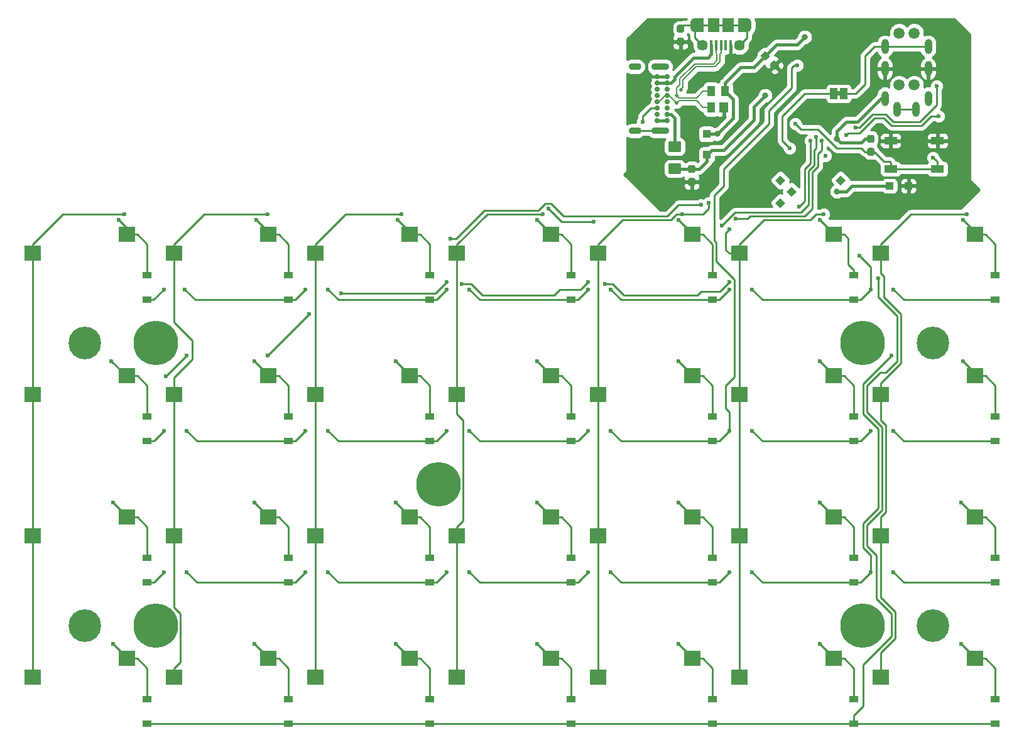
<source format=gbl>
G04 #@! TF.GenerationSoftware,KiCad,Pcbnew,5.1.5*
G04 #@! TF.CreationDate,2020-01-30T11:23:40+09:00*
G04 #@! TF.ProjectId,ergo42,6572676f-3432-42e6-9b69-6361645f7063,1.0.0-alpha*
G04 #@! TF.SameCoordinates,Original*
G04 #@! TF.FileFunction,Copper,L2,Bot*
G04 #@! TF.FilePolarity,Positive*
%FSLAX46Y46*%
G04 Gerber Fmt 4.6, Leading zero omitted, Abs format (unit mm)*
G04 Created by KiCad (PCBNEW 5.1.5) date 2020-01-30 11:23:40*
%MOMM*%
%LPD*%
G04 APERTURE LIST*
%ADD10C,0.100000*%
%ADD11R,1.000000X1.500000*%
%ADD12R,1.000000X1.000000*%
%ADD13C,4.400000*%
%ADD14C,6.000000*%
%ADD15R,1.700000X1.000000*%
%ADD16O,1.000000X2.000000*%
%ADD17C,1.500000*%
%ADD18R,2.300000X2.000000*%
%ADD19R,1.200000X1.900000*%
%ADD20O,1.200000X1.900000*%
%ADD21R,1.500000X1.900000*%
%ADD22C,1.450000*%
%ADD23R,0.400000X1.350000*%
%ADD24R,1.000000X1.400000*%
%ADD25R,1.200000X1.400000*%
%ADD26R,1.200000X0.900000*%
%ADD27C,0.700000*%
%ADD28O,2.400000X0.900000*%
%ADD29O,1.700000X0.900000*%
%ADD30R,1.100000X1.100000*%
%ADD31C,0.600000*%
%ADD32C,0.800000*%
%ADD33C,0.500000*%
%ADD34C,0.250000*%
%ADD35C,0.400000*%
%ADD36C,0.200000*%
%ADD37C,0.254000*%
G04 APERTURE END LIST*
D10*
G36*
X186305000Y-49230000D02*
G01*
X185805000Y-49230000D01*
X185805000Y-49830000D01*
X186305000Y-49830000D01*
X186305000Y-49230000D01*
G37*
G04 #@! TA.AperFunction,ComponentPad*
G36*
X179705000Y-63445107D02*
G01*
X178997893Y-62738000D01*
X179705000Y-62030893D01*
X180412107Y-62738000D01*
X179705000Y-63445107D01*
G37*
G04 #@! TD.AperFunction*
G04 #@! TA.AperFunction,ComponentPad*
G36*
X178181000Y-64969107D02*
G01*
X177473893Y-64262000D01*
X178181000Y-63554893D01*
X178888107Y-64262000D01*
X178181000Y-64969107D01*
G37*
G04 #@! TD.AperFunction*
D11*
X185405000Y-49530000D03*
X186705000Y-49530000D03*
D12*
X195453000Y-61976000D03*
G04 #@! TA.AperFunction,ComponentPad*
D10*
G36*
X186309000Y-61921107D02*
G01*
X185601893Y-61214000D01*
X186309000Y-60506893D01*
X187016107Y-61214000D01*
X186309000Y-61921107D01*
G37*
G04 #@! TD.AperFunction*
D12*
X192913000Y-61976000D03*
G04 #@! TA.AperFunction,ComponentPad*
D10*
G36*
X178181000Y-61921107D02*
G01*
X177473893Y-61214000D01*
X178181000Y-60506893D01*
X178888107Y-61214000D01*
X178181000Y-61921107D01*
G37*
G04 #@! TD.AperFunction*
D13*
X198755000Y-121285000D03*
X84455000Y-121285000D03*
X198755000Y-83185000D03*
X84455000Y-83185000D03*
D14*
X189230000Y-121285000D03*
D15*
X193065000Y-59685000D03*
X199365000Y-59685000D03*
X193065000Y-55885000D03*
X199365000Y-55885000D03*
D16*
X196483000Y-51678000D03*
X192283000Y-43178000D03*
X192283000Y-46178000D03*
X192283000Y-50178000D03*
D17*
X194183000Y-41378000D03*
X194183000Y-48378000D03*
D18*
X90155000Y-68540000D03*
X77455000Y-71080000D03*
G04 #@! TA.AperFunction,SMDPad,CuDef*
D10*
G36*
X164979779Y-42007144D02*
G01*
X165002834Y-42010563D01*
X165025443Y-42016227D01*
X165047387Y-42024079D01*
X165068457Y-42034044D01*
X165088448Y-42046026D01*
X165107168Y-42059910D01*
X165124438Y-42075562D01*
X165140090Y-42092832D01*
X165153974Y-42111552D01*
X165165956Y-42131543D01*
X165175921Y-42152613D01*
X165183773Y-42174557D01*
X165189437Y-42197166D01*
X165192856Y-42220221D01*
X165194000Y-42243500D01*
X165194000Y-42818500D01*
X165192856Y-42841779D01*
X165189437Y-42864834D01*
X165183773Y-42887443D01*
X165175921Y-42909387D01*
X165165956Y-42930457D01*
X165153974Y-42950448D01*
X165140090Y-42969168D01*
X165124438Y-42986438D01*
X165107168Y-43002090D01*
X165088448Y-43015974D01*
X165068457Y-43027956D01*
X165047387Y-43037921D01*
X165025443Y-43045773D01*
X165002834Y-43051437D01*
X164979779Y-43054856D01*
X164956500Y-43056000D01*
X164481500Y-43056000D01*
X164458221Y-43054856D01*
X164435166Y-43051437D01*
X164412557Y-43045773D01*
X164390613Y-43037921D01*
X164369543Y-43027956D01*
X164349552Y-43015974D01*
X164330832Y-43002090D01*
X164313562Y-42986438D01*
X164297910Y-42969168D01*
X164284026Y-42950448D01*
X164272044Y-42930457D01*
X164262079Y-42909387D01*
X164254227Y-42887443D01*
X164248563Y-42864834D01*
X164245144Y-42841779D01*
X164244000Y-42818500D01*
X164244000Y-42243500D01*
X164245144Y-42220221D01*
X164248563Y-42197166D01*
X164254227Y-42174557D01*
X164262079Y-42152613D01*
X164272044Y-42131543D01*
X164284026Y-42111552D01*
X164297910Y-42092832D01*
X164313562Y-42075562D01*
X164330832Y-42059910D01*
X164349552Y-42046026D01*
X164369543Y-42034044D01*
X164390613Y-42024079D01*
X164412557Y-42016227D01*
X164435166Y-42010563D01*
X164458221Y-42007144D01*
X164481500Y-42006000D01*
X164956500Y-42006000D01*
X164979779Y-42007144D01*
G37*
G04 #@! TD.AperFunction*
G04 #@! TA.AperFunction,SMDPad,CuDef*
G36*
X164979779Y-40257144D02*
G01*
X165002834Y-40260563D01*
X165025443Y-40266227D01*
X165047387Y-40274079D01*
X165068457Y-40284044D01*
X165088448Y-40296026D01*
X165107168Y-40309910D01*
X165124438Y-40325562D01*
X165140090Y-40342832D01*
X165153974Y-40361552D01*
X165165956Y-40381543D01*
X165175921Y-40402613D01*
X165183773Y-40424557D01*
X165189437Y-40447166D01*
X165192856Y-40470221D01*
X165194000Y-40493500D01*
X165194000Y-41068500D01*
X165192856Y-41091779D01*
X165189437Y-41114834D01*
X165183773Y-41137443D01*
X165175921Y-41159387D01*
X165165956Y-41180457D01*
X165153974Y-41200448D01*
X165140090Y-41219168D01*
X165124438Y-41236438D01*
X165107168Y-41252090D01*
X165088448Y-41265974D01*
X165068457Y-41277956D01*
X165047387Y-41287921D01*
X165025443Y-41295773D01*
X165002834Y-41301437D01*
X164979779Y-41304856D01*
X164956500Y-41306000D01*
X164481500Y-41306000D01*
X164458221Y-41304856D01*
X164435166Y-41301437D01*
X164412557Y-41295773D01*
X164390613Y-41287921D01*
X164369543Y-41277956D01*
X164349552Y-41265974D01*
X164330832Y-41252090D01*
X164313562Y-41236438D01*
X164297910Y-41219168D01*
X164284026Y-41200448D01*
X164272044Y-41180457D01*
X164262079Y-41159387D01*
X164254227Y-41137443D01*
X164248563Y-41114834D01*
X164245144Y-41091779D01*
X164244000Y-41068500D01*
X164244000Y-40493500D01*
X164245144Y-40470221D01*
X164248563Y-40447166D01*
X164254227Y-40424557D01*
X164262079Y-40402613D01*
X164272044Y-40381543D01*
X164284026Y-40361552D01*
X164297910Y-40342832D01*
X164313562Y-40325562D01*
X164330832Y-40309910D01*
X164349552Y-40296026D01*
X164369543Y-40284044D01*
X164390613Y-40274079D01*
X164412557Y-40266227D01*
X164435166Y-40260563D01*
X164458221Y-40257144D01*
X164481500Y-40256000D01*
X164956500Y-40256000D01*
X164979779Y-40257144D01*
G37*
G04 #@! TD.AperFunction*
G04 #@! TA.AperFunction,SMDPad,CuDef*
G36*
X190633779Y-56852144D02*
G01*
X190656834Y-56855563D01*
X190679443Y-56861227D01*
X190701387Y-56869079D01*
X190722457Y-56879044D01*
X190742448Y-56891026D01*
X190761168Y-56904910D01*
X190778438Y-56920562D01*
X190794090Y-56937832D01*
X190807974Y-56956552D01*
X190819956Y-56976543D01*
X190829921Y-56997613D01*
X190837773Y-57019557D01*
X190843437Y-57042166D01*
X190846856Y-57065221D01*
X190848000Y-57088500D01*
X190848000Y-57663500D01*
X190846856Y-57686779D01*
X190843437Y-57709834D01*
X190837773Y-57732443D01*
X190829921Y-57754387D01*
X190819956Y-57775457D01*
X190807974Y-57795448D01*
X190794090Y-57814168D01*
X190778438Y-57831438D01*
X190761168Y-57847090D01*
X190742448Y-57860974D01*
X190722457Y-57872956D01*
X190701387Y-57882921D01*
X190679443Y-57890773D01*
X190656834Y-57896437D01*
X190633779Y-57899856D01*
X190610500Y-57901000D01*
X190135500Y-57901000D01*
X190112221Y-57899856D01*
X190089166Y-57896437D01*
X190066557Y-57890773D01*
X190044613Y-57882921D01*
X190023543Y-57872956D01*
X190003552Y-57860974D01*
X189984832Y-57847090D01*
X189967562Y-57831438D01*
X189951910Y-57814168D01*
X189938026Y-57795448D01*
X189926044Y-57775457D01*
X189916079Y-57754387D01*
X189908227Y-57732443D01*
X189902563Y-57709834D01*
X189899144Y-57686779D01*
X189898000Y-57663500D01*
X189898000Y-57088500D01*
X189899144Y-57065221D01*
X189902563Y-57042166D01*
X189908227Y-57019557D01*
X189916079Y-56997613D01*
X189926044Y-56976543D01*
X189938026Y-56956552D01*
X189951910Y-56937832D01*
X189967562Y-56920562D01*
X189984832Y-56904910D01*
X190003552Y-56891026D01*
X190023543Y-56879044D01*
X190044613Y-56869079D01*
X190066557Y-56861227D01*
X190089166Y-56855563D01*
X190112221Y-56852144D01*
X190135500Y-56851000D01*
X190610500Y-56851000D01*
X190633779Y-56852144D01*
G37*
G04 #@! TD.AperFunction*
G04 #@! TA.AperFunction,SMDPad,CuDef*
G36*
X190633779Y-55102144D02*
G01*
X190656834Y-55105563D01*
X190679443Y-55111227D01*
X190701387Y-55119079D01*
X190722457Y-55129044D01*
X190742448Y-55141026D01*
X190761168Y-55154910D01*
X190778438Y-55170562D01*
X190794090Y-55187832D01*
X190807974Y-55206552D01*
X190819956Y-55226543D01*
X190829921Y-55247613D01*
X190837773Y-55269557D01*
X190843437Y-55292166D01*
X190846856Y-55315221D01*
X190848000Y-55338500D01*
X190848000Y-55913500D01*
X190846856Y-55936779D01*
X190843437Y-55959834D01*
X190837773Y-55982443D01*
X190829921Y-56004387D01*
X190819956Y-56025457D01*
X190807974Y-56045448D01*
X190794090Y-56064168D01*
X190778438Y-56081438D01*
X190761168Y-56097090D01*
X190742448Y-56110974D01*
X190722457Y-56122956D01*
X190701387Y-56132921D01*
X190679443Y-56140773D01*
X190656834Y-56146437D01*
X190633779Y-56149856D01*
X190610500Y-56151000D01*
X190135500Y-56151000D01*
X190112221Y-56149856D01*
X190089166Y-56146437D01*
X190066557Y-56140773D01*
X190044613Y-56132921D01*
X190023543Y-56122956D01*
X190003552Y-56110974D01*
X189984832Y-56097090D01*
X189967562Y-56081438D01*
X189951910Y-56064168D01*
X189938026Y-56045448D01*
X189926044Y-56025457D01*
X189916079Y-56004387D01*
X189908227Y-55982443D01*
X189902563Y-55959834D01*
X189899144Y-55936779D01*
X189898000Y-55913500D01*
X189898000Y-55338500D01*
X189899144Y-55315221D01*
X189902563Y-55292166D01*
X189908227Y-55269557D01*
X189916079Y-55247613D01*
X189926044Y-55226543D01*
X189938026Y-55206552D01*
X189951910Y-55187832D01*
X189967562Y-55170562D01*
X189984832Y-55154910D01*
X190003552Y-55141026D01*
X190023543Y-55129044D01*
X190044613Y-55119079D01*
X190066557Y-55111227D01*
X190089166Y-55105563D01*
X190112221Y-55102144D01*
X190135500Y-55101000D01*
X190610500Y-55101000D01*
X190633779Y-55102144D01*
G37*
G04 #@! TD.AperFunction*
D19*
X167280000Y-40322500D03*
X173080000Y-40322500D03*
D20*
X173680000Y-40322500D03*
X166680000Y-40322500D03*
D21*
X169180000Y-40322500D03*
D22*
X172680000Y-43022500D03*
D23*
X170180000Y-43022500D03*
X170830000Y-43022500D03*
X171480000Y-43022500D03*
X168880000Y-43022500D03*
X169530000Y-43022500D03*
D22*
X167680000Y-43022500D03*
D21*
X171180000Y-40322500D03*
D16*
X193915000Y-51678000D03*
X198115000Y-43178000D03*
X198115000Y-46178000D03*
X198115000Y-50178000D03*
D17*
X196215000Y-41378000D03*
X196215000Y-48378000D03*
D14*
X93980000Y-121285000D03*
X132080000Y-102235000D03*
X189230000Y-83185000D03*
X93980000Y-83185000D03*
D24*
X170749000Y-49192000D03*
X168849000Y-49192000D03*
X168849000Y-51392000D03*
D25*
X170569000Y-51392000D03*
D26*
X207137000Y-131192000D03*
X207137000Y-134492000D03*
X188087000Y-131192000D03*
X188087000Y-134492000D03*
X169037000Y-131192000D03*
X169037000Y-134492000D03*
X149987000Y-131192000D03*
X149987000Y-134492000D03*
X130937000Y-131192000D03*
X130937000Y-134492000D03*
X111887000Y-131192000D03*
X111887000Y-134492000D03*
X92837000Y-131192000D03*
X92837000Y-134492000D03*
X207137000Y-112142000D03*
X207137000Y-115442000D03*
X188087000Y-112142000D03*
X188087000Y-115442000D03*
X169037000Y-112142000D03*
X169037000Y-115442000D03*
X149987000Y-112142000D03*
X149987000Y-115442000D03*
X130937000Y-112142000D03*
X130937000Y-115442000D03*
X111887000Y-112142000D03*
X111887000Y-115442000D03*
X92837000Y-112142000D03*
X92837000Y-115442000D03*
X207137000Y-93092000D03*
X207137000Y-96392000D03*
X188087000Y-93092000D03*
X188087000Y-96392000D03*
X169037000Y-93092000D03*
X169037000Y-96392000D03*
X149987000Y-93092000D03*
X149987000Y-96392000D03*
X130937000Y-93092000D03*
X130937000Y-96392000D03*
X111887000Y-93092000D03*
X111887000Y-96392000D03*
X92837000Y-93092000D03*
X92837000Y-96392000D03*
X207137000Y-74042000D03*
X207137000Y-77342000D03*
X188087000Y-74042000D03*
X188087000Y-77342000D03*
X169037000Y-74042000D03*
X169037000Y-77342000D03*
X149987000Y-74042000D03*
X149987000Y-77342000D03*
X130937000Y-74042000D03*
X130937000Y-77342000D03*
X111887000Y-74042000D03*
X111887000Y-77342000D03*
X92837000Y-74042000D03*
X92837000Y-77342000D03*
G04 #@! TA.AperFunction,SMDPad,CuDef*
D10*
G36*
X177374360Y-45079849D02*
G01*
X177397415Y-45083268D01*
X177420024Y-45088932D01*
X177441968Y-45096784D01*
X177463038Y-45106749D01*
X177483029Y-45118731D01*
X177501749Y-45132615D01*
X177519019Y-45148267D01*
X177925605Y-45554853D01*
X177941257Y-45572123D01*
X177955141Y-45590843D01*
X177967123Y-45610834D01*
X177977088Y-45631904D01*
X177984940Y-45653848D01*
X177990604Y-45676457D01*
X177994023Y-45699512D01*
X177995167Y-45722791D01*
X177994023Y-45746070D01*
X177990604Y-45769125D01*
X177984940Y-45791734D01*
X177977088Y-45813678D01*
X177967123Y-45834748D01*
X177955141Y-45854739D01*
X177941257Y-45873459D01*
X177925605Y-45890729D01*
X177589729Y-46226605D01*
X177572459Y-46242257D01*
X177553739Y-46256141D01*
X177533748Y-46268123D01*
X177512678Y-46278088D01*
X177490734Y-46285940D01*
X177468125Y-46291604D01*
X177445070Y-46295023D01*
X177421791Y-46296167D01*
X177398512Y-46295023D01*
X177375457Y-46291604D01*
X177352848Y-46285940D01*
X177330904Y-46278088D01*
X177309834Y-46268123D01*
X177289843Y-46256141D01*
X177271123Y-46242257D01*
X177253853Y-46226605D01*
X176847267Y-45820019D01*
X176831615Y-45802749D01*
X176817731Y-45784029D01*
X176805749Y-45764038D01*
X176795784Y-45742968D01*
X176787932Y-45721024D01*
X176782268Y-45698415D01*
X176778849Y-45675360D01*
X176777705Y-45652081D01*
X176778849Y-45628802D01*
X176782268Y-45605747D01*
X176787932Y-45583138D01*
X176795784Y-45561194D01*
X176805749Y-45540124D01*
X176817731Y-45520133D01*
X176831615Y-45501413D01*
X176847267Y-45484143D01*
X177183143Y-45148267D01*
X177200413Y-45132615D01*
X177219133Y-45118731D01*
X177239124Y-45106749D01*
X177260194Y-45096784D01*
X177282138Y-45088932D01*
X177304747Y-45083268D01*
X177327802Y-45079849D01*
X177351081Y-45078705D01*
X177374360Y-45079849D01*
G37*
G04 #@! TD.AperFunction*
G04 #@! TA.AperFunction,SMDPad,CuDef*
G36*
X176136924Y-43842413D02*
G01*
X176159979Y-43845832D01*
X176182588Y-43851496D01*
X176204532Y-43859348D01*
X176225602Y-43869313D01*
X176245593Y-43881295D01*
X176264313Y-43895179D01*
X176281583Y-43910831D01*
X176688169Y-44317417D01*
X176703821Y-44334687D01*
X176717705Y-44353407D01*
X176729687Y-44373398D01*
X176739652Y-44394468D01*
X176747504Y-44416412D01*
X176753168Y-44439021D01*
X176756587Y-44462076D01*
X176757731Y-44485355D01*
X176756587Y-44508634D01*
X176753168Y-44531689D01*
X176747504Y-44554298D01*
X176739652Y-44576242D01*
X176729687Y-44597312D01*
X176717705Y-44617303D01*
X176703821Y-44636023D01*
X176688169Y-44653293D01*
X176352293Y-44989169D01*
X176335023Y-45004821D01*
X176316303Y-45018705D01*
X176296312Y-45030687D01*
X176275242Y-45040652D01*
X176253298Y-45048504D01*
X176230689Y-45054168D01*
X176207634Y-45057587D01*
X176184355Y-45058731D01*
X176161076Y-45057587D01*
X176138021Y-45054168D01*
X176115412Y-45048504D01*
X176093468Y-45040652D01*
X176072398Y-45030687D01*
X176052407Y-45018705D01*
X176033687Y-45004821D01*
X176016417Y-44989169D01*
X175609831Y-44582583D01*
X175594179Y-44565313D01*
X175580295Y-44546593D01*
X175568313Y-44526602D01*
X175558348Y-44505532D01*
X175550496Y-44483588D01*
X175544832Y-44460979D01*
X175541413Y-44437924D01*
X175540269Y-44414645D01*
X175541413Y-44391366D01*
X175544832Y-44368311D01*
X175550496Y-44345702D01*
X175558348Y-44323758D01*
X175568313Y-44302688D01*
X175580295Y-44282697D01*
X175594179Y-44263977D01*
X175609831Y-44246707D01*
X175945707Y-43910831D01*
X175962977Y-43895179D01*
X175981697Y-43881295D01*
X176001688Y-43869313D01*
X176022758Y-43859348D01*
X176044702Y-43851496D01*
X176067311Y-43845832D01*
X176090366Y-43842413D01*
X176113645Y-43841269D01*
X176136924Y-43842413D01*
G37*
G04 #@! TD.AperFunction*
G04 #@! TA.AperFunction,SMDPad,CuDef*
G36*
X166503779Y-60916144D02*
G01*
X166526834Y-60919563D01*
X166549443Y-60925227D01*
X166571387Y-60933079D01*
X166592457Y-60943044D01*
X166612448Y-60955026D01*
X166631168Y-60968910D01*
X166648438Y-60984562D01*
X166664090Y-61001832D01*
X166677974Y-61020552D01*
X166689956Y-61040543D01*
X166699921Y-61061613D01*
X166707773Y-61083557D01*
X166713437Y-61106166D01*
X166716856Y-61129221D01*
X166718000Y-61152500D01*
X166718000Y-61727500D01*
X166716856Y-61750779D01*
X166713437Y-61773834D01*
X166707773Y-61796443D01*
X166699921Y-61818387D01*
X166689956Y-61839457D01*
X166677974Y-61859448D01*
X166664090Y-61878168D01*
X166648438Y-61895438D01*
X166631168Y-61911090D01*
X166612448Y-61924974D01*
X166592457Y-61936956D01*
X166571387Y-61946921D01*
X166549443Y-61954773D01*
X166526834Y-61960437D01*
X166503779Y-61963856D01*
X166480500Y-61965000D01*
X166005500Y-61965000D01*
X165982221Y-61963856D01*
X165959166Y-61960437D01*
X165936557Y-61954773D01*
X165914613Y-61946921D01*
X165893543Y-61936956D01*
X165873552Y-61924974D01*
X165854832Y-61911090D01*
X165837562Y-61895438D01*
X165821910Y-61878168D01*
X165808026Y-61859448D01*
X165796044Y-61839457D01*
X165786079Y-61818387D01*
X165778227Y-61796443D01*
X165772563Y-61773834D01*
X165769144Y-61750779D01*
X165768000Y-61727500D01*
X165768000Y-61152500D01*
X165769144Y-61129221D01*
X165772563Y-61106166D01*
X165778227Y-61083557D01*
X165786079Y-61061613D01*
X165796044Y-61040543D01*
X165808026Y-61020552D01*
X165821910Y-61001832D01*
X165837562Y-60984562D01*
X165854832Y-60968910D01*
X165873552Y-60955026D01*
X165893543Y-60943044D01*
X165914613Y-60933079D01*
X165936557Y-60925227D01*
X165959166Y-60919563D01*
X165982221Y-60916144D01*
X166005500Y-60915000D01*
X166480500Y-60915000D01*
X166503779Y-60916144D01*
G37*
G04 #@! TD.AperFunction*
G04 #@! TA.AperFunction,SMDPad,CuDef*
G36*
X166503779Y-59166144D02*
G01*
X166526834Y-59169563D01*
X166549443Y-59175227D01*
X166571387Y-59183079D01*
X166592457Y-59193044D01*
X166612448Y-59205026D01*
X166631168Y-59218910D01*
X166648438Y-59234562D01*
X166664090Y-59251832D01*
X166677974Y-59270552D01*
X166689956Y-59290543D01*
X166699921Y-59311613D01*
X166707773Y-59333557D01*
X166713437Y-59356166D01*
X166716856Y-59379221D01*
X166718000Y-59402500D01*
X166718000Y-59977500D01*
X166716856Y-60000779D01*
X166713437Y-60023834D01*
X166707773Y-60046443D01*
X166699921Y-60068387D01*
X166689956Y-60089457D01*
X166677974Y-60109448D01*
X166664090Y-60128168D01*
X166648438Y-60145438D01*
X166631168Y-60161090D01*
X166612448Y-60174974D01*
X166592457Y-60186956D01*
X166571387Y-60196921D01*
X166549443Y-60204773D01*
X166526834Y-60210437D01*
X166503779Y-60213856D01*
X166480500Y-60215000D01*
X166005500Y-60215000D01*
X165982221Y-60213856D01*
X165959166Y-60210437D01*
X165936557Y-60204773D01*
X165914613Y-60196921D01*
X165893543Y-60186956D01*
X165873552Y-60174974D01*
X165854832Y-60161090D01*
X165837562Y-60145438D01*
X165821910Y-60128168D01*
X165808026Y-60109448D01*
X165796044Y-60089457D01*
X165786079Y-60068387D01*
X165778227Y-60046443D01*
X165772563Y-60023834D01*
X165769144Y-60000779D01*
X165768000Y-59977500D01*
X165768000Y-59402500D01*
X165769144Y-59379221D01*
X165772563Y-59356166D01*
X165778227Y-59333557D01*
X165786079Y-59311613D01*
X165796044Y-59290543D01*
X165808026Y-59270552D01*
X165821910Y-59251832D01*
X165837562Y-59234562D01*
X165854832Y-59218910D01*
X165873552Y-59205026D01*
X165893543Y-59193044D01*
X165914613Y-59183079D01*
X165936557Y-59175227D01*
X165959166Y-59169563D01*
X165982221Y-59166144D01*
X166005500Y-59165000D01*
X166480500Y-59165000D01*
X166503779Y-59166144D01*
G37*
G04 #@! TD.AperFunction*
D18*
X204455000Y-125690000D03*
X191755000Y-128230000D03*
X185405000Y-125690000D03*
X172705000Y-128230000D03*
X166355000Y-125690000D03*
X153655000Y-128230000D03*
X147305000Y-125690000D03*
X134605000Y-128230000D03*
X128255000Y-125690000D03*
X115555000Y-128230000D03*
X109205000Y-125690000D03*
X96505000Y-128230000D03*
X90155000Y-125690000D03*
X77455000Y-128230000D03*
X204455000Y-106640000D03*
X191755000Y-109180000D03*
X185405000Y-106640000D03*
X172705000Y-109180000D03*
X166355000Y-106640000D03*
X153655000Y-109180000D03*
X147305000Y-106640000D03*
X134605000Y-109180000D03*
X128255000Y-106640000D03*
X115555000Y-109180000D03*
X109205000Y-106640000D03*
X96505000Y-109180000D03*
X90155000Y-106640000D03*
X77455000Y-109180000D03*
X204455000Y-87590000D03*
X191755000Y-90130000D03*
X185405000Y-87590000D03*
X172705000Y-90130000D03*
X166355000Y-87590000D03*
X153655000Y-90130000D03*
X147305000Y-87590000D03*
X134605000Y-90130000D03*
X128255000Y-87590000D03*
X115555000Y-90130000D03*
X109205000Y-87590000D03*
X96505000Y-90130000D03*
X90155000Y-87590000D03*
X77455000Y-90130000D03*
X204455000Y-68540000D03*
X191755000Y-71080000D03*
X185405000Y-68540000D03*
X172705000Y-71080000D03*
X166355000Y-68540000D03*
X153655000Y-71080000D03*
X147305000Y-68540000D03*
X134605000Y-71080000D03*
X128255000Y-68540000D03*
X115555000Y-71080000D03*
X109205000Y-68540000D03*
X96505000Y-71080000D03*
D27*
X162941000Y-47244000D03*
X162941000Y-48094000D03*
X162941000Y-48944000D03*
X162941000Y-49794000D03*
X162941000Y-50644000D03*
X162941000Y-51494000D03*
X162941000Y-52344000D03*
X162941000Y-53194000D03*
X161591000Y-48094000D03*
X161591000Y-49794000D03*
X161591000Y-48944000D03*
X161591000Y-47244000D03*
X161591000Y-51494000D03*
X161591000Y-52344000D03*
X161591000Y-53194000D03*
X161591000Y-50644000D03*
D28*
X161961000Y-45894000D03*
X161961000Y-54544000D03*
D29*
X158581000Y-45894000D03*
X158581000Y-54544000D03*
G04 #@! TA.AperFunction,SMDPad,CuDef*
D10*
G36*
X164606504Y-55967204D02*
G01*
X164630773Y-55970804D01*
X164654571Y-55976765D01*
X164677671Y-55985030D01*
X164699849Y-55995520D01*
X164720893Y-56008133D01*
X164740598Y-56022747D01*
X164758777Y-56039223D01*
X164775253Y-56057402D01*
X164789867Y-56077107D01*
X164802480Y-56098151D01*
X164812970Y-56120329D01*
X164821235Y-56143429D01*
X164827196Y-56167227D01*
X164830796Y-56191496D01*
X164832000Y-56216000D01*
X164832000Y-57141000D01*
X164830796Y-57165504D01*
X164827196Y-57189773D01*
X164821235Y-57213571D01*
X164812970Y-57236671D01*
X164802480Y-57258849D01*
X164789867Y-57279893D01*
X164775253Y-57299598D01*
X164758777Y-57317777D01*
X164740598Y-57334253D01*
X164720893Y-57348867D01*
X164699849Y-57361480D01*
X164677671Y-57371970D01*
X164654571Y-57380235D01*
X164630773Y-57386196D01*
X164606504Y-57389796D01*
X164582000Y-57391000D01*
X163332000Y-57391000D01*
X163307496Y-57389796D01*
X163283227Y-57386196D01*
X163259429Y-57380235D01*
X163236329Y-57371970D01*
X163214151Y-57361480D01*
X163193107Y-57348867D01*
X163173402Y-57334253D01*
X163155223Y-57317777D01*
X163138747Y-57299598D01*
X163124133Y-57279893D01*
X163111520Y-57258849D01*
X163101030Y-57236671D01*
X163092765Y-57213571D01*
X163086804Y-57189773D01*
X163083204Y-57165504D01*
X163082000Y-57141000D01*
X163082000Y-56216000D01*
X163083204Y-56191496D01*
X163086804Y-56167227D01*
X163092765Y-56143429D01*
X163101030Y-56120329D01*
X163111520Y-56098151D01*
X163124133Y-56077107D01*
X163138747Y-56057402D01*
X163155223Y-56039223D01*
X163173402Y-56022747D01*
X163193107Y-56008133D01*
X163214151Y-55995520D01*
X163236329Y-55985030D01*
X163259429Y-55976765D01*
X163283227Y-55970804D01*
X163307496Y-55967204D01*
X163332000Y-55966000D01*
X164582000Y-55966000D01*
X164606504Y-55967204D01*
G37*
G04 #@! TD.AperFunction*
G04 #@! TA.AperFunction,SMDPad,CuDef*
G36*
X164606504Y-58942204D02*
G01*
X164630773Y-58945804D01*
X164654571Y-58951765D01*
X164677671Y-58960030D01*
X164699849Y-58970520D01*
X164720893Y-58983133D01*
X164740598Y-58997747D01*
X164758777Y-59014223D01*
X164775253Y-59032402D01*
X164789867Y-59052107D01*
X164802480Y-59073151D01*
X164812970Y-59095329D01*
X164821235Y-59118429D01*
X164827196Y-59142227D01*
X164830796Y-59166496D01*
X164832000Y-59191000D01*
X164832000Y-60116000D01*
X164830796Y-60140504D01*
X164827196Y-60164773D01*
X164821235Y-60188571D01*
X164812970Y-60211671D01*
X164802480Y-60233849D01*
X164789867Y-60254893D01*
X164775253Y-60274598D01*
X164758777Y-60292777D01*
X164740598Y-60309253D01*
X164720893Y-60323867D01*
X164699849Y-60336480D01*
X164677671Y-60346970D01*
X164654571Y-60355235D01*
X164630773Y-60361196D01*
X164606504Y-60364796D01*
X164582000Y-60366000D01*
X163332000Y-60366000D01*
X163307496Y-60364796D01*
X163283227Y-60361196D01*
X163259429Y-60355235D01*
X163236329Y-60346970D01*
X163214151Y-60336480D01*
X163193107Y-60323867D01*
X163173402Y-60309253D01*
X163155223Y-60292777D01*
X163138747Y-60274598D01*
X163124133Y-60254893D01*
X163111520Y-60233849D01*
X163101030Y-60211671D01*
X163092765Y-60188571D01*
X163086804Y-60164773D01*
X163083204Y-60140504D01*
X163082000Y-60116000D01*
X163082000Y-59191000D01*
X163083204Y-59166496D01*
X163086804Y-59142227D01*
X163092765Y-59118429D01*
X163101030Y-59095329D01*
X163111520Y-59073151D01*
X163124133Y-59052107D01*
X163138747Y-59032402D01*
X163155223Y-59014223D01*
X163173402Y-58997747D01*
X163193107Y-58983133D01*
X163214151Y-58970520D01*
X163236329Y-58960030D01*
X163259429Y-58951765D01*
X163283227Y-58945804D01*
X163307496Y-58942204D01*
X163332000Y-58941000D01*
X164582000Y-58941000D01*
X164606504Y-58942204D01*
G37*
G04 #@! TD.AperFunction*
D30*
X168275000Y-57788000D03*
X168275000Y-54988000D03*
D31*
X89027000Y-66548000D03*
X107569000Y-66548000D03*
X126619000Y-66548000D03*
X145415000Y-66548000D03*
X164465000Y-66548000D03*
X183515000Y-66548000D03*
X202819000Y-66547994D03*
X88011000Y-85598000D03*
X107315000Y-85598000D03*
X126365000Y-85598000D03*
X145415000Y-85598000D03*
X164465000Y-85598000D03*
X183515006Y-85598000D03*
X202819000Y-85598000D03*
X88265000Y-104648000D03*
X107315000Y-104648000D03*
X126365000Y-104648000D03*
X145415000Y-104648000D03*
X164465000Y-104648000D03*
X183515000Y-104648000D03*
X202565000Y-104648000D03*
X88265000Y-123698000D03*
X107315000Y-123698000D03*
X126365000Y-123698000D03*
X145415000Y-123698000D03*
X164465000Y-123698000D03*
X183515000Y-123698000D03*
X202565000Y-123697992D03*
D32*
X171323000Y-44704000D03*
X175704500Y-59626500D03*
X203327000Y-55118000D03*
X203327000Y-60452000D03*
X157861000Y-60452000D03*
X161163000Y-64008000D03*
X158877000Y-47498000D03*
X158877000Y-51562000D03*
X160401000Y-39878000D03*
X158115000Y-42418000D03*
X187325000Y-45974000D03*
X168275000Y-60452000D03*
X203327000Y-49022000D03*
X181737000Y-39878000D03*
X201295000Y-39878000D03*
X187579000Y-39878000D03*
X195199000Y-39878000D03*
X171323000Y-64516000D03*
X190881000Y-64516000D03*
X194437000Y-65278000D03*
X202057000Y-64516000D03*
X204343000Y-62484000D03*
X191389000Y-54102000D03*
X179959000Y-55626000D03*
X181483000Y-41910000D03*
X169675000Y-54988000D03*
X185801000Y-55626000D03*
X185801000Y-62738000D03*
X176149000Y-49784000D03*
D31*
X109093000Y-65786000D03*
X170307000Y-67310000D03*
X153035000Y-66802000D03*
X146939000Y-65024000D03*
X183007000Y-55372038D03*
X127127000Y-65786000D03*
X183769000Y-55880000D03*
X172157363Y-66414233D03*
X167513000Y-64516000D03*
X133731000Y-69088000D03*
D33*
X164211000Y-49784000D03*
X164211000Y-50800000D03*
X164761000Y-49017863D03*
D31*
X159639000Y-53340000D03*
X180213000Y-53594000D03*
X198755000Y-58166000D03*
X199517000Y-52578000D03*
X187071000Y-55118000D03*
X199263000Y-48514000D03*
X188341000Y-54102000D03*
X98171012Y-84836000D03*
X95377000Y-87630000D03*
X109093000Y-84836000D03*
X133223000Y-74930000D03*
X135280000Y-75184000D03*
X152273000Y-74930000D03*
X154559000Y-75184000D03*
X171323000Y-74930000D03*
X180721000Y-64770000D03*
X118999004Y-76454000D03*
X114681000Y-79248000D03*
X89789000Y-65786000D03*
X182245000Y-55880000D03*
X193421000Y-75946000D03*
X190373000Y-75946000D03*
X174371000Y-75946000D03*
X171323000Y-75946000D03*
X155321000Y-75946000D03*
X152273000Y-75946000D03*
X136271000Y-75946000D03*
X133223000Y-75946000D03*
X95123000Y-75946000D03*
X97917000Y-75946000D03*
X114173000Y-75946000D03*
X117221000Y-75946000D03*
X188849000Y-71374000D03*
X203327000Y-65786000D03*
X191389000Y-74422000D03*
X193421000Y-114046000D03*
X190373000Y-114046000D03*
X174371000Y-114046000D03*
X171323000Y-114046000D03*
X155321000Y-114046000D03*
X152273000Y-114046000D03*
X136271000Y-114046000D03*
X133223000Y-114046000D03*
X117221000Y-114046000D03*
X114173000Y-114046000D03*
X98171000Y-114046000D03*
X95123000Y-114046000D03*
X193167000Y-84836000D03*
X184277000Y-57912000D03*
X179451000Y-56896000D03*
X164973000Y-65786000D03*
X168529000Y-64261990D03*
X184023000Y-65786000D03*
X171323000Y-67818000D03*
X146177000Y-65786000D03*
X98171000Y-94996000D03*
X95123000Y-94996000D03*
X117221000Y-94996000D03*
X114173000Y-94996000D03*
X136271000Y-94996000D03*
X133223000Y-94996000D03*
X155321000Y-94996000D03*
X152273000Y-94996000D03*
X174371000Y-94996000D03*
X171323000Y-94996000D03*
X193421000Y-94996000D03*
X190373000Y-94996000D03*
X180467000Y-45719996D03*
D34*
X92837000Y-73342000D02*
X92837000Y-74042000D01*
X91555000Y-68540000D02*
X92837000Y-69822000D01*
X92837000Y-69822000D02*
X92837000Y-73342000D01*
X90155000Y-68540000D02*
X91555000Y-68540000D01*
X90155000Y-67676000D02*
X89027000Y-66548000D01*
X90155000Y-68540000D02*
X90155000Y-67676000D01*
X109205000Y-68184000D02*
X109205000Y-68540000D01*
X107569000Y-66548000D02*
X109205000Y-68184000D01*
X111887000Y-73342000D02*
X111887000Y-74042000D01*
X111887000Y-69822000D02*
X111887000Y-73342000D01*
X110605000Y-68540000D02*
X111887000Y-69822000D01*
X109205000Y-68540000D02*
X110605000Y-68540000D01*
X128255000Y-68184000D02*
X128255000Y-68540000D01*
X126619000Y-66548000D02*
X128255000Y-68184000D01*
X130937000Y-73342000D02*
X130937000Y-74042000D01*
X130937000Y-69822000D02*
X130937000Y-73342000D01*
X129655000Y-68540000D02*
X130937000Y-69822000D01*
X128255000Y-68540000D02*
X129655000Y-68540000D01*
X147305000Y-68438000D02*
X147305000Y-68540000D01*
X145415000Y-66548000D02*
X147305000Y-68438000D01*
X149987000Y-73342000D02*
X149987000Y-74042000D01*
X149987000Y-69822000D02*
X149987000Y-73342000D01*
X148705000Y-68540000D02*
X149987000Y-69822000D01*
X147305000Y-68540000D02*
X148705000Y-68540000D01*
X166355000Y-68438000D02*
X166355000Y-68540000D01*
X164465000Y-66548000D02*
X166355000Y-68438000D01*
X169037000Y-73342000D02*
X169037000Y-74042000D01*
X169037000Y-69822000D02*
X169037000Y-73342000D01*
X167755000Y-68540000D02*
X169037000Y-69822000D01*
X166355000Y-68540000D02*
X167755000Y-68540000D01*
X185405000Y-68438000D02*
X185405000Y-68540000D01*
X183515000Y-66548000D02*
X185405000Y-68438000D01*
X188087000Y-73342000D02*
X188087000Y-74042000D01*
X187325000Y-72580000D02*
X188087000Y-73342000D01*
X187325000Y-69060000D02*
X187325000Y-72580000D01*
X185405000Y-68540000D02*
X186805000Y-68540000D01*
X186805000Y-68540000D02*
X187325000Y-69060000D01*
X204455000Y-68183994D02*
X202819000Y-66547994D01*
X204455000Y-68540000D02*
X204455000Y-68183994D01*
X207137000Y-73342000D02*
X207137000Y-74042000D01*
X207137000Y-69822000D02*
X207137000Y-73342000D01*
X205855000Y-68540000D02*
X207137000Y-69822000D01*
X204455000Y-68540000D02*
X205855000Y-68540000D01*
X90003000Y-87590000D02*
X88011000Y-85598000D01*
X90155000Y-87590000D02*
X90003000Y-87590000D01*
X92837000Y-92392000D02*
X92837000Y-93092000D01*
X92837000Y-88872000D02*
X92837000Y-92392000D01*
X91555000Y-87590000D02*
X92837000Y-88872000D01*
X90155000Y-87590000D02*
X91555000Y-87590000D01*
X111887000Y-88872000D02*
X111887000Y-92392000D01*
X111887000Y-92392000D02*
X111887000Y-93092000D01*
X110605000Y-87590000D02*
X111887000Y-88872000D01*
X109205000Y-87590000D02*
X110605000Y-87590000D01*
X109205000Y-87488000D02*
X107315000Y-85598000D01*
X109205000Y-87590000D02*
X109205000Y-87488000D01*
X130937000Y-92392000D02*
X130937000Y-93092000D01*
X130937000Y-88872000D02*
X130937000Y-92392000D01*
X129655000Y-87590000D02*
X130937000Y-88872000D01*
X128255000Y-87590000D02*
X129655000Y-87590000D01*
X128255000Y-87488000D02*
X126365000Y-85598000D01*
X128255000Y-87590000D02*
X128255000Y-87488000D01*
X149987000Y-92392000D02*
X149987000Y-93092000D01*
X149987000Y-88872000D02*
X149987000Y-92392000D01*
X148705000Y-87590000D02*
X149987000Y-88872000D01*
X147305000Y-87590000D02*
X148705000Y-87590000D01*
X147305000Y-87488000D02*
X147305000Y-87590000D01*
X145415000Y-85598000D02*
X147305000Y-87488000D01*
X169037000Y-92392000D02*
X169037000Y-93092000D01*
X169037000Y-88872000D02*
X169037000Y-92392000D01*
X167755000Y-87590000D02*
X169037000Y-88872000D01*
X166355000Y-87590000D02*
X167755000Y-87590000D01*
X166355000Y-87488000D02*
X164465000Y-85598000D01*
X166355000Y-87590000D02*
X166355000Y-87488000D01*
X188087000Y-92392000D02*
X188087000Y-93092000D01*
X188087000Y-88872000D02*
X188087000Y-92392000D01*
X186805000Y-87590000D02*
X188087000Y-88872000D01*
X185405000Y-87590000D02*
X186805000Y-87590000D01*
X185405000Y-87487994D02*
X183515006Y-85598000D01*
X185405000Y-87590000D02*
X185405000Y-87487994D01*
X204455000Y-87234000D02*
X204455000Y-87590000D01*
X202819000Y-85598000D02*
X204455000Y-87234000D01*
X207137000Y-92392000D02*
X207137000Y-93092000D01*
X207137000Y-88872000D02*
X207137000Y-92392000D01*
X205855000Y-87590000D02*
X207137000Y-88872000D01*
X204455000Y-87590000D02*
X205855000Y-87590000D01*
X92837000Y-111442000D02*
X92837000Y-112142000D01*
X92837000Y-107922000D02*
X92837000Y-111442000D01*
X91555000Y-106640000D02*
X92837000Y-107922000D01*
X90155000Y-106640000D02*
X91555000Y-106640000D01*
X90155000Y-106538000D02*
X90155000Y-106640000D01*
X88265000Y-104648000D02*
X90155000Y-106538000D01*
X111887000Y-107922000D02*
X111887000Y-111442000D01*
X111887000Y-111442000D02*
X111887000Y-112142000D01*
X110605000Y-106640000D02*
X111887000Y-107922000D01*
X109205000Y-106640000D02*
X110605000Y-106640000D01*
X109205000Y-106538000D02*
X109205000Y-106640000D01*
X107315000Y-104648000D02*
X109205000Y-106538000D01*
X130937000Y-107922000D02*
X130937000Y-111442000D01*
X130937000Y-111442000D02*
X130937000Y-112142000D01*
X129655000Y-106640000D02*
X130937000Y-107922000D01*
X128255000Y-106640000D02*
X129655000Y-106640000D01*
X128255000Y-106538000D02*
X126365000Y-104648000D01*
X128255000Y-106640000D02*
X128255000Y-106538000D01*
X149987000Y-111442000D02*
X149987000Y-112142000D01*
X149987000Y-107922000D02*
X149987000Y-111442000D01*
X148705000Y-106640000D02*
X149987000Y-107922000D01*
X147305000Y-106640000D02*
X148705000Y-106640000D01*
X147305000Y-106538000D02*
X145415000Y-104648000D01*
X147305000Y-106640000D02*
X147305000Y-106538000D01*
X169037000Y-111442000D02*
X169037000Y-112142000D01*
X169037000Y-107922000D02*
X169037000Y-111442000D01*
X167755000Y-106640000D02*
X169037000Y-107922000D01*
X166355000Y-106640000D02*
X167755000Y-106640000D01*
X166355000Y-106538000D02*
X166355000Y-106640000D01*
X164465000Y-104648000D02*
X166355000Y-106538000D01*
X188087000Y-111442000D02*
X188087000Y-112142000D01*
X188087000Y-107922000D02*
X188087000Y-111442000D01*
X186805000Y-106640000D02*
X188087000Y-107922000D01*
X185405000Y-106640000D02*
X186805000Y-106640000D01*
X185405000Y-106538000D02*
X185405000Y-106640000D01*
X183515000Y-104648000D02*
X185405000Y-106538000D01*
X207137000Y-111442000D02*
X207137000Y-112142000D01*
X205855000Y-106640000D02*
X207137000Y-107922000D01*
X207137000Y-107922000D02*
X207137000Y-111442000D01*
X204455000Y-106640000D02*
X205855000Y-106640000D01*
X204455000Y-106538000D02*
X204455000Y-106640000D01*
X202565000Y-104648000D02*
X204455000Y-106538000D01*
X90155000Y-125588000D02*
X90155000Y-125690000D01*
X88519000Y-123952000D02*
X90155000Y-125588000D01*
X88265000Y-123698000D02*
X88519000Y-123952000D01*
X91555000Y-125690000D02*
X92837000Y-126972000D01*
X90155000Y-125690000D02*
X91555000Y-125690000D01*
X92837000Y-126972000D02*
X92837000Y-131192000D01*
X111887000Y-130492000D02*
X111887000Y-131192000D01*
X111887000Y-126972000D02*
X111887000Y-130492000D01*
X110605000Y-125690000D02*
X111887000Y-126972000D01*
X109205000Y-125690000D02*
X110605000Y-125690000D01*
X109205000Y-125588000D02*
X109205000Y-125690000D01*
X107315000Y-123698000D02*
X109205000Y-125588000D01*
X130937000Y-126972000D02*
X130937000Y-130492000D01*
X130937000Y-130492000D02*
X130937000Y-131192000D01*
X129655000Y-125690000D02*
X130937000Y-126972000D01*
X128255000Y-125690000D02*
X129655000Y-125690000D01*
X128255000Y-125588000D02*
X126365000Y-123698000D01*
X128255000Y-125690000D02*
X128255000Y-125588000D01*
X149987000Y-130492000D02*
X149987000Y-131192000D01*
X149987000Y-126972000D02*
X149987000Y-130492000D01*
X148705000Y-125690000D02*
X149987000Y-126972000D01*
X147305000Y-125690000D02*
X148705000Y-125690000D01*
X147305000Y-125588000D02*
X147305000Y-125690000D01*
X145415000Y-123698000D02*
X147305000Y-125588000D01*
X169037000Y-130492000D02*
X169037000Y-131192000D01*
X169037000Y-126972000D02*
X169037000Y-130492000D01*
X167755000Y-125690000D02*
X169037000Y-126972000D01*
X166355000Y-125690000D02*
X167755000Y-125690000D01*
X166355000Y-125588000D02*
X164465000Y-123698000D01*
X166355000Y-125690000D02*
X166355000Y-125588000D01*
X188087000Y-130492000D02*
X188087000Y-131192000D01*
X188087000Y-126972000D02*
X188087000Y-130492000D01*
X186805000Y-125690000D02*
X188087000Y-126972000D01*
X185405000Y-125690000D02*
X186805000Y-125690000D01*
X185405000Y-125588000D02*
X185405000Y-125690000D01*
X183515000Y-123698000D02*
X185405000Y-125588000D01*
X204455000Y-125587992D02*
X202565000Y-123697992D01*
X204455000Y-125690000D02*
X204455000Y-125587992D01*
X207137000Y-130492000D02*
X207137000Y-131192000D01*
X207137000Y-126972000D02*
X207137000Y-130492000D01*
X205855000Y-125690000D02*
X207137000Y-126972000D01*
X204455000Y-125690000D02*
X205855000Y-125690000D01*
D35*
X162941000Y-47244000D02*
X161591000Y-47244000D01*
X162941000Y-53194000D02*
X161591000Y-53194000D01*
X161591000Y-47244000D02*
X160909000Y-47244000D01*
X160147000Y-46482000D02*
X160147000Y-45212000D01*
X160909000Y-47244000D02*
X160147000Y-46482000D01*
X171480000Y-44547000D02*
X171323000Y-44704000D01*
X171480000Y-43022500D02*
X171480000Y-44547000D01*
X170749000Y-49210000D02*
X170749000Y-49192000D01*
X171831000Y-50292000D02*
X170749000Y-49210000D01*
X171831000Y-52832000D02*
X171831000Y-50292000D01*
X168275000Y-54988000D02*
X169675000Y-54988000D01*
X169675000Y-54988000D02*
X171831000Y-52832000D01*
X170749000Y-48092000D02*
X172867000Y-45974000D01*
X170749000Y-49192000D02*
X170749000Y-48092000D01*
X172867000Y-45974000D02*
X174625000Y-45974000D01*
X174625000Y-45974000D02*
X177673000Y-42926000D01*
X180467000Y-42926000D02*
X181483000Y-41910000D01*
X177673000Y-42926000D02*
X180467000Y-42926000D01*
X189611000Y-55626000D02*
X190373000Y-55626000D01*
X189103000Y-56134000D02*
X189611000Y-55626000D01*
X185801000Y-55626000D02*
X186309000Y-56134000D01*
X186309000Y-56134000D02*
X189103000Y-56134000D01*
X185801000Y-54610000D02*
X185801000Y-55626000D01*
X187071000Y-53340000D02*
X185801000Y-54610000D01*
X188595000Y-53340000D02*
X187071000Y-53340000D01*
X192283000Y-50178000D02*
X191757000Y-50178000D01*
X191757000Y-50178000D02*
X188595000Y-53340000D01*
X187071000Y-62738000D02*
X185801000Y-62738000D01*
X192913000Y-61976000D02*
X187833000Y-61976000D01*
X187833000Y-61976000D02*
X187071000Y-62738000D01*
X163993500Y-59690000D02*
X163957000Y-59653500D01*
X166243000Y-59690000D02*
X163993500Y-59690000D01*
X167259000Y-59690000D02*
X166243000Y-59690000D01*
X168275000Y-57788000D02*
X168275000Y-58674000D01*
X168275000Y-58674000D02*
X167259000Y-59690000D01*
X174625000Y-51308000D02*
X176149000Y-49784000D01*
X174625000Y-53118000D02*
X174625000Y-51308000D01*
X170593000Y-57150000D02*
X174625000Y-53118000D01*
X168275000Y-57788000D02*
X168913000Y-57150000D01*
X168913000Y-57150000D02*
X170593000Y-57150000D01*
D34*
X96505000Y-90130000D02*
X96505000Y-109180000D01*
X96505000Y-126980000D02*
X96505000Y-128230000D01*
X97355001Y-126129999D02*
X96505000Y-126980000D01*
X96505000Y-118814998D02*
X97355001Y-119664999D01*
X97355001Y-119664999D02*
X97355001Y-126129999D01*
X96505000Y-109180000D02*
X96505000Y-118814998D01*
X100549000Y-65786000D02*
X109093000Y-65786000D01*
X96505000Y-71080000D02*
X96505000Y-69830000D01*
X96505000Y-69830000D02*
X100549000Y-65786000D01*
X98933000Y-85344000D02*
X96505000Y-87772000D01*
X98933000Y-82804000D02*
X98933000Y-85344000D01*
X96505000Y-87772000D02*
X96505000Y-90130000D01*
X96505000Y-71080000D02*
X96505000Y-80376000D01*
X96505000Y-80376000D02*
X98933000Y-82804000D01*
X148717000Y-66802000D02*
X146939000Y-65024000D01*
X153035000Y-66802000D02*
X148717000Y-66802000D01*
X182753000Y-57150000D02*
X183007000Y-56896000D01*
X182753000Y-59182000D02*
X182753000Y-57150000D01*
X181991000Y-59944000D02*
X182753000Y-59182000D01*
X183007000Y-56896000D02*
X183007000Y-55372038D01*
X180975000Y-65532000D02*
X181991000Y-64516000D01*
X172085000Y-65532000D02*
X180975000Y-65532000D01*
X170307000Y-67310000D02*
X172085000Y-65532000D01*
X181991000Y-64516000D02*
X181991000Y-59944000D01*
X115555000Y-126980000D02*
X115555000Y-109180000D01*
X115555000Y-128230000D02*
X115555000Y-126980000D01*
X115555000Y-91380000D02*
X115555000Y-109180000D01*
X115555000Y-90130000D02*
X115555000Y-91380000D01*
X115555000Y-72330000D02*
X115555000Y-90130000D01*
X115555000Y-71080000D02*
X115555000Y-72330000D01*
X119599000Y-65786000D02*
X127127000Y-65786000D01*
X115555000Y-71080000D02*
X115555000Y-69830000D01*
X115555000Y-69830000D02*
X119599000Y-65786000D01*
X134493000Y-69088000D02*
X133731000Y-69088000D01*
X138303000Y-65278000D02*
X134493000Y-69088000D01*
X145542000Y-65278000D02*
X138303000Y-65278000D01*
X146471001Y-64348999D02*
X145542000Y-65278000D01*
X164492440Y-64516000D02*
X162968440Y-66040000D01*
X167513000Y-64516000D02*
X164492440Y-64516000D01*
X148954002Y-66040000D02*
X147263001Y-64348999D01*
X162968440Y-66040000D02*
X148954002Y-66040000D01*
X147263001Y-64348999D02*
X146471001Y-64348999D01*
X174117000Y-66040000D02*
X173742767Y-66414233D01*
X181498122Y-66040000D02*
X174117000Y-66040000D01*
X173742767Y-66414233D02*
X172157363Y-66414233D01*
X182499000Y-65039122D02*
X181498122Y-66040000D01*
X183769000Y-57150000D02*
X183261000Y-57658000D01*
X183769000Y-55880000D02*
X183769000Y-57150000D01*
X183261000Y-57658000D02*
X183261000Y-59381120D01*
X183261000Y-59381120D02*
X182499000Y-60143120D01*
X182499000Y-60143120D02*
X182499000Y-65039122D01*
D36*
X164519000Y-50092000D02*
X164211000Y-49784000D01*
X166898999Y-50092000D02*
X164519000Y-50092000D01*
X168849000Y-49192000D02*
X167798999Y-49192000D01*
X167798999Y-49192000D02*
X166898999Y-50092000D01*
X164211000Y-48768000D02*
X164211000Y-49784000D01*
X164655000Y-47533156D02*
X164655000Y-48324000D01*
X166668156Y-45520000D02*
X164655000Y-47533156D01*
X169208156Y-45520000D02*
X166668156Y-45520000D01*
X164655000Y-48324000D02*
X164211000Y-48768000D01*
X169530000Y-44035001D02*
X169655000Y-44160001D01*
X169530000Y-43022500D02*
X169530000Y-44035001D01*
X169655000Y-44160001D02*
X169655000Y-45073156D01*
X169655000Y-45073156D02*
X169208156Y-45520000D01*
X163961001Y-50550001D02*
X164211000Y-50800000D01*
X162941000Y-49794000D02*
X163205000Y-49794000D01*
X163205000Y-49794000D02*
X163961001Y-50550001D01*
X167798999Y-51392000D02*
X166898999Y-50492000D01*
X168849000Y-51392000D02*
X167798999Y-51392000D01*
X166898999Y-50492000D02*
X164519000Y-50492000D01*
X164519000Y-50492000D02*
X164211000Y-50800000D01*
X165055000Y-48723863D02*
X164761000Y-49017863D01*
X170180000Y-43022500D02*
X170180000Y-44035001D01*
X170180000Y-44035001D02*
X170055000Y-44160001D01*
X170055000Y-44160001D02*
X170055000Y-45238844D01*
X170055000Y-45238844D02*
X169373844Y-45920000D01*
X165055000Y-47698844D02*
X165055000Y-48723863D01*
X166833844Y-45920000D02*
X165055000Y-47698844D01*
X169373844Y-45920000D02*
X166833844Y-45920000D01*
X162677000Y-49794000D02*
X162941000Y-49794000D01*
X161591000Y-50644000D02*
X161827000Y-50644000D01*
X161827000Y-50644000D02*
X162677000Y-49794000D01*
D34*
X159639000Y-52578000D02*
X159639000Y-53340000D01*
X161591000Y-51494000D02*
X160723000Y-51494000D01*
X160723000Y-51494000D02*
X159639000Y-52578000D01*
X158581000Y-54544000D02*
X161961000Y-54544000D01*
X190848000Y-57376000D02*
X192146000Y-58674000D01*
X190373000Y-57376000D02*
X190848000Y-57376000D01*
X192146000Y-58674000D02*
X192913000Y-58674000D01*
X193065000Y-58826000D02*
X193065000Y-59685000D01*
X192913000Y-58674000D02*
X193065000Y-58826000D01*
X199054999Y-58465999D02*
X198755000Y-58166000D01*
X199365000Y-59685000D02*
X199365000Y-58776000D01*
X199365000Y-58776000D02*
X199054999Y-58465999D01*
X189583000Y-57376000D02*
X190373000Y-57376000D01*
X180975000Y-54356000D02*
X183261000Y-54356000D01*
X180213000Y-53594000D02*
X180975000Y-54356000D01*
X183261000Y-54356000D02*
X185801000Y-56896000D01*
X185801000Y-56896000D02*
X189103000Y-56896000D01*
X189103000Y-56896000D02*
X189583000Y-57376000D01*
X193065000Y-59685000D02*
X199365000Y-59685000D01*
X197238990Y-53840010D02*
X198501000Y-52578000D01*
X193159010Y-53840010D02*
X197238990Y-53840010D01*
X187325000Y-54864000D02*
X188849000Y-54864000D01*
X187071000Y-55118000D02*
X187325000Y-54864000D01*
X188849000Y-54864000D02*
X190881000Y-52832000D01*
X198501000Y-52578000D02*
X199517000Y-52578000D01*
X190881000Y-52832000D02*
X192151000Y-52832000D01*
X192151000Y-52832000D02*
X193159010Y-53840010D01*
X199263000Y-51081439D02*
X199263000Y-48514000D01*
X197004439Y-53340000D02*
X199263000Y-51081439D01*
X188849000Y-54102000D02*
X190627000Y-52324000D01*
X188341000Y-54102000D02*
X188849000Y-54102000D01*
X190627000Y-52324000D02*
X192405000Y-52324000D01*
X192405000Y-52324000D02*
X193421000Y-53340000D01*
X193421000Y-53340000D02*
X197004439Y-53340000D01*
X77455000Y-128230000D02*
X77455000Y-109180000D01*
X77455000Y-109180000D02*
X77455000Y-90130000D01*
X77455000Y-90130000D02*
X77455000Y-71080000D01*
X98171000Y-84836000D02*
X98171012Y-84836000D01*
X95377000Y-87630000D02*
X98171000Y-84836000D01*
X136508002Y-75184000D02*
X138032002Y-76708000D01*
X135280000Y-75184000D02*
X136508002Y-75184000D01*
X138032002Y-76708000D02*
X138049000Y-76708000D01*
X138049000Y-76708000D02*
X147701000Y-76708000D01*
X147701000Y-76708000D02*
X148463000Y-75946000D01*
X148463000Y-75946000D02*
X150495000Y-75946000D01*
X150495000Y-75946000D02*
X151257000Y-75946000D01*
X151257000Y-75946000D02*
X152273000Y-74930000D01*
X154559000Y-75184000D02*
X155575000Y-75184000D01*
X155575000Y-75184000D02*
X157099000Y-76708000D01*
X157099000Y-76708000D02*
X167005000Y-76708000D01*
X167005000Y-76708000D02*
X167513000Y-76200000D01*
X167513000Y-76200000D02*
X170053000Y-76200000D01*
X170053000Y-76200000D02*
X171323000Y-74930000D01*
X133223000Y-74930000D02*
X131699000Y-76454000D01*
X131699000Y-76454000D02*
X118999004Y-76454000D01*
X109093000Y-84836000D02*
X114681000Y-79248000D01*
X81499000Y-65786000D02*
X89789000Y-65786000D01*
X77455000Y-71080000D02*
X77455000Y-69830000D01*
X77455000Y-69830000D02*
X81499000Y-65786000D01*
X182245000Y-58928000D02*
X182245000Y-55880000D01*
X181483000Y-59690000D02*
X182245000Y-58928000D01*
X180721000Y-64770000D02*
X181483000Y-64008000D01*
X181483000Y-64008000D02*
X181483000Y-59690000D01*
X194817000Y-77342000D02*
X207137000Y-77342000D01*
X188087000Y-77342000D02*
X188977000Y-77342000D01*
X188977000Y-77342000D02*
X190373000Y-75946000D01*
X193421000Y-75946000D02*
X194817000Y-77342000D01*
X175767000Y-77342000D02*
X188087000Y-77342000D01*
X169037000Y-77342000D02*
X169927000Y-77342000D01*
X169927000Y-77342000D02*
X171323000Y-75946000D01*
X174371000Y-75946000D02*
X175767000Y-77342000D01*
X156717000Y-77342000D02*
X169037000Y-77342000D01*
X149987000Y-77342000D02*
X150877000Y-77342000D01*
X150877000Y-77342000D02*
X152273000Y-75946000D01*
X155321000Y-75946000D02*
X156717000Y-77342000D01*
X137667000Y-77342000D02*
X149987000Y-77342000D01*
X130937000Y-77342000D02*
X131827000Y-77342000D01*
X131827000Y-77342000D02*
X133223000Y-75946000D01*
X136271000Y-75946000D02*
X137667000Y-77342000D01*
X95083000Y-75946000D02*
X95123000Y-75946000D01*
X92837000Y-77342000D02*
X93687000Y-77342000D01*
X93687000Y-77342000D02*
X95083000Y-75946000D01*
X99313000Y-77342000D02*
X111887000Y-77342000D01*
X97917000Y-75946000D02*
X99313000Y-77342000D01*
X111887000Y-77342000D02*
X112777000Y-77342000D01*
X112777000Y-77342000D02*
X114173000Y-75946000D01*
X118617000Y-77342000D02*
X130937000Y-77342000D01*
X117221000Y-75946000D02*
X118617000Y-77342000D01*
X190373000Y-72898000D02*
X188849000Y-71374000D01*
X190373000Y-75946000D02*
X190373000Y-72898000D01*
X195799000Y-65786000D02*
X203327000Y-65786000D01*
X191755000Y-71080000D02*
X191755000Y-69830000D01*
X191755000Y-69830000D02*
X195799000Y-65786000D01*
X191755000Y-88534000D02*
X191755000Y-90130000D01*
X194437000Y-85852000D02*
X191755000Y-88534000D01*
X191755000Y-73772000D02*
X192151000Y-74168000D01*
X191755000Y-71080000D02*
X191755000Y-73772000D01*
X192151000Y-74168000D02*
X192151000Y-76962000D01*
X192151000Y-76962000D02*
X194437000Y-79248000D01*
X194437000Y-79248000D02*
X194437000Y-85852000D01*
X191755000Y-106568000D02*
X191755000Y-109180000D01*
X192405000Y-94234000D02*
X192405000Y-105918000D01*
X191755000Y-90130000D02*
X191755000Y-93584000D01*
X192405000Y-105918000D02*
X191755000Y-106568000D01*
X191755000Y-93584000D02*
X192405000Y-94234000D01*
X193675000Y-122936000D02*
X191755000Y-124856000D01*
X193675000Y-119380000D02*
X193675000Y-122936000D01*
X191755000Y-124856000D02*
X191755000Y-128230000D01*
X191755000Y-109180000D02*
X191755000Y-117460000D01*
X191755000Y-117460000D02*
X193675000Y-119380000D01*
X93687000Y-134492000D02*
X207137000Y-134492000D01*
X92837000Y-134492000D02*
X93687000Y-134492000D01*
X191389000Y-74846264D02*
X191389000Y-74422000D01*
X191389000Y-77004499D02*
X191389000Y-74846264D01*
X189865000Y-88900000D02*
X191643000Y-87122000D01*
X191135000Y-117602000D02*
X191135000Y-111760000D01*
X193167000Y-122682000D02*
X193167000Y-119634000D01*
X189357000Y-126492000D02*
X193167000Y-122682000D01*
X189357000Y-132080000D02*
X189357000Y-126492000D01*
X189865000Y-107696000D02*
X191897000Y-105664000D01*
X189865000Y-92456000D02*
X189865000Y-88900000D01*
X188087000Y-134492000D02*
X188087000Y-133350000D01*
X188087000Y-133350000D02*
X189357000Y-132080000D01*
X192405000Y-87122000D02*
X193929000Y-85598000D01*
X191897000Y-105664000D02*
X191897000Y-94488000D01*
X191897000Y-94488000D02*
X189865000Y-92456000D01*
X193167000Y-119634000D02*
X191135000Y-117602000D01*
X193929000Y-79544499D02*
X191389000Y-77004499D01*
X193929000Y-85598000D02*
X193929000Y-79544499D01*
X189865000Y-110490000D02*
X189865000Y-107696000D01*
X191643000Y-87122000D02*
X192405000Y-87122000D01*
X191135000Y-111760000D02*
X189865000Y-110490000D01*
X194817000Y-115442000D02*
X207137000Y-115442000D01*
X188087000Y-115442000D02*
X188977000Y-115442000D01*
X188977000Y-115442000D02*
X190373000Y-114046000D01*
X193421000Y-114046000D02*
X194817000Y-115442000D01*
X175767000Y-115442000D02*
X188087000Y-115442000D01*
X169037000Y-115442000D02*
X169927000Y-115442000D01*
X169927000Y-115442000D02*
X171323000Y-114046000D01*
X174371000Y-114046000D02*
X175767000Y-115442000D01*
X156717000Y-115442000D02*
X169037000Y-115442000D01*
X149987000Y-115442000D02*
X150877000Y-115442000D01*
X150877000Y-115442000D02*
X152273000Y-114046000D01*
X155321000Y-114046000D02*
X156717000Y-115442000D01*
X137667000Y-115442000D02*
X149987000Y-115442000D01*
X130937000Y-115442000D02*
X131827000Y-115442000D01*
X131827000Y-115442000D02*
X133223000Y-114046000D01*
X136271000Y-114046000D02*
X137667000Y-115442000D01*
X118617000Y-115442000D02*
X130937000Y-115442000D01*
X111887000Y-115442000D02*
X112777000Y-115442000D01*
X112777000Y-115442000D02*
X114173000Y-114046000D01*
X117221000Y-114046000D02*
X118617000Y-115442000D01*
X99567000Y-115442000D02*
X111887000Y-115442000D01*
X92837000Y-115442000D02*
X93727000Y-115442000D01*
X93727000Y-115442000D02*
X95123000Y-114046000D01*
X98171000Y-114046000D02*
X99567000Y-115442000D01*
X192867001Y-85135999D02*
X193167000Y-84836000D01*
X191389000Y-94742000D02*
X189357000Y-92710000D01*
X190373000Y-111760000D02*
X189357000Y-110744000D01*
X189357000Y-88646000D02*
X192867001Y-85135999D01*
X190373000Y-114046000D02*
X190373000Y-111760000D01*
X189357000Y-110744000D02*
X189357000Y-107442000D01*
X189357000Y-107442000D02*
X191389000Y-105410000D01*
X189357000Y-92710000D02*
X189357000Y-88646000D01*
X191389000Y-105410000D02*
X191389000Y-94742000D01*
X185405000Y-49530000D02*
X181483000Y-49530000D01*
X181483000Y-49530000D02*
X178435000Y-52578000D01*
X178435000Y-52578000D02*
X178435000Y-55880000D01*
X178435000Y-55880000D02*
X179451000Y-56896000D01*
X153655000Y-126980000D02*
X153655000Y-109180000D01*
X153655000Y-128230000D02*
X153655000Y-126980000D01*
X153655000Y-109180000D02*
X153655000Y-90130000D01*
X153655000Y-88880000D02*
X153655000Y-71080000D01*
X153655000Y-90130000D02*
X153655000Y-88880000D01*
X164211000Y-65786000D02*
X164973000Y-65786000D01*
X163449000Y-66548000D02*
X164211000Y-65786000D01*
X156937000Y-66548000D02*
X163449000Y-66548000D01*
X153655000Y-71080000D02*
X153655000Y-69830000D01*
X153655000Y-69830000D02*
X156937000Y-66548000D01*
X168529000Y-65024000D02*
X168529000Y-64261990D01*
X164973000Y-65786000D02*
X167767000Y-65786000D01*
X167767000Y-65786000D02*
X168529000Y-65024000D01*
X172705000Y-109180000D02*
X172705000Y-90130000D01*
X172705000Y-90130000D02*
X172705000Y-71080000D01*
X172705000Y-128230000D02*
X172705000Y-109180000D01*
X171305000Y-71080000D02*
X172705000Y-71080000D01*
X170815000Y-70590000D02*
X171305000Y-71080000D01*
X171323000Y-67818000D02*
X170815000Y-68326000D01*
X170815000Y-68326000D02*
X170815000Y-70590000D01*
X183598736Y-65786000D02*
X184023000Y-65786000D01*
X172705000Y-69830000D02*
X175987000Y-66548000D01*
X172705000Y-71080000D02*
X172705000Y-69830000D01*
X175987000Y-66548000D02*
X182245000Y-66548000D01*
X183007000Y-65786000D02*
X183598736Y-65786000D01*
X182245000Y-66548000D02*
X183007000Y-65786000D01*
X134605000Y-72330000D02*
X134605000Y-90130000D01*
X134605000Y-71080000D02*
X134605000Y-72330000D01*
X135455001Y-93601003D02*
X135455001Y-107079999D01*
X134605000Y-107930000D02*
X134605000Y-109180000D01*
X134605000Y-92751002D02*
X135455001Y-93601003D01*
X135455001Y-107079999D02*
X134605000Y-107930000D01*
X134605000Y-90130000D02*
X134605000Y-92751002D01*
X134605000Y-110430000D02*
X134605000Y-128230000D01*
X134605000Y-109180000D02*
X134605000Y-110430000D01*
X138707000Y-65786000D02*
X146177000Y-65786000D01*
X134605000Y-71080000D02*
X134605000Y-69888000D01*
X134605000Y-69888000D02*
X138707000Y-65786000D01*
X99567000Y-96392000D02*
X111887000Y-96392000D01*
X92837000Y-96392000D02*
X93727000Y-96392000D01*
X93727000Y-96392000D02*
X95123000Y-94996000D01*
X98171000Y-94996000D02*
X99567000Y-96392000D01*
X118617000Y-96392000D02*
X130937000Y-96392000D01*
X111887000Y-96392000D02*
X112777000Y-96392000D01*
X112777000Y-96392000D02*
X114173000Y-94996000D01*
X117221000Y-94996000D02*
X118617000Y-96392000D01*
X137667000Y-96392000D02*
X149987000Y-96392000D01*
X130937000Y-96392000D02*
X131827000Y-96392000D01*
X131827000Y-96392000D02*
X133223000Y-94996000D01*
X136271000Y-94996000D02*
X137667000Y-96392000D01*
X156717000Y-96392000D02*
X169037000Y-96392000D01*
X149987000Y-96392000D02*
X150877000Y-96392000D01*
X150877000Y-96392000D02*
X152273000Y-94996000D01*
X155321000Y-94996000D02*
X156717000Y-96392000D01*
X175767000Y-96392000D02*
X188087000Y-96392000D01*
X169037000Y-96392000D02*
X169927000Y-96392000D01*
X169927000Y-96392000D02*
X171323000Y-94996000D01*
X174371000Y-94996000D02*
X175767000Y-96392000D01*
X194817000Y-96392000D02*
X207137000Y-96392000D01*
X188087000Y-96392000D02*
X188977000Y-96392000D01*
X188977000Y-96392000D02*
X190373000Y-94996000D01*
X193421000Y-94996000D02*
X194817000Y-96392000D01*
X170815000Y-88900000D02*
X170815000Y-91948000D01*
X171998001Y-87716999D02*
X170815000Y-88900000D01*
X171998001Y-74589001D02*
X171998001Y-87716999D01*
X169545000Y-72136000D02*
X171998001Y-74589001D01*
X176657000Y-51816000D02*
X176657000Y-53594000D01*
X176657000Y-53594000D02*
X170561000Y-59690000D01*
X170561000Y-59690000D02*
X170561000Y-61976000D01*
X170815000Y-91948000D02*
X171323000Y-92456000D01*
X179705000Y-48768000D02*
X176657000Y-51816000D01*
X179705000Y-46057732D02*
X179705000Y-48768000D01*
X180467000Y-45719996D02*
X180042736Y-45719996D01*
X180042736Y-45719996D02*
X179705000Y-46057732D01*
X170561000Y-61976000D02*
X169291000Y-63246000D01*
X171323000Y-92456000D02*
X171323000Y-94996000D01*
X169291000Y-63246000D02*
X169291000Y-69342000D01*
X169291000Y-69342000D02*
X169545000Y-69596000D01*
X169545000Y-69596000D02*
X169545000Y-72136000D01*
D35*
X163957000Y-47572974D02*
X163435974Y-48094000D01*
X168880000Y-44226000D02*
X168402000Y-44704000D01*
X168880000Y-43022500D02*
X168880000Y-44226000D01*
X163435974Y-48094000D02*
X162941000Y-48094000D01*
X168402000Y-44704000D02*
X166497000Y-44704000D01*
X163957000Y-47244000D02*
X163957000Y-47572974D01*
X166497000Y-44704000D02*
X163957000Y-47244000D01*
X162941000Y-48094000D02*
X161591000Y-48094000D01*
X163957000Y-52865026D02*
X163957000Y-56678500D01*
X162941000Y-52344000D02*
X163435974Y-52344000D01*
X163435974Y-52344000D02*
X163957000Y-52865026D01*
D34*
X195733000Y-51678000D02*
X193915000Y-51678000D01*
X196483000Y-51678000D02*
X195733000Y-51678000D01*
X173680000Y-42022500D02*
X173680000Y-40322500D01*
X172680000Y-43022500D02*
X173680000Y-42022500D01*
X166680000Y-42022500D02*
X166680000Y-40322500D01*
X167680000Y-43022500D02*
X166680000Y-42022500D01*
X173080000Y-40322500D02*
X167280000Y-40322500D01*
X165177500Y-40322500D02*
X164719000Y-40781000D01*
X167280000Y-40322500D02*
X165177500Y-40322500D01*
X198115000Y-43178000D02*
X192283000Y-43178000D01*
X189611000Y-48260000D02*
X189611000Y-44450000D01*
X190883000Y-43178000D02*
X192283000Y-43178000D01*
X189611000Y-44450000D02*
X190883000Y-43178000D01*
X186705000Y-49530000D02*
X188341000Y-49530000D01*
X188341000Y-49530000D02*
X189611000Y-48260000D01*
D37*
G36*
X203760000Y-41569092D02*
G01*
X203760001Y-60925115D01*
X203756565Y-60960000D01*
X203770274Y-61099184D01*
X203810872Y-61233019D01*
X203810873Y-61233020D01*
X203876801Y-61356363D01*
X203965526Y-61464475D01*
X203992617Y-61486708D01*
X204989402Y-62483493D01*
X202446894Y-65026000D01*
X195836325Y-65026000D01*
X195799000Y-65022324D01*
X195761675Y-65026000D01*
X195761667Y-65026000D01*
X195650014Y-65036997D01*
X195506753Y-65080454D01*
X195374724Y-65151026D01*
X195258999Y-65245999D01*
X195235201Y-65274997D01*
X194120948Y-66389250D01*
X184742040Y-66389250D01*
X184749262Y-66382028D01*
X184851586Y-66228889D01*
X184922068Y-66058729D01*
X184958000Y-65878089D01*
X184958000Y-65693911D01*
X184922068Y-65513271D01*
X184851586Y-65343111D01*
X184749262Y-65189972D01*
X184619028Y-65059738D01*
X184465889Y-64957414D01*
X184295729Y-64886932D01*
X184115089Y-64851000D01*
X183930911Y-64851000D01*
X183750271Y-64886932D01*
X183580111Y-64957414D01*
X183477465Y-65026000D01*
X183261383Y-65026000D01*
X183259000Y-65001800D01*
X183259000Y-62636061D01*
X184766000Y-62636061D01*
X184766000Y-62839939D01*
X184805774Y-63039898D01*
X184883795Y-63228256D01*
X184997063Y-63397774D01*
X185141226Y-63541937D01*
X185310744Y-63655205D01*
X185499102Y-63733226D01*
X185699061Y-63773000D01*
X185902939Y-63773000D01*
X186102898Y-63733226D01*
X186291256Y-63655205D01*
X186414285Y-63573000D01*
X187029982Y-63573000D01*
X187071000Y-63577040D01*
X187112018Y-63573000D01*
X187112019Y-63573000D01*
X187234689Y-63560918D01*
X187392087Y-63513172D01*
X187537146Y-63435636D01*
X187664291Y-63331291D01*
X187690445Y-63299422D01*
X188178868Y-62811000D01*
X191872043Y-62811000D01*
X191882463Y-62830494D01*
X191961815Y-62927185D01*
X192058506Y-63006537D01*
X192168820Y-63065502D01*
X192288518Y-63101812D01*
X192413000Y-63114072D01*
X193413000Y-63114072D01*
X193537482Y-63101812D01*
X193657180Y-63065502D01*
X193767494Y-63006537D01*
X193864185Y-62927185D01*
X193943537Y-62830494D01*
X194002502Y-62720180D01*
X194038812Y-62600482D01*
X194051072Y-62476000D01*
X194314928Y-62476000D01*
X194327188Y-62600482D01*
X194363498Y-62720180D01*
X194422463Y-62830494D01*
X194501815Y-62927185D01*
X194598506Y-63006537D01*
X194708820Y-63065502D01*
X194828518Y-63101812D01*
X194953000Y-63114072D01*
X195167250Y-63111000D01*
X195326000Y-62952250D01*
X195326000Y-62103000D01*
X195580000Y-62103000D01*
X195580000Y-62952250D01*
X195738750Y-63111000D01*
X195953000Y-63114072D01*
X196077482Y-63101812D01*
X196197180Y-63065502D01*
X196307494Y-63006537D01*
X196404185Y-62927185D01*
X196483537Y-62830494D01*
X196542502Y-62720180D01*
X196578812Y-62600482D01*
X196591072Y-62476000D01*
X196588000Y-62261750D01*
X196429250Y-62103000D01*
X195580000Y-62103000D01*
X195326000Y-62103000D01*
X194476750Y-62103000D01*
X194318000Y-62261750D01*
X194314928Y-62476000D01*
X194051072Y-62476000D01*
X194051072Y-61476000D01*
X194314928Y-61476000D01*
X194318000Y-61690250D01*
X194476750Y-61849000D01*
X195326000Y-61849000D01*
X195326000Y-60999750D01*
X195580000Y-60999750D01*
X195580000Y-61849000D01*
X196429250Y-61849000D01*
X196588000Y-61690250D01*
X196591072Y-61476000D01*
X196578812Y-61351518D01*
X196542502Y-61231820D01*
X196483537Y-61121506D01*
X196404185Y-61024815D01*
X196307494Y-60945463D01*
X196197180Y-60886498D01*
X196077482Y-60850188D01*
X195953000Y-60837928D01*
X195738750Y-60841000D01*
X195580000Y-60999750D01*
X195326000Y-60999750D01*
X195167250Y-60841000D01*
X194953000Y-60837928D01*
X194828518Y-60850188D01*
X194708820Y-60886498D01*
X194598506Y-60945463D01*
X194501815Y-61024815D01*
X194422463Y-61121506D01*
X194363498Y-61231820D01*
X194327188Y-61351518D01*
X194314928Y-61476000D01*
X194051072Y-61476000D01*
X194038812Y-61351518D01*
X194002502Y-61231820D01*
X193943537Y-61121506D01*
X193864185Y-61024815D01*
X193767494Y-60945463D01*
X193657180Y-60886498D01*
X193537482Y-60850188D01*
X193413000Y-60837928D01*
X192413000Y-60837928D01*
X192288518Y-60850188D01*
X192168820Y-60886498D01*
X192058506Y-60945463D01*
X191961815Y-61024815D01*
X191882463Y-61121506D01*
X191872043Y-61141000D01*
X187874018Y-61141000D01*
X187833000Y-61136960D01*
X187791982Y-61141000D01*
X187791981Y-61141000D01*
X187669311Y-61153082D01*
X187648792Y-61159306D01*
X187641919Y-61089518D01*
X187605609Y-60969820D01*
X187546644Y-60859506D01*
X187467292Y-60762815D01*
X186760185Y-60055708D01*
X186663494Y-59976356D01*
X186553180Y-59917391D01*
X186433482Y-59881081D01*
X186309000Y-59868821D01*
X186184518Y-59881081D01*
X186064820Y-59917391D01*
X185954506Y-59976356D01*
X185857815Y-60055708D01*
X185150708Y-60762815D01*
X185071356Y-60859506D01*
X185012391Y-60969820D01*
X184976081Y-61089518D01*
X184963821Y-61214000D01*
X184976081Y-61338482D01*
X185012391Y-61458180D01*
X185071356Y-61568494D01*
X185150708Y-61665185D01*
X185308091Y-61822568D01*
X185141226Y-61934063D01*
X184997063Y-62078226D01*
X184883795Y-62247744D01*
X184805774Y-62436102D01*
X184766000Y-62636061D01*
X183259000Y-62636061D01*
X183259000Y-60457921D01*
X183772002Y-59944919D01*
X183801001Y-59921121D01*
X183895974Y-59805396D01*
X183966546Y-59673367D01*
X184010003Y-59530106D01*
X184021000Y-59418453D01*
X184021000Y-59418445D01*
X184024676Y-59381120D01*
X184021000Y-59343795D01*
X184021000Y-58814396D01*
X184184911Y-58847000D01*
X184369089Y-58847000D01*
X184549729Y-58811068D01*
X184719889Y-58740586D01*
X184873028Y-58638262D01*
X185003262Y-58508028D01*
X185105586Y-58354889D01*
X185176068Y-58184729D01*
X185212000Y-58004089D01*
X185212000Y-57819911D01*
X185176068Y-57639271D01*
X185105586Y-57469111D01*
X185003262Y-57315972D01*
X184873028Y-57185738D01*
X184719889Y-57083414D01*
X184549729Y-57012932D01*
X184529000Y-57008809D01*
X184529000Y-56698802D01*
X185237205Y-57407008D01*
X185260999Y-57436001D01*
X185289992Y-57459795D01*
X185289996Y-57459799D01*
X185329268Y-57492028D01*
X185376724Y-57530974D01*
X185508753Y-57601546D01*
X185652014Y-57645003D01*
X185763667Y-57656000D01*
X185763676Y-57656000D01*
X185800999Y-57659676D01*
X185838322Y-57656000D01*
X188788199Y-57656000D01*
X189019196Y-57886997D01*
X189042999Y-57916001D01*
X189143606Y-57998567D01*
X189158724Y-58010974D01*
X189290753Y-58081546D01*
X189386445Y-58110573D01*
X189407488Y-58149942D01*
X189516377Y-58282623D01*
X189649058Y-58391512D01*
X189800433Y-58472423D01*
X189964684Y-58522248D01*
X190135500Y-58539072D01*
X190610500Y-58539072D01*
X190781316Y-58522248D01*
X190887297Y-58490099D01*
X191577401Y-59180202D01*
X191576928Y-59185000D01*
X191576928Y-60185000D01*
X191589188Y-60309482D01*
X191625498Y-60429180D01*
X191684463Y-60539494D01*
X191763815Y-60636185D01*
X191860506Y-60715537D01*
X191970820Y-60774502D01*
X192090518Y-60810812D01*
X192215000Y-60823072D01*
X193915000Y-60823072D01*
X194039482Y-60810812D01*
X194159180Y-60774502D01*
X194269494Y-60715537D01*
X194366185Y-60636185D01*
X194445537Y-60539494D01*
X194496046Y-60445000D01*
X197933954Y-60445000D01*
X197984463Y-60539494D01*
X198063815Y-60636185D01*
X198160506Y-60715537D01*
X198270820Y-60774502D01*
X198390518Y-60810812D01*
X198515000Y-60823072D01*
X200215000Y-60823072D01*
X200339482Y-60810812D01*
X200459180Y-60774502D01*
X200569494Y-60715537D01*
X200666185Y-60636185D01*
X200745537Y-60539494D01*
X200804502Y-60429180D01*
X200840812Y-60309482D01*
X200853072Y-60185000D01*
X200853072Y-59185000D01*
X200840812Y-59060518D01*
X200804502Y-58940820D01*
X200745537Y-58830506D01*
X200666185Y-58733815D01*
X200569494Y-58654463D01*
X200459180Y-58595498D01*
X200339482Y-58559188D01*
X200215000Y-58546928D01*
X200089710Y-58546928D01*
X200070546Y-58483753D01*
X200043416Y-58432997D01*
X199999974Y-58351724D01*
X199905001Y-58235999D01*
X199875997Y-58212196D01*
X199678153Y-58014352D01*
X199654068Y-57893271D01*
X199583586Y-57723111D01*
X199481262Y-57569972D01*
X199351028Y-57439738D01*
X199197889Y-57337414D01*
X199027729Y-57266932D01*
X198847089Y-57231000D01*
X198662911Y-57231000D01*
X198482271Y-57266932D01*
X198312111Y-57337414D01*
X198158972Y-57439738D01*
X198028738Y-57569972D01*
X197926414Y-57723111D01*
X197855932Y-57893271D01*
X197820000Y-58073911D01*
X197820000Y-58258089D01*
X197855932Y-58438729D01*
X197926414Y-58608889D01*
X198028738Y-58762028D01*
X198035287Y-58768577D01*
X197984463Y-58830506D01*
X197933954Y-58925000D01*
X194496046Y-58925000D01*
X194445537Y-58830506D01*
X194366185Y-58733815D01*
X194269494Y-58654463D01*
X194159180Y-58595498D01*
X194039482Y-58559188D01*
X193915000Y-58546928D01*
X193774543Y-58546928D01*
X193770546Y-58533753D01*
X193699974Y-58401724D01*
X193605001Y-58285999D01*
X193576003Y-58262201D01*
X193476803Y-58163001D01*
X193453001Y-58133999D01*
X193337276Y-58039026D01*
X193205247Y-57968454D01*
X193061986Y-57924997D01*
X192950333Y-57914000D01*
X192950322Y-57914000D01*
X192913000Y-57910324D01*
X192875678Y-57914000D01*
X192460802Y-57914000D01*
X191469768Y-56922967D01*
X191469248Y-56917684D01*
X191419423Y-56753433D01*
X191338512Y-56602058D01*
X191255575Y-56501000D01*
X191338512Y-56399942D01*
X191346498Y-56385000D01*
X191576928Y-56385000D01*
X191589188Y-56509482D01*
X191625498Y-56629180D01*
X191684463Y-56739494D01*
X191763815Y-56836185D01*
X191860506Y-56915537D01*
X191970820Y-56974502D01*
X192090518Y-57010812D01*
X192215000Y-57023072D01*
X192779250Y-57020000D01*
X192938000Y-56861250D01*
X192938000Y-56012000D01*
X193192000Y-56012000D01*
X193192000Y-56861250D01*
X193350750Y-57020000D01*
X193915000Y-57023072D01*
X194039482Y-57010812D01*
X194159180Y-56974502D01*
X194269494Y-56915537D01*
X194366185Y-56836185D01*
X194445537Y-56739494D01*
X194504502Y-56629180D01*
X194540812Y-56509482D01*
X194553072Y-56385000D01*
X197876928Y-56385000D01*
X197889188Y-56509482D01*
X197925498Y-56629180D01*
X197984463Y-56739494D01*
X198063815Y-56836185D01*
X198160506Y-56915537D01*
X198270820Y-56974502D01*
X198390518Y-57010812D01*
X198515000Y-57023072D01*
X199079250Y-57020000D01*
X199238000Y-56861250D01*
X199238000Y-56012000D01*
X199492000Y-56012000D01*
X199492000Y-56861250D01*
X199650750Y-57020000D01*
X200215000Y-57023072D01*
X200339482Y-57010812D01*
X200459180Y-56974502D01*
X200569494Y-56915537D01*
X200666185Y-56836185D01*
X200745537Y-56739494D01*
X200804502Y-56629180D01*
X200840812Y-56509482D01*
X200853072Y-56385000D01*
X200850000Y-56170750D01*
X200691250Y-56012000D01*
X199492000Y-56012000D01*
X199238000Y-56012000D01*
X198038750Y-56012000D01*
X197880000Y-56170750D01*
X197876928Y-56385000D01*
X194553072Y-56385000D01*
X194550000Y-56170750D01*
X194391250Y-56012000D01*
X193192000Y-56012000D01*
X192938000Y-56012000D01*
X191738750Y-56012000D01*
X191580000Y-56170750D01*
X191576928Y-56385000D01*
X191346498Y-56385000D01*
X191419423Y-56248567D01*
X191469248Y-56084316D01*
X191486072Y-55913500D01*
X191486072Y-55385000D01*
X191576928Y-55385000D01*
X191580000Y-55599250D01*
X191738750Y-55758000D01*
X192938000Y-55758000D01*
X192938000Y-54908750D01*
X193192000Y-54908750D01*
X193192000Y-55758000D01*
X194391250Y-55758000D01*
X194550000Y-55599250D01*
X194553072Y-55385000D01*
X197876928Y-55385000D01*
X197880000Y-55599250D01*
X198038750Y-55758000D01*
X199238000Y-55758000D01*
X199238000Y-54908750D01*
X199492000Y-54908750D01*
X199492000Y-55758000D01*
X200691250Y-55758000D01*
X200850000Y-55599250D01*
X200853072Y-55385000D01*
X200840812Y-55260518D01*
X200804502Y-55140820D01*
X200745537Y-55030506D01*
X200666185Y-54933815D01*
X200569494Y-54854463D01*
X200459180Y-54795498D01*
X200339482Y-54759188D01*
X200215000Y-54746928D01*
X199650750Y-54750000D01*
X199492000Y-54908750D01*
X199238000Y-54908750D01*
X199079250Y-54750000D01*
X198515000Y-54746928D01*
X198390518Y-54759188D01*
X198270820Y-54795498D01*
X198160506Y-54854463D01*
X198063815Y-54933815D01*
X197984463Y-55030506D01*
X197925498Y-55140820D01*
X197889188Y-55260518D01*
X197876928Y-55385000D01*
X194553072Y-55385000D01*
X194540812Y-55260518D01*
X194504502Y-55140820D01*
X194445537Y-55030506D01*
X194366185Y-54933815D01*
X194269494Y-54854463D01*
X194159180Y-54795498D01*
X194039482Y-54759188D01*
X193915000Y-54746928D01*
X193350750Y-54750000D01*
X193192000Y-54908750D01*
X192938000Y-54908750D01*
X192779250Y-54750000D01*
X192215000Y-54746928D01*
X192090518Y-54759188D01*
X191970820Y-54795498D01*
X191860506Y-54854463D01*
X191763815Y-54933815D01*
X191684463Y-55030506D01*
X191625498Y-55140820D01*
X191589188Y-55260518D01*
X191576928Y-55385000D01*
X191486072Y-55385000D01*
X191486072Y-55338500D01*
X191469248Y-55167684D01*
X191419423Y-55003433D01*
X191338512Y-54852058D01*
X191229623Y-54719377D01*
X191096942Y-54610488D01*
X190945567Y-54529577D01*
X190781316Y-54479752D01*
X190610500Y-54462928D01*
X190324873Y-54462928D01*
X191195802Y-53592000D01*
X191836199Y-53592000D01*
X192595215Y-54351018D01*
X192619009Y-54380011D01*
X192648002Y-54403805D01*
X192648006Y-54403809D01*
X192699796Y-54446311D01*
X192734734Y-54474984D01*
X192866763Y-54545556D01*
X193010024Y-54589013D01*
X193121677Y-54600010D01*
X193121686Y-54600010D01*
X193159009Y-54603686D01*
X193196332Y-54600010D01*
X197201668Y-54600010D01*
X197238990Y-54603686D01*
X197276312Y-54600010D01*
X197276323Y-54600010D01*
X197387976Y-54589013D01*
X197531237Y-54545556D01*
X197663266Y-54474984D01*
X197778991Y-54380011D01*
X197802794Y-54351007D01*
X198815802Y-53338000D01*
X198971465Y-53338000D01*
X199074111Y-53406586D01*
X199244271Y-53477068D01*
X199424911Y-53513000D01*
X199609089Y-53513000D01*
X199789729Y-53477068D01*
X199959889Y-53406586D01*
X200113028Y-53304262D01*
X200243262Y-53174028D01*
X200345586Y-53020889D01*
X200416068Y-52850729D01*
X200452000Y-52670089D01*
X200452000Y-52485911D01*
X200416068Y-52305271D01*
X200345586Y-52135111D01*
X200243262Y-51981972D01*
X200113028Y-51851738D01*
X199959889Y-51749414D01*
X199789729Y-51678932D01*
X199748508Y-51670733D01*
X199774004Y-51645237D01*
X199803001Y-51621440D01*
X199897974Y-51505715D01*
X199968546Y-51373686D01*
X200012003Y-51230425D01*
X200023000Y-51118772D01*
X200023000Y-51118771D01*
X200026677Y-51081439D01*
X200023000Y-51044106D01*
X200023000Y-49059535D01*
X200091586Y-48956889D01*
X200162068Y-48786729D01*
X200198000Y-48606089D01*
X200198000Y-48421911D01*
X200162068Y-48241271D01*
X200091586Y-48071111D01*
X199989262Y-47917972D01*
X199859028Y-47787738D01*
X199705889Y-47685414D01*
X199535729Y-47614932D01*
X199355089Y-47579000D01*
X199170911Y-47579000D01*
X198990271Y-47614932D01*
X198820111Y-47685414D01*
X198666972Y-47787738D01*
X198536738Y-47917972D01*
X198434414Y-48071111D01*
X198363932Y-48241271D01*
X198328000Y-48421911D01*
X198328000Y-48558488D01*
X198115000Y-48537509D01*
X197892501Y-48559423D01*
X197678553Y-48624324D01*
X197566190Y-48684383D01*
X197600000Y-48514411D01*
X197600000Y-48241589D01*
X197546775Y-47974011D01*
X197442371Y-47721957D01*
X197290799Y-47495114D01*
X197097886Y-47302201D01*
X196871043Y-47150629D01*
X196618989Y-47046225D01*
X196351411Y-46993000D01*
X196078589Y-46993000D01*
X195811011Y-47046225D01*
X195558957Y-47150629D01*
X195332114Y-47302201D01*
X195199000Y-47435315D01*
X195065886Y-47302201D01*
X194839043Y-47150629D01*
X194586989Y-47046225D01*
X194319411Y-46993000D01*
X194046589Y-46993000D01*
X193779011Y-47046225D01*
X193526957Y-47150629D01*
X193300114Y-47302201D01*
X193107201Y-47495114D01*
X192955629Y-47721957D01*
X192851225Y-47974011D01*
X192798000Y-48241589D01*
X192798000Y-48514411D01*
X192831810Y-48684383D01*
X192719447Y-48624324D01*
X192505499Y-48559423D01*
X192283000Y-48537509D01*
X192060502Y-48559423D01*
X191846554Y-48624324D01*
X191649378Y-48729716D01*
X191476552Y-48871551D01*
X191334717Y-49044377D01*
X191229324Y-49241553D01*
X191164423Y-49455501D01*
X191150059Y-49601341D01*
X191137559Y-49616573D01*
X188249133Y-52505000D01*
X187112015Y-52505000D01*
X187070999Y-52500960D01*
X187029983Y-52505000D01*
X187029981Y-52505000D01*
X186907311Y-52517082D01*
X186749913Y-52564828D01*
X186604854Y-52642364D01*
X186477709Y-52746709D01*
X186451561Y-52778571D01*
X185239579Y-53990554D01*
X185207709Y-54016709D01*
X185123168Y-54119724D01*
X185103364Y-54143855D01*
X185025828Y-54288914D01*
X184978082Y-54446312D01*
X184961960Y-54610000D01*
X184966000Y-54651019D01*
X184966000Y-54986198D01*
X183824804Y-53845003D01*
X183801001Y-53815999D01*
X183685276Y-53721026D01*
X183553247Y-53650454D01*
X183409986Y-53606997D01*
X183298333Y-53596000D01*
X183298322Y-53596000D01*
X183261000Y-53592324D01*
X183223678Y-53596000D01*
X181289802Y-53596000D01*
X181136153Y-53442351D01*
X181112068Y-53321271D01*
X181041586Y-53151111D01*
X180939262Y-52997972D01*
X180809028Y-52867738D01*
X180655889Y-52765414D01*
X180485729Y-52694932D01*
X180305089Y-52659000D01*
X180120911Y-52659000D01*
X179940271Y-52694932D01*
X179770111Y-52765414D01*
X179616972Y-52867738D01*
X179486738Y-52997972D01*
X179384414Y-53151111D01*
X179313932Y-53321271D01*
X179278000Y-53501911D01*
X179278000Y-53686089D01*
X179313932Y-53866729D01*
X179384414Y-54036889D01*
X179486738Y-54190028D01*
X179616972Y-54320262D01*
X179770111Y-54422586D01*
X179940271Y-54493068D01*
X180061351Y-54517153D01*
X180411201Y-54867002D01*
X180434999Y-54896001D01*
X180550724Y-54990974D01*
X180682753Y-55061546D01*
X180826014Y-55105003D01*
X180937667Y-55116000D01*
X180937675Y-55116000D01*
X180975000Y-55119676D01*
X181012325Y-55116000D01*
X181705451Y-55116000D01*
X181648972Y-55153738D01*
X181518738Y-55283972D01*
X181416414Y-55437111D01*
X181345932Y-55607271D01*
X181310000Y-55787911D01*
X181310000Y-55972089D01*
X181345932Y-56152729D01*
X181416414Y-56322889D01*
X181485001Y-56425537D01*
X181485000Y-58613198D01*
X180971998Y-59126201D01*
X180943000Y-59149999D01*
X180919202Y-59178997D01*
X180919201Y-59178998D01*
X180848026Y-59265724D01*
X180777454Y-59397754D01*
X180754251Y-59474247D01*
X180733998Y-59541014D01*
X180729205Y-59589676D01*
X180719324Y-59690000D01*
X180723001Y-59727332D01*
X180723000Y-62146523D01*
X180156185Y-61579708D01*
X180059494Y-61500356D01*
X179949180Y-61441391D01*
X179829482Y-61405081D01*
X179705000Y-61392821D01*
X179580518Y-61405081D01*
X179484920Y-61434080D01*
X179513919Y-61338482D01*
X179526179Y-61214000D01*
X179513919Y-61089518D01*
X179477609Y-60969820D01*
X179418644Y-60859506D01*
X179339292Y-60762815D01*
X178632185Y-60055708D01*
X178535494Y-59976356D01*
X178425180Y-59917391D01*
X178305482Y-59881081D01*
X178181000Y-59868821D01*
X178056518Y-59881081D01*
X177936820Y-59917391D01*
X177826506Y-59976356D01*
X177729815Y-60055708D01*
X177022708Y-60762815D01*
X176943356Y-60859506D01*
X176884391Y-60969820D01*
X176848081Y-61089518D01*
X176835821Y-61214000D01*
X176848081Y-61338482D01*
X176884391Y-61458180D01*
X176943356Y-61568494D01*
X177022708Y-61665185D01*
X177729815Y-62372292D01*
X177826506Y-62451644D01*
X177936820Y-62510609D01*
X178056518Y-62546919D01*
X178181000Y-62559179D01*
X178305482Y-62546919D01*
X178401080Y-62517920D01*
X178372081Y-62613518D01*
X178359821Y-62738000D01*
X178372081Y-62862482D01*
X178401080Y-62958080D01*
X178305482Y-62929081D01*
X178181000Y-62916821D01*
X178056518Y-62929081D01*
X177936820Y-62965391D01*
X177826506Y-63024356D01*
X177729815Y-63103708D01*
X177022708Y-63810815D01*
X176943356Y-63907506D01*
X176884391Y-64017820D01*
X176848081Y-64137518D01*
X176835821Y-64262000D01*
X176848081Y-64386482D01*
X176884391Y-64506180D01*
X176943356Y-64616494D01*
X177022708Y-64713185D01*
X177081523Y-64772000D01*
X172122325Y-64772000D01*
X172085000Y-64768324D01*
X172047675Y-64772000D01*
X172047667Y-64772000D01*
X171936014Y-64782997D01*
X171792753Y-64826454D01*
X171660724Y-64897026D01*
X171544999Y-64991999D01*
X171521201Y-65020997D01*
X170155351Y-66386847D01*
X170143270Y-66389250D01*
X170051000Y-66389250D01*
X170051000Y-63560801D01*
X171072003Y-62539799D01*
X171101001Y-62516001D01*
X171195974Y-62400276D01*
X171266546Y-62268247D01*
X171310003Y-62124986D01*
X171321000Y-62013333D01*
X171321000Y-62013324D01*
X171324676Y-61976001D01*
X171321000Y-61938678D01*
X171321000Y-60004801D01*
X177168003Y-54157799D01*
X177197001Y-54134001D01*
X177252593Y-54066262D01*
X177291974Y-54018277D01*
X177362546Y-53886247D01*
X177364441Y-53880001D01*
X177406003Y-53742986D01*
X177417000Y-53631333D01*
X177417000Y-53631323D01*
X177420676Y-53594000D01*
X177417000Y-53556677D01*
X177417000Y-52578000D01*
X177671324Y-52578000D01*
X177675000Y-52615323D01*
X177675001Y-55842667D01*
X177671324Y-55880000D01*
X177675001Y-55917333D01*
X177685998Y-56028986D01*
X177697655Y-56067414D01*
X177729454Y-56172246D01*
X177800026Y-56304276D01*
X177846159Y-56360488D01*
X177895000Y-56420001D01*
X177923998Y-56443799D01*
X178527847Y-57047649D01*
X178551932Y-57168729D01*
X178622414Y-57338889D01*
X178724738Y-57492028D01*
X178854972Y-57622262D01*
X179008111Y-57724586D01*
X179178271Y-57795068D01*
X179358911Y-57831000D01*
X179543089Y-57831000D01*
X179723729Y-57795068D01*
X179893889Y-57724586D01*
X180047028Y-57622262D01*
X180177262Y-57492028D01*
X180279586Y-57338889D01*
X180350068Y-57168729D01*
X180386000Y-56988089D01*
X180386000Y-56803911D01*
X180350068Y-56623271D01*
X180279586Y-56453111D01*
X180177262Y-56299972D01*
X180047028Y-56169738D01*
X179893889Y-56067414D01*
X179723729Y-55996932D01*
X179602649Y-55972847D01*
X179195000Y-55565199D01*
X179195000Y-52892801D01*
X181797802Y-50290000D01*
X184267913Y-50290000D01*
X184279188Y-50404482D01*
X184315498Y-50524180D01*
X184374463Y-50634494D01*
X184453815Y-50731185D01*
X184550506Y-50810537D01*
X184660820Y-50869502D01*
X184780518Y-50905812D01*
X184905000Y-50918072D01*
X185905000Y-50918072D01*
X186029482Y-50905812D01*
X186055000Y-50898071D01*
X186080518Y-50905812D01*
X186205000Y-50918072D01*
X187205000Y-50918072D01*
X187329482Y-50905812D01*
X187449180Y-50869502D01*
X187559494Y-50810537D01*
X187656185Y-50731185D01*
X187735537Y-50634494D01*
X187794502Y-50524180D01*
X187830812Y-50404482D01*
X187842087Y-50290000D01*
X188303678Y-50290000D01*
X188341000Y-50293676D01*
X188378322Y-50290000D01*
X188378333Y-50290000D01*
X188489986Y-50279003D01*
X188633247Y-50235546D01*
X188765276Y-50164974D01*
X188881001Y-50070001D01*
X188904804Y-50040997D01*
X190122004Y-48823798D01*
X190151001Y-48800001D01*
X190245974Y-48684276D01*
X190316546Y-48552247D01*
X190360003Y-48408986D01*
X190371000Y-48297333D01*
X190371000Y-48297324D01*
X190374676Y-48260001D01*
X190371000Y-48222678D01*
X190371000Y-46305000D01*
X191148000Y-46305000D01*
X191148000Y-46805000D01*
X191194585Y-47023987D01*
X191282997Y-47229678D01*
X191409839Y-47414169D01*
X191570236Y-47570369D01*
X191758024Y-47692276D01*
X191981126Y-47772119D01*
X192156000Y-47645954D01*
X192156000Y-46305000D01*
X192410000Y-46305000D01*
X192410000Y-47645954D01*
X192584874Y-47772119D01*
X192807976Y-47692276D01*
X192995764Y-47570369D01*
X193156161Y-47414169D01*
X193283003Y-47229678D01*
X193371415Y-47023987D01*
X193418000Y-46805000D01*
X193418000Y-46305000D01*
X196980000Y-46305000D01*
X196980000Y-46805000D01*
X197026585Y-47023987D01*
X197114997Y-47229678D01*
X197241839Y-47414169D01*
X197402236Y-47570369D01*
X197590024Y-47692276D01*
X197813126Y-47772119D01*
X197988000Y-47645954D01*
X197988000Y-46305000D01*
X198242000Y-46305000D01*
X198242000Y-47645954D01*
X198416874Y-47772119D01*
X198639976Y-47692276D01*
X198827764Y-47570369D01*
X198988161Y-47414169D01*
X199115003Y-47229678D01*
X199203415Y-47023987D01*
X199250000Y-46805000D01*
X199250000Y-46305000D01*
X198242000Y-46305000D01*
X197988000Y-46305000D01*
X196980000Y-46305000D01*
X193418000Y-46305000D01*
X192410000Y-46305000D01*
X192156000Y-46305000D01*
X191148000Y-46305000D01*
X190371000Y-46305000D01*
X190371000Y-44764801D01*
X191180920Y-43954882D01*
X191229324Y-44114446D01*
X191334716Y-44311623D01*
X191476551Y-44484449D01*
X191649377Y-44626284D01*
X191740593Y-44675040D01*
X191570236Y-44785631D01*
X191409839Y-44941831D01*
X191282997Y-45126322D01*
X191194585Y-45332013D01*
X191148000Y-45551000D01*
X191148000Y-46051000D01*
X192156000Y-46051000D01*
X192156000Y-46031000D01*
X192410000Y-46031000D01*
X192410000Y-46051000D01*
X193418000Y-46051000D01*
X193418000Y-45551000D01*
X193371415Y-45332013D01*
X193283003Y-45126322D01*
X193156161Y-44941831D01*
X192995764Y-44785631D01*
X192825407Y-44675040D01*
X192916623Y-44626284D01*
X193089449Y-44484449D01*
X193231284Y-44311623D01*
X193336676Y-44114447D01*
X193390201Y-43938000D01*
X197007799Y-43938000D01*
X197061324Y-44114447D01*
X197166717Y-44311623D01*
X197308552Y-44484449D01*
X197481378Y-44626284D01*
X197572594Y-44675039D01*
X197402236Y-44785631D01*
X197241839Y-44941831D01*
X197114997Y-45126322D01*
X197026585Y-45332013D01*
X196980000Y-45551000D01*
X196980000Y-46051000D01*
X197988000Y-46051000D01*
X197988000Y-46031000D01*
X198242000Y-46031000D01*
X198242000Y-46051000D01*
X199250000Y-46051000D01*
X199250000Y-45551000D01*
X199203415Y-45332013D01*
X199115003Y-45126322D01*
X198988161Y-44941831D01*
X198827764Y-44785631D01*
X198657407Y-44675040D01*
X198748623Y-44626284D01*
X198921449Y-44484449D01*
X199063284Y-44311623D01*
X199168676Y-44114447D01*
X199233577Y-43900499D01*
X199250000Y-43733752D01*
X199250000Y-42622248D01*
X199233577Y-42455501D01*
X199168676Y-42241553D01*
X199063284Y-42044377D01*
X198921449Y-41871551D01*
X198748623Y-41729716D01*
X198551446Y-41624324D01*
X198337498Y-41559423D01*
X198115000Y-41537509D01*
X197892501Y-41559423D01*
X197678553Y-41624324D01*
X197566190Y-41684383D01*
X197600000Y-41514411D01*
X197600000Y-41241589D01*
X197546775Y-40974011D01*
X197442371Y-40721957D01*
X197290799Y-40495114D01*
X197097886Y-40302201D01*
X196871043Y-40150629D01*
X196618989Y-40046225D01*
X196351411Y-39993000D01*
X196078589Y-39993000D01*
X195811011Y-40046225D01*
X195558957Y-40150629D01*
X195332114Y-40302201D01*
X195199000Y-40435315D01*
X195065886Y-40302201D01*
X194839043Y-40150629D01*
X194586989Y-40046225D01*
X194319411Y-39993000D01*
X194046589Y-39993000D01*
X193779011Y-40046225D01*
X193526957Y-40150629D01*
X193300114Y-40302201D01*
X193107201Y-40495114D01*
X192955629Y-40721957D01*
X192851225Y-40974011D01*
X192798000Y-41241589D01*
X192798000Y-41514411D01*
X192831810Y-41684383D01*
X192719447Y-41624324D01*
X192505499Y-41559423D01*
X192283000Y-41537509D01*
X192060502Y-41559423D01*
X191846554Y-41624324D01*
X191649378Y-41729716D01*
X191476552Y-41871551D01*
X191334717Y-42044377D01*
X191229324Y-42241553D01*
X191175799Y-42418000D01*
X190920325Y-42418000D01*
X190883000Y-42414324D01*
X190845675Y-42418000D01*
X190845667Y-42418000D01*
X190734014Y-42428997D01*
X190590753Y-42472454D01*
X190458724Y-42543026D01*
X190342999Y-42637999D01*
X190319201Y-42666997D01*
X189099998Y-43886201D01*
X189071000Y-43909999D01*
X189047202Y-43938997D01*
X189047201Y-43938998D01*
X188976026Y-44025724D01*
X188905454Y-44157754D01*
X188875180Y-44257558D01*
X188861998Y-44301014D01*
X188853264Y-44389689D01*
X188847324Y-44450000D01*
X188851001Y-44487332D01*
X188851000Y-47945198D01*
X188026199Y-48770000D01*
X187842087Y-48770000D01*
X187830812Y-48655518D01*
X187794502Y-48535820D01*
X187735537Y-48425506D01*
X187656185Y-48328815D01*
X187559494Y-48249463D01*
X187449180Y-48190498D01*
X187329482Y-48154188D01*
X187205000Y-48141928D01*
X186205000Y-48141928D01*
X186080518Y-48154188D01*
X186055000Y-48161929D01*
X186029482Y-48154188D01*
X185905000Y-48141928D01*
X184905000Y-48141928D01*
X184780518Y-48154188D01*
X184660820Y-48190498D01*
X184550506Y-48249463D01*
X184453815Y-48328815D01*
X184374463Y-48425506D01*
X184315498Y-48535820D01*
X184279188Y-48655518D01*
X184267913Y-48770000D01*
X181520323Y-48770000D01*
X181483000Y-48766324D01*
X181445677Y-48770000D01*
X181445667Y-48770000D01*
X181334014Y-48780997D01*
X181190753Y-48824454D01*
X181058723Y-48895026D01*
X181006254Y-48938087D01*
X180942999Y-48989999D01*
X180919201Y-49018997D01*
X177924003Y-52014196D01*
X177894999Y-52037999D01*
X177858070Y-52082998D01*
X177800026Y-52153724D01*
X177729455Y-52285753D01*
X177729454Y-52285754D01*
X177685997Y-52429015D01*
X177675000Y-52540668D01*
X177675000Y-52540678D01*
X177671324Y-52578000D01*
X177417000Y-52578000D01*
X177417000Y-52130801D01*
X180216003Y-49331799D01*
X180245001Y-49308001D01*
X180291766Y-49251018D01*
X180339974Y-49192277D01*
X180410546Y-49060247D01*
X180414150Y-49048365D01*
X180454003Y-48916986D01*
X180465000Y-48805333D01*
X180465000Y-48805323D01*
X180468676Y-48768000D01*
X180465000Y-48730677D01*
X180465000Y-46654996D01*
X180559089Y-46654996D01*
X180739729Y-46619064D01*
X180909889Y-46548582D01*
X181063028Y-46446258D01*
X181193262Y-46316024D01*
X181295586Y-46162885D01*
X181366068Y-45992725D01*
X181402000Y-45812085D01*
X181402000Y-45627907D01*
X181366068Y-45447267D01*
X181295586Y-45277107D01*
X181193262Y-45123968D01*
X181063028Y-44993734D01*
X180909889Y-44891410D01*
X180739729Y-44820928D01*
X180559089Y-44784996D01*
X180374911Y-44784996D01*
X180194271Y-44820928D01*
X180024111Y-44891410D01*
X179906952Y-44969693D01*
X179893750Y-44970993D01*
X179750489Y-45014450D01*
X179618460Y-45085022D01*
X179502735Y-45179995D01*
X179478932Y-45208999D01*
X179194003Y-45493928D01*
X179164999Y-45517731D01*
X179109871Y-45584906D01*
X179070026Y-45633456D01*
X179045159Y-45679979D01*
X178999454Y-45765486D01*
X178955997Y-45908747D01*
X178945000Y-46020400D01*
X178945000Y-46020410D01*
X178941324Y-46057732D01*
X178945000Y-46095055D01*
X178945001Y-48453197D01*
X176146003Y-51252196D01*
X176116999Y-51275999D01*
X176079053Y-51322237D01*
X176022026Y-51391724D01*
X175979596Y-51471104D01*
X175951454Y-51523754D01*
X175907997Y-51667015D01*
X175897000Y-51778668D01*
X175897000Y-51778678D01*
X175893324Y-51816000D01*
X175897000Y-51853323D01*
X175897001Y-53279197D01*
X170050003Y-59126196D01*
X170020999Y-59149999D01*
X169979738Y-59200276D01*
X169926026Y-59265724D01*
X169864345Y-59381120D01*
X169855454Y-59397754D01*
X169811997Y-59541015D01*
X169801000Y-59652668D01*
X169801000Y-59652678D01*
X169797324Y-59690000D01*
X169801000Y-59727323D01*
X169801001Y-61661197D01*
X168780003Y-62682196D01*
X168750999Y-62705999D01*
X168713927Y-62751172D01*
X168656026Y-62821724D01*
X168613284Y-62901688D01*
X168585454Y-62953754D01*
X168541997Y-63097015D01*
X168531000Y-63208668D01*
X168531000Y-63208678D01*
X168527324Y-63246000D01*
X168531000Y-63283323D01*
X168531000Y-63326990D01*
X168436911Y-63326990D01*
X168256271Y-63362922D01*
X168086111Y-63433404D01*
X167932972Y-63535728D01*
X167832426Y-63636274D01*
X167785729Y-63616932D01*
X167605089Y-63581000D01*
X167420911Y-63581000D01*
X167240271Y-63616932D01*
X167070111Y-63687414D01*
X166967465Y-63756000D01*
X164529762Y-63756000D01*
X164492439Y-63752324D01*
X164455116Y-63756000D01*
X164455107Y-63756000D01*
X164343454Y-63766997D01*
X164200193Y-63810454D01*
X164068164Y-63881026D01*
X164068162Y-63881027D01*
X164068163Y-63881027D01*
X163981436Y-63952201D01*
X163981432Y-63952205D01*
X163952439Y-63975999D01*
X163928645Y-64004992D01*
X162653639Y-65280000D01*
X161979606Y-65280000D01*
X158664606Y-61965000D01*
X165129928Y-61965000D01*
X165142188Y-62089482D01*
X165178498Y-62209180D01*
X165237463Y-62319494D01*
X165316815Y-62416185D01*
X165413506Y-62495537D01*
X165523820Y-62554502D01*
X165643518Y-62590812D01*
X165768000Y-62603072D01*
X165957250Y-62600000D01*
X166116000Y-62441250D01*
X166116000Y-61567000D01*
X166370000Y-61567000D01*
X166370000Y-62441250D01*
X166528750Y-62600000D01*
X166718000Y-62603072D01*
X166842482Y-62590812D01*
X166962180Y-62554502D01*
X167072494Y-62495537D01*
X167169185Y-62416185D01*
X167248537Y-62319494D01*
X167307502Y-62209180D01*
X167343812Y-62089482D01*
X167356072Y-61965000D01*
X167353000Y-61725750D01*
X167194250Y-61567000D01*
X166370000Y-61567000D01*
X166116000Y-61567000D01*
X165291750Y-61567000D01*
X165133000Y-61725750D01*
X165129928Y-61965000D01*
X158664606Y-61965000D01*
X157119349Y-60419743D01*
X157322379Y-60216712D01*
X157349475Y-60194475D01*
X157438200Y-60086363D01*
X157504128Y-59963020D01*
X157544727Y-59829184D01*
X157555000Y-59724877D01*
X157555000Y-59724875D01*
X157558435Y-59690000D01*
X157555000Y-59655125D01*
X157555000Y-59191000D01*
X162443928Y-59191000D01*
X162443928Y-60116000D01*
X162460992Y-60289254D01*
X162511528Y-60455850D01*
X162593595Y-60609386D01*
X162704038Y-60743962D01*
X162838614Y-60854405D01*
X162992150Y-60936472D01*
X163158746Y-60987008D01*
X163332000Y-61004072D01*
X164582000Y-61004072D01*
X164755254Y-60987008D01*
X164921850Y-60936472D01*
X165075386Y-60854405D01*
X165141217Y-60800379D01*
X165129928Y-60915000D01*
X165133000Y-61154250D01*
X165291750Y-61313000D01*
X166116000Y-61313000D01*
X166116000Y-61293000D01*
X166370000Y-61293000D01*
X166370000Y-61313000D01*
X167194250Y-61313000D01*
X167353000Y-61154250D01*
X167356072Y-60915000D01*
X167343812Y-60790518D01*
X167307502Y-60670820D01*
X167248537Y-60560506D01*
X167219523Y-60525152D01*
X167259000Y-60529040D01*
X167300018Y-60525000D01*
X167300019Y-60525000D01*
X167422689Y-60512918D01*
X167580087Y-60465172D01*
X167725146Y-60387636D01*
X167852291Y-60283291D01*
X167878446Y-60251421D01*
X168836426Y-59293442D01*
X168868291Y-59267291D01*
X168972636Y-59140146D01*
X169050172Y-58995087D01*
X169070963Y-58926549D01*
X169179494Y-58868537D01*
X169276185Y-58789185D01*
X169355537Y-58692494D01*
X169414502Y-58582180D01*
X169450812Y-58462482D01*
X169463072Y-58338000D01*
X169463072Y-57985000D01*
X170551982Y-57985000D01*
X170593000Y-57989040D01*
X170634018Y-57985000D01*
X170634019Y-57985000D01*
X170756689Y-57972918D01*
X170914087Y-57925172D01*
X171059146Y-57847636D01*
X171186291Y-57743291D01*
X171212446Y-57711421D01*
X175186428Y-53737440D01*
X175218291Y-53711291D01*
X175322636Y-53584146D01*
X175400172Y-53439087D01*
X175447918Y-53281689D01*
X175460000Y-53159019D01*
X175460000Y-53159018D01*
X175464040Y-53118001D01*
X175460000Y-53076982D01*
X175460000Y-51653867D01*
X176305775Y-50808092D01*
X176450898Y-50779226D01*
X176639256Y-50701205D01*
X176808774Y-50587937D01*
X176952937Y-50443774D01*
X177066205Y-50274256D01*
X177144226Y-50085898D01*
X177184000Y-49885939D01*
X177184000Y-49682061D01*
X177144226Y-49482102D01*
X177066205Y-49293744D01*
X176952937Y-49124226D01*
X176808774Y-48980063D01*
X176639256Y-48866795D01*
X176450898Y-48788774D01*
X176250939Y-48749000D01*
X176047061Y-48749000D01*
X175847102Y-48788774D01*
X175658744Y-48866795D01*
X175489226Y-48980063D01*
X175345063Y-49124226D01*
X175231795Y-49293744D01*
X175153774Y-49482102D01*
X175124908Y-49627225D01*
X174063574Y-50688559D01*
X174031710Y-50714709D01*
X173971492Y-50788085D01*
X173927364Y-50841855D01*
X173849828Y-50986914D01*
X173802082Y-51144312D01*
X173785960Y-51308000D01*
X173790001Y-51349028D01*
X173790000Y-52772132D01*
X170247133Y-56315000D01*
X168954007Y-56315000D01*
X168912999Y-56310961D01*
X168871991Y-56315000D01*
X168871981Y-56315000D01*
X168749311Y-56327082D01*
X168591913Y-56374828D01*
X168446854Y-56452364D01*
X168319709Y-56556709D01*
X168293561Y-56588571D01*
X168282204Y-56599928D01*
X167725000Y-56599928D01*
X167600518Y-56612188D01*
X167480820Y-56648498D01*
X167370506Y-56707463D01*
X167273815Y-56786815D01*
X167194463Y-56883506D01*
X167135498Y-56993820D01*
X167099188Y-57113518D01*
X167086928Y-57238000D01*
X167086928Y-58338000D01*
X167099188Y-58462482D01*
X167135498Y-58582180D01*
X167153073Y-58615060D01*
X167036533Y-58731600D01*
X166966942Y-58674488D01*
X166815567Y-58593577D01*
X166651316Y-58543752D01*
X166480500Y-58526928D01*
X166005500Y-58526928D01*
X165834684Y-58543752D01*
X165670433Y-58593577D01*
X165519058Y-58674488D01*
X165386377Y-58783377D01*
X165374186Y-58798231D01*
X165320405Y-58697614D01*
X165209962Y-58563038D01*
X165075386Y-58452595D01*
X164921850Y-58370528D01*
X164755254Y-58319992D01*
X164582000Y-58302928D01*
X163332000Y-58302928D01*
X163158746Y-58319992D01*
X162992150Y-58370528D01*
X162838614Y-58452595D01*
X162704038Y-58563038D01*
X162593595Y-58697614D01*
X162511528Y-58851150D01*
X162460992Y-59017746D01*
X162443928Y-59191000D01*
X157555000Y-59191000D01*
X157555000Y-55433857D01*
X157575290Y-55450509D01*
X157763780Y-55551259D01*
X157968303Y-55613300D01*
X158127706Y-55629000D01*
X159034294Y-55629000D01*
X159193697Y-55613300D01*
X159398220Y-55551259D01*
X159586710Y-55450509D01*
X159751922Y-55314922D01*
X159760886Y-55304000D01*
X160431114Y-55304000D01*
X160440078Y-55314922D01*
X160605290Y-55450509D01*
X160793780Y-55551259D01*
X160998303Y-55613300D01*
X161157706Y-55629000D01*
X162670422Y-55629000D01*
X162593595Y-55722614D01*
X162511528Y-55876150D01*
X162460992Y-56042746D01*
X162443928Y-56216000D01*
X162443928Y-57141000D01*
X162460992Y-57314254D01*
X162511528Y-57480850D01*
X162593595Y-57634386D01*
X162704038Y-57768962D01*
X162838614Y-57879405D01*
X162992150Y-57961472D01*
X163158746Y-58012008D01*
X163332000Y-58029072D01*
X164582000Y-58029072D01*
X164755254Y-58012008D01*
X164921850Y-57961472D01*
X165075386Y-57879405D01*
X165209962Y-57768962D01*
X165320405Y-57634386D01*
X165402472Y-57480850D01*
X165453008Y-57314254D01*
X165470072Y-57141000D01*
X165470072Y-56216000D01*
X165453008Y-56042746D01*
X165402472Y-55876150D01*
X165320405Y-55722614D01*
X165209962Y-55588038D01*
X165075386Y-55477595D01*
X164921850Y-55395528D01*
X164792000Y-55356139D01*
X164792000Y-52906044D01*
X164796040Y-52865025D01*
X164779918Y-52701337D01*
X164732172Y-52543939D01*
X164654636Y-52398880D01*
X164642052Y-52383546D01*
X164550291Y-52271735D01*
X164518422Y-52245581D01*
X164055420Y-51782579D01*
X164029265Y-51750709D01*
X163913184Y-51655444D01*
X163917022Y-51636148D01*
X163952855Y-51650990D01*
X164123835Y-51685000D01*
X164298165Y-51685000D01*
X164469145Y-51650990D01*
X164630205Y-51584277D01*
X164775155Y-51487424D01*
X164898424Y-51364155D01*
X164990069Y-51227000D01*
X166594553Y-51227000D01*
X167253745Y-51886193D01*
X167276761Y-51914238D01*
X167388679Y-52006087D01*
X167516366Y-52074337D01*
X167654914Y-52116365D01*
X167713900Y-52122175D01*
X167723188Y-52216482D01*
X167759498Y-52336180D01*
X167818463Y-52446494D01*
X167897815Y-52543185D01*
X167994506Y-52622537D01*
X168104820Y-52681502D01*
X168224518Y-52717812D01*
X168349000Y-52730072D01*
X169349000Y-52730072D01*
X169473482Y-52717812D01*
X169593180Y-52681502D01*
X169659000Y-52646320D01*
X169724820Y-52681502D01*
X169844518Y-52717812D01*
X169969000Y-52730072D01*
X170283250Y-52727000D01*
X170442000Y-52568250D01*
X170442000Y-51519000D01*
X170422000Y-51519000D01*
X170422000Y-51265000D01*
X170442000Y-51265000D01*
X170442000Y-51245000D01*
X170696000Y-51245000D01*
X170696000Y-51265000D01*
X170716000Y-51265000D01*
X170716000Y-51519000D01*
X170696000Y-51519000D01*
X170696000Y-52568250D01*
X170804941Y-52677191D01*
X169518225Y-53963907D01*
X169373102Y-53992774D01*
X169304422Y-54021222D01*
X169276185Y-53986815D01*
X169179494Y-53907463D01*
X169069180Y-53848498D01*
X168949482Y-53812188D01*
X168825000Y-53799928D01*
X167725000Y-53799928D01*
X167600518Y-53812188D01*
X167480820Y-53848498D01*
X167370506Y-53907463D01*
X167273815Y-53986815D01*
X167194463Y-54083506D01*
X167135498Y-54193820D01*
X167099188Y-54313518D01*
X167086928Y-54438000D01*
X167086928Y-55538000D01*
X167099188Y-55662482D01*
X167135498Y-55782180D01*
X167194463Y-55892494D01*
X167273815Y-55989185D01*
X167370506Y-56068537D01*
X167480820Y-56127502D01*
X167600518Y-56163812D01*
X167725000Y-56176072D01*
X168825000Y-56176072D01*
X168949482Y-56163812D01*
X169069180Y-56127502D01*
X169179494Y-56068537D01*
X169276185Y-55989185D01*
X169304422Y-55954778D01*
X169373102Y-55983226D01*
X169573061Y-56023000D01*
X169776939Y-56023000D01*
X169976898Y-55983226D01*
X170165256Y-55905205D01*
X170334774Y-55791937D01*
X170478937Y-55647774D01*
X170592205Y-55478256D01*
X170670226Y-55289898D01*
X170699093Y-55144775D01*
X172392428Y-53451440D01*
X172424291Y-53425291D01*
X172528636Y-53298146D01*
X172606172Y-53153087D01*
X172653918Y-52995689D01*
X172666000Y-52873019D01*
X172666000Y-52873009D01*
X172670039Y-52832001D01*
X172666000Y-52790993D01*
X172666000Y-50333018D01*
X172670040Y-50291999D01*
X172653918Y-50128311D01*
X172606172Y-49970913D01*
X172528636Y-49825854D01*
X172494287Y-49784000D01*
X172424291Y-49698709D01*
X172392426Y-49672558D01*
X171887072Y-49167204D01*
X171887072Y-48492000D01*
X171874812Y-48367518D01*
X171838502Y-48247820D01*
X171816050Y-48205817D01*
X173212868Y-46809000D01*
X174583982Y-46809000D01*
X174625000Y-46813040D01*
X174666018Y-46809000D01*
X174666019Y-46809000D01*
X174788689Y-46796918D01*
X174946087Y-46749172D01*
X175091146Y-46671636D01*
X175218291Y-46567291D01*
X175244446Y-46535421D01*
X175329993Y-46449874D01*
X176803603Y-46449874D01*
X176803603Y-46674380D01*
X176970606Y-46845728D01*
X177067297Y-46925081D01*
X177177612Y-46984045D01*
X177297310Y-47020354D01*
X177421791Y-47032615D01*
X177546273Y-47020354D01*
X177665971Y-46984045D01*
X177776285Y-46925081D01*
X177872976Y-46845728D01*
X178004624Y-46709736D01*
X178004624Y-46485229D01*
X177386436Y-45867041D01*
X176803603Y-46449874D01*
X175329993Y-46449874D01*
X176049016Y-45730852D01*
X176053518Y-45776562D01*
X176089827Y-45896260D01*
X176148791Y-46006575D01*
X176228144Y-46103266D01*
X176399492Y-46270269D01*
X176623998Y-46270269D01*
X177206831Y-45687436D01*
X177566041Y-45687436D01*
X178184229Y-46305624D01*
X178408736Y-46305624D01*
X178544728Y-46173976D01*
X178624081Y-46077285D01*
X178683045Y-45966971D01*
X178719354Y-45847273D01*
X178731615Y-45722791D01*
X178719354Y-45598310D01*
X178683045Y-45478612D01*
X178624081Y-45368297D01*
X178544728Y-45271606D01*
X178373380Y-45104603D01*
X178148874Y-45104603D01*
X177566041Y-45687436D01*
X177206831Y-45687436D01*
X177192689Y-45673294D01*
X177372294Y-45493689D01*
X177386436Y-45507831D01*
X177969269Y-44924998D01*
X177969269Y-44700492D01*
X177802266Y-44529144D01*
X177705575Y-44449791D01*
X177595260Y-44390827D01*
X177475562Y-44354518D01*
X177429853Y-44350016D01*
X178018869Y-43761000D01*
X180425982Y-43761000D01*
X180467000Y-43765040D01*
X180508018Y-43761000D01*
X180508019Y-43761000D01*
X180630689Y-43748918D01*
X180788087Y-43701172D01*
X180933146Y-43623636D01*
X181060291Y-43519291D01*
X181086446Y-43487421D01*
X181639775Y-42934093D01*
X181784898Y-42905226D01*
X181973256Y-42827205D01*
X182142774Y-42713937D01*
X182286937Y-42569774D01*
X182400205Y-42400256D01*
X182478226Y-42211898D01*
X182518000Y-42011939D01*
X182518000Y-41808061D01*
X182478226Y-41608102D01*
X182400205Y-41419744D01*
X182286937Y-41250226D01*
X182142774Y-41106063D01*
X181973256Y-40992795D01*
X181784898Y-40914774D01*
X181584939Y-40875000D01*
X181381061Y-40875000D01*
X181181102Y-40914774D01*
X180992744Y-40992795D01*
X180823226Y-41106063D01*
X180679063Y-41250226D01*
X180565795Y-41419744D01*
X180487774Y-41608102D01*
X180458907Y-41753225D01*
X180121133Y-42091000D01*
X177714018Y-42091000D01*
X177673000Y-42086960D01*
X177509311Y-42103082D01*
X177351913Y-42150828D01*
X177206854Y-42228364D01*
X177111812Y-42306363D01*
X177079709Y-42332709D01*
X177053563Y-42364568D01*
X176205853Y-43212279D01*
X176113645Y-43203197D01*
X175942829Y-43220021D01*
X175778578Y-43269846D01*
X175627203Y-43350757D01*
X175494522Y-43459646D01*
X175158646Y-43795522D01*
X175049757Y-43928203D01*
X174968846Y-44079578D01*
X174919021Y-44243829D01*
X174902197Y-44414645D01*
X174911279Y-44506854D01*
X174279133Y-45139000D01*
X172908007Y-45139000D01*
X172866999Y-45134961D01*
X172825991Y-45139000D01*
X172825981Y-45139000D01*
X172703311Y-45151082D01*
X172545913Y-45198828D01*
X172400854Y-45276364D01*
X172273709Y-45380709D01*
X172247561Y-45412571D01*
X170187574Y-47472559D01*
X170155710Y-47498709D01*
X170109711Y-47554759D01*
X170051364Y-47625855D01*
X169973828Y-47770914D01*
X169926082Y-47928312D01*
X169924390Y-47945489D01*
X169894506Y-47961463D01*
X169799000Y-48039842D01*
X169703494Y-47961463D01*
X169593180Y-47902498D01*
X169473482Y-47866188D01*
X169349000Y-47853928D01*
X168349000Y-47853928D01*
X168224518Y-47866188D01*
X168104820Y-47902498D01*
X167994506Y-47961463D01*
X167897815Y-48040815D01*
X167818463Y-48137506D01*
X167759498Y-48247820D01*
X167723188Y-48367518D01*
X167713900Y-48461825D01*
X167654914Y-48467635D01*
X167516366Y-48509663D01*
X167388679Y-48577913D01*
X167276761Y-48669762D01*
X167253745Y-48697807D01*
X166594553Y-49357000D01*
X165578442Y-49357000D01*
X165611990Y-49276008D01*
X165630960Y-49180641D01*
X165669087Y-49134183D01*
X165737337Y-49006496D01*
X165779365Y-48867948D01*
X165790000Y-48759968D01*
X165793556Y-48723863D01*
X165790000Y-48687758D01*
X165790000Y-48003290D01*
X167138291Y-46655000D01*
X169337739Y-46655000D01*
X169373844Y-46658556D01*
X169409949Y-46655000D01*
X169517929Y-46644365D01*
X169656477Y-46602337D01*
X169784164Y-46534087D01*
X169896082Y-46442238D01*
X169919102Y-46414188D01*
X170549193Y-45784098D01*
X170577238Y-45761082D01*
X170669087Y-45649164D01*
X170737337Y-45521477D01*
X170774865Y-45397763D01*
X170779365Y-45382930D01*
X170793556Y-45238845D01*
X170790000Y-45202740D01*
X170790000Y-44450301D01*
X170794087Y-44445321D01*
X170852749Y-44335572D01*
X171030000Y-44335572D01*
X171154482Y-44323312D01*
X171157120Y-44322512D01*
X171248250Y-44332500D01*
X171316218Y-44264532D01*
X171384494Y-44228037D01*
X171481185Y-44148685D01*
X171553000Y-44061178D01*
X171553000Y-44173750D01*
X171711750Y-44332500D01*
X171814474Y-44321241D01*
X171933576Y-44283021D01*
X172034610Y-44226921D01*
X172035799Y-44227716D01*
X172283303Y-44330236D01*
X172546052Y-44382500D01*
X172813948Y-44382500D01*
X173076697Y-44330236D01*
X173324201Y-44227716D01*
X173546949Y-44078881D01*
X173736381Y-43889449D01*
X173885216Y-43666701D01*
X173987736Y-43419197D01*
X174040000Y-43156448D01*
X174040000Y-42888552D01*
X174014906Y-42762396D01*
X174191004Y-42586298D01*
X174220001Y-42562501D01*
X174314974Y-42446776D01*
X174385546Y-42314747D01*
X174429003Y-42171486D01*
X174440000Y-42059833D01*
X174440000Y-42059832D01*
X174443677Y-42022500D01*
X174440000Y-41985167D01*
X174440000Y-41646433D01*
X174557502Y-41550002D01*
X174711833Y-41361949D01*
X174826511Y-41147401D01*
X174897130Y-40914601D01*
X174915000Y-40733164D01*
X174915000Y-39911835D01*
X174897130Y-39730398D01*
X174826511Y-39497599D01*
X174798396Y-39445000D01*
X201635909Y-39445000D01*
X203760000Y-41569092D01*
G37*
X203760000Y-41569092D02*
X203760001Y-60925115D01*
X203756565Y-60960000D01*
X203770274Y-61099184D01*
X203810872Y-61233019D01*
X203810873Y-61233020D01*
X203876801Y-61356363D01*
X203965526Y-61464475D01*
X203992617Y-61486708D01*
X204989402Y-62483493D01*
X202446894Y-65026000D01*
X195836325Y-65026000D01*
X195799000Y-65022324D01*
X195761675Y-65026000D01*
X195761667Y-65026000D01*
X195650014Y-65036997D01*
X195506753Y-65080454D01*
X195374724Y-65151026D01*
X195258999Y-65245999D01*
X195235201Y-65274997D01*
X194120948Y-66389250D01*
X184742040Y-66389250D01*
X184749262Y-66382028D01*
X184851586Y-66228889D01*
X184922068Y-66058729D01*
X184958000Y-65878089D01*
X184958000Y-65693911D01*
X184922068Y-65513271D01*
X184851586Y-65343111D01*
X184749262Y-65189972D01*
X184619028Y-65059738D01*
X184465889Y-64957414D01*
X184295729Y-64886932D01*
X184115089Y-64851000D01*
X183930911Y-64851000D01*
X183750271Y-64886932D01*
X183580111Y-64957414D01*
X183477465Y-65026000D01*
X183261383Y-65026000D01*
X183259000Y-65001800D01*
X183259000Y-62636061D01*
X184766000Y-62636061D01*
X184766000Y-62839939D01*
X184805774Y-63039898D01*
X184883795Y-63228256D01*
X184997063Y-63397774D01*
X185141226Y-63541937D01*
X185310744Y-63655205D01*
X185499102Y-63733226D01*
X185699061Y-63773000D01*
X185902939Y-63773000D01*
X186102898Y-63733226D01*
X186291256Y-63655205D01*
X186414285Y-63573000D01*
X187029982Y-63573000D01*
X187071000Y-63577040D01*
X187112018Y-63573000D01*
X187112019Y-63573000D01*
X187234689Y-63560918D01*
X187392087Y-63513172D01*
X187537146Y-63435636D01*
X187664291Y-63331291D01*
X187690445Y-63299422D01*
X188178868Y-62811000D01*
X191872043Y-62811000D01*
X191882463Y-62830494D01*
X191961815Y-62927185D01*
X192058506Y-63006537D01*
X192168820Y-63065502D01*
X192288518Y-63101812D01*
X192413000Y-63114072D01*
X193413000Y-63114072D01*
X193537482Y-63101812D01*
X193657180Y-63065502D01*
X193767494Y-63006537D01*
X193864185Y-62927185D01*
X193943537Y-62830494D01*
X194002502Y-62720180D01*
X194038812Y-62600482D01*
X194051072Y-62476000D01*
X194314928Y-62476000D01*
X194327188Y-62600482D01*
X194363498Y-62720180D01*
X194422463Y-62830494D01*
X194501815Y-62927185D01*
X194598506Y-63006537D01*
X194708820Y-63065502D01*
X194828518Y-63101812D01*
X194953000Y-63114072D01*
X195167250Y-63111000D01*
X195326000Y-62952250D01*
X195326000Y-62103000D01*
X195580000Y-62103000D01*
X195580000Y-62952250D01*
X195738750Y-63111000D01*
X195953000Y-63114072D01*
X196077482Y-63101812D01*
X196197180Y-63065502D01*
X196307494Y-63006537D01*
X196404185Y-62927185D01*
X196483537Y-62830494D01*
X196542502Y-62720180D01*
X196578812Y-62600482D01*
X196591072Y-62476000D01*
X196588000Y-62261750D01*
X196429250Y-62103000D01*
X195580000Y-62103000D01*
X195326000Y-62103000D01*
X194476750Y-62103000D01*
X194318000Y-62261750D01*
X194314928Y-62476000D01*
X194051072Y-62476000D01*
X194051072Y-61476000D01*
X194314928Y-61476000D01*
X194318000Y-61690250D01*
X194476750Y-61849000D01*
X195326000Y-61849000D01*
X195326000Y-60999750D01*
X195580000Y-60999750D01*
X195580000Y-61849000D01*
X196429250Y-61849000D01*
X196588000Y-61690250D01*
X196591072Y-61476000D01*
X196578812Y-61351518D01*
X196542502Y-61231820D01*
X196483537Y-61121506D01*
X196404185Y-61024815D01*
X196307494Y-60945463D01*
X196197180Y-60886498D01*
X196077482Y-60850188D01*
X195953000Y-60837928D01*
X195738750Y-60841000D01*
X195580000Y-60999750D01*
X195326000Y-60999750D01*
X195167250Y-60841000D01*
X194953000Y-60837928D01*
X194828518Y-60850188D01*
X194708820Y-60886498D01*
X194598506Y-60945463D01*
X194501815Y-61024815D01*
X194422463Y-61121506D01*
X194363498Y-61231820D01*
X194327188Y-61351518D01*
X194314928Y-61476000D01*
X194051072Y-61476000D01*
X194038812Y-61351518D01*
X194002502Y-61231820D01*
X193943537Y-61121506D01*
X193864185Y-61024815D01*
X193767494Y-60945463D01*
X193657180Y-60886498D01*
X193537482Y-60850188D01*
X193413000Y-60837928D01*
X192413000Y-60837928D01*
X192288518Y-60850188D01*
X192168820Y-60886498D01*
X192058506Y-60945463D01*
X191961815Y-61024815D01*
X191882463Y-61121506D01*
X191872043Y-61141000D01*
X187874018Y-61141000D01*
X187833000Y-61136960D01*
X187791982Y-61141000D01*
X187791981Y-61141000D01*
X187669311Y-61153082D01*
X187648792Y-61159306D01*
X187641919Y-61089518D01*
X187605609Y-60969820D01*
X187546644Y-60859506D01*
X187467292Y-60762815D01*
X186760185Y-60055708D01*
X186663494Y-59976356D01*
X186553180Y-59917391D01*
X186433482Y-59881081D01*
X186309000Y-59868821D01*
X186184518Y-59881081D01*
X186064820Y-59917391D01*
X185954506Y-59976356D01*
X185857815Y-60055708D01*
X185150708Y-60762815D01*
X185071356Y-60859506D01*
X185012391Y-60969820D01*
X184976081Y-61089518D01*
X184963821Y-61214000D01*
X184976081Y-61338482D01*
X185012391Y-61458180D01*
X185071356Y-61568494D01*
X185150708Y-61665185D01*
X185308091Y-61822568D01*
X185141226Y-61934063D01*
X184997063Y-62078226D01*
X184883795Y-62247744D01*
X184805774Y-62436102D01*
X184766000Y-62636061D01*
X183259000Y-62636061D01*
X183259000Y-60457921D01*
X183772002Y-59944919D01*
X183801001Y-59921121D01*
X183895974Y-59805396D01*
X183966546Y-59673367D01*
X184010003Y-59530106D01*
X184021000Y-59418453D01*
X184021000Y-59418445D01*
X184024676Y-59381120D01*
X184021000Y-59343795D01*
X184021000Y-58814396D01*
X184184911Y-58847000D01*
X184369089Y-58847000D01*
X184549729Y-58811068D01*
X184719889Y-58740586D01*
X184873028Y-58638262D01*
X185003262Y-58508028D01*
X185105586Y-58354889D01*
X185176068Y-58184729D01*
X185212000Y-58004089D01*
X185212000Y-57819911D01*
X185176068Y-57639271D01*
X185105586Y-57469111D01*
X185003262Y-57315972D01*
X184873028Y-57185738D01*
X184719889Y-57083414D01*
X184549729Y-57012932D01*
X184529000Y-57008809D01*
X184529000Y-56698802D01*
X185237205Y-57407008D01*
X185260999Y-57436001D01*
X185289992Y-57459795D01*
X185289996Y-57459799D01*
X185329268Y-57492028D01*
X185376724Y-57530974D01*
X185508753Y-57601546D01*
X185652014Y-57645003D01*
X185763667Y-57656000D01*
X185763676Y-57656000D01*
X185800999Y-57659676D01*
X185838322Y-57656000D01*
X188788199Y-57656000D01*
X189019196Y-57886997D01*
X189042999Y-57916001D01*
X189143606Y-57998567D01*
X189158724Y-58010974D01*
X189290753Y-58081546D01*
X189386445Y-58110573D01*
X189407488Y-58149942D01*
X189516377Y-58282623D01*
X189649058Y-58391512D01*
X189800433Y-58472423D01*
X189964684Y-58522248D01*
X190135500Y-58539072D01*
X190610500Y-58539072D01*
X190781316Y-58522248D01*
X190887297Y-58490099D01*
X191577401Y-59180202D01*
X191576928Y-59185000D01*
X191576928Y-60185000D01*
X191589188Y-60309482D01*
X191625498Y-60429180D01*
X191684463Y-60539494D01*
X191763815Y-60636185D01*
X191860506Y-60715537D01*
X191970820Y-60774502D01*
X192090518Y-60810812D01*
X192215000Y-60823072D01*
X193915000Y-60823072D01*
X194039482Y-60810812D01*
X194159180Y-60774502D01*
X194269494Y-60715537D01*
X194366185Y-60636185D01*
X194445537Y-60539494D01*
X194496046Y-60445000D01*
X197933954Y-60445000D01*
X197984463Y-60539494D01*
X198063815Y-60636185D01*
X198160506Y-60715537D01*
X198270820Y-60774502D01*
X198390518Y-60810812D01*
X198515000Y-60823072D01*
X200215000Y-60823072D01*
X200339482Y-60810812D01*
X200459180Y-60774502D01*
X200569494Y-60715537D01*
X200666185Y-60636185D01*
X200745537Y-60539494D01*
X200804502Y-60429180D01*
X200840812Y-60309482D01*
X200853072Y-60185000D01*
X200853072Y-59185000D01*
X200840812Y-59060518D01*
X200804502Y-58940820D01*
X200745537Y-58830506D01*
X200666185Y-58733815D01*
X200569494Y-58654463D01*
X200459180Y-58595498D01*
X200339482Y-58559188D01*
X200215000Y-58546928D01*
X200089710Y-58546928D01*
X200070546Y-58483753D01*
X200043416Y-58432997D01*
X199999974Y-58351724D01*
X199905001Y-58235999D01*
X199875997Y-58212196D01*
X199678153Y-58014352D01*
X199654068Y-57893271D01*
X199583586Y-57723111D01*
X199481262Y-57569972D01*
X199351028Y-57439738D01*
X199197889Y-57337414D01*
X199027729Y-57266932D01*
X198847089Y-57231000D01*
X198662911Y-57231000D01*
X198482271Y-57266932D01*
X198312111Y-57337414D01*
X198158972Y-57439738D01*
X198028738Y-57569972D01*
X197926414Y-57723111D01*
X197855932Y-57893271D01*
X197820000Y-58073911D01*
X197820000Y-58258089D01*
X197855932Y-58438729D01*
X197926414Y-58608889D01*
X198028738Y-58762028D01*
X198035287Y-58768577D01*
X197984463Y-58830506D01*
X197933954Y-58925000D01*
X194496046Y-58925000D01*
X194445537Y-58830506D01*
X194366185Y-58733815D01*
X194269494Y-58654463D01*
X194159180Y-58595498D01*
X194039482Y-58559188D01*
X193915000Y-58546928D01*
X193774543Y-58546928D01*
X193770546Y-58533753D01*
X193699974Y-58401724D01*
X193605001Y-58285999D01*
X193576003Y-58262201D01*
X193476803Y-58163001D01*
X193453001Y-58133999D01*
X193337276Y-58039026D01*
X193205247Y-57968454D01*
X193061986Y-57924997D01*
X192950333Y-57914000D01*
X192950322Y-57914000D01*
X192913000Y-57910324D01*
X192875678Y-57914000D01*
X192460802Y-57914000D01*
X191469768Y-56922967D01*
X191469248Y-56917684D01*
X191419423Y-56753433D01*
X191338512Y-56602058D01*
X191255575Y-56501000D01*
X191338512Y-56399942D01*
X191346498Y-56385000D01*
X191576928Y-56385000D01*
X191589188Y-56509482D01*
X191625498Y-56629180D01*
X191684463Y-56739494D01*
X191763815Y-56836185D01*
X191860506Y-56915537D01*
X191970820Y-56974502D01*
X192090518Y-57010812D01*
X192215000Y-57023072D01*
X192779250Y-57020000D01*
X192938000Y-56861250D01*
X192938000Y-56012000D01*
X193192000Y-56012000D01*
X193192000Y-56861250D01*
X193350750Y-57020000D01*
X193915000Y-57023072D01*
X194039482Y-57010812D01*
X194159180Y-56974502D01*
X194269494Y-56915537D01*
X194366185Y-56836185D01*
X194445537Y-56739494D01*
X194504502Y-56629180D01*
X194540812Y-56509482D01*
X194553072Y-56385000D01*
X197876928Y-56385000D01*
X197889188Y-56509482D01*
X197925498Y-56629180D01*
X197984463Y-56739494D01*
X198063815Y-56836185D01*
X198160506Y-56915537D01*
X198270820Y-56974502D01*
X198390518Y-57010812D01*
X198515000Y-57023072D01*
X199079250Y-57020000D01*
X199238000Y-56861250D01*
X199238000Y-56012000D01*
X199492000Y-56012000D01*
X199492000Y-56861250D01*
X199650750Y-57020000D01*
X200215000Y-57023072D01*
X200339482Y-57010812D01*
X200459180Y-56974502D01*
X200569494Y-56915537D01*
X200666185Y-56836185D01*
X200745537Y-56739494D01*
X200804502Y-56629180D01*
X200840812Y-56509482D01*
X200853072Y-56385000D01*
X200850000Y-56170750D01*
X200691250Y-56012000D01*
X199492000Y-56012000D01*
X199238000Y-56012000D01*
X198038750Y-56012000D01*
X197880000Y-56170750D01*
X197876928Y-56385000D01*
X194553072Y-56385000D01*
X194550000Y-56170750D01*
X194391250Y-56012000D01*
X193192000Y-56012000D01*
X192938000Y-56012000D01*
X191738750Y-56012000D01*
X191580000Y-56170750D01*
X191576928Y-56385000D01*
X191346498Y-56385000D01*
X191419423Y-56248567D01*
X191469248Y-56084316D01*
X191486072Y-55913500D01*
X191486072Y-55385000D01*
X191576928Y-55385000D01*
X191580000Y-55599250D01*
X191738750Y-55758000D01*
X192938000Y-55758000D01*
X192938000Y-54908750D01*
X193192000Y-54908750D01*
X193192000Y-55758000D01*
X194391250Y-55758000D01*
X194550000Y-55599250D01*
X194553072Y-55385000D01*
X197876928Y-55385000D01*
X197880000Y-55599250D01*
X198038750Y-55758000D01*
X199238000Y-55758000D01*
X199238000Y-54908750D01*
X199492000Y-54908750D01*
X199492000Y-55758000D01*
X200691250Y-55758000D01*
X200850000Y-55599250D01*
X200853072Y-55385000D01*
X200840812Y-55260518D01*
X200804502Y-55140820D01*
X200745537Y-55030506D01*
X200666185Y-54933815D01*
X200569494Y-54854463D01*
X200459180Y-54795498D01*
X200339482Y-54759188D01*
X200215000Y-54746928D01*
X199650750Y-54750000D01*
X199492000Y-54908750D01*
X199238000Y-54908750D01*
X199079250Y-54750000D01*
X198515000Y-54746928D01*
X198390518Y-54759188D01*
X198270820Y-54795498D01*
X198160506Y-54854463D01*
X198063815Y-54933815D01*
X197984463Y-55030506D01*
X197925498Y-55140820D01*
X197889188Y-55260518D01*
X197876928Y-55385000D01*
X194553072Y-55385000D01*
X194540812Y-55260518D01*
X194504502Y-55140820D01*
X194445537Y-55030506D01*
X194366185Y-54933815D01*
X194269494Y-54854463D01*
X194159180Y-54795498D01*
X194039482Y-54759188D01*
X193915000Y-54746928D01*
X193350750Y-54750000D01*
X193192000Y-54908750D01*
X192938000Y-54908750D01*
X192779250Y-54750000D01*
X192215000Y-54746928D01*
X192090518Y-54759188D01*
X191970820Y-54795498D01*
X191860506Y-54854463D01*
X191763815Y-54933815D01*
X191684463Y-55030506D01*
X191625498Y-55140820D01*
X191589188Y-55260518D01*
X191576928Y-55385000D01*
X191486072Y-55385000D01*
X191486072Y-55338500D01*
X191469248Y-55167684D01*
X191419423Y-55003433D01*
X191338512Y-54852058D01*
X191229623Y-54719377D01*
X191096942Y-54610488D01*
X190945567Y-54529577D01*
X190781316Y-54479752D01*
X190610500Y-54462928D01*
X190324873Y-54462928D01*
X191195802Y-53592000D01*
X191836199Y-53592000D01*
X192595215Y-54351018D01*
X192619009Y-54380011D01*
X192648002Y-54403805D01*
X192648006Y-54403809D01*
X192699796Y-54446311D01*
X192734734Y-54474984D01*
X192866763Y-54545556D01*
X193010024Y-54589013D01*
X193121677Y-54600010D01*
X193121686Y-54600010D01*
X193159009Y-54603686D01*
X193196332Y-54600010D01*
X197201668Y-54600010D01*
X197238990Y-54603686D01*
X197276312Y-54600010D01*
X197276323Y-54600010D01*
X197387976Y-54589013D01*
X197531237Y-54545556D01*
X197663266Y-54474984D01*
X197778991Y-54380011D01*
X197802794Y-54351007D01*
X198815802Y-53338000D01*
X198971465Y-53338000D01*
X199074111Y-53406586D01*
X199244271Y-53477068D01*
X199424911Y-53513000D01*
X199609089Y-53513000D01*
X199789729Y-53477068D01*
X199959889Y-53406586D01*
X200113028Y-53304262D01*
X200243262Y-53174028D01*
X200345586Y-53020889D01*
X200416068Y-52850729D01*
X200452000Y-52670089D01*
X200452000Y-52485911D01*
X200416068Y-52305271D01*
X200345586Y-52135111D01*
X200243262Y-51981972D01*
X200113028Y-51851738D01*
X199959889Y-51749414D01*
X199789729Y-51678932D01*
X199748508Y-51670733D01*
X199774004Y-51645237D01*
X199803001Y-51621440D01*
X199897974Y-51505715D01*
X199968546Y-51373686D01*
X200012003Y-51230425D01*
X200023000Y-51118772D01*
X200023000Y-51118771D01*
X200026677Y-51081439D01*
X200023000Y-51044106D01*
X200023000Y-49059535D01*
X200091586Y-48956889D01*
X200162068Y-48786729D01*
X200198000Y-48606089D01*
X200198000Y-48421911D01*
X200162068Y-48241271D01*
X200091586Y-48071111D01*
X199989262Y-47917972D01*
X199859028Y-47787738D01*
X199705889Y-47685414D01*
X199535729Y-47614932D01*
X199355089Y-47579000D01*
X199170911Y-47579000D01*
X198990271Y-47614932D01*
X198820111Y-47685414D01*
X198666972Y-47787738D01*
X198536738Y-47917972D01*
X198434414Y-48071111D01*
X198363932Y-48241271D01*
X198328000Y-48421911D01*
X198328000Y-48558488D01*
X198115000Y-48537509D01*
X197892501Y-48559423D01*
X197678553Y-48624324D01*
X197566190Y-48684383D01*
X197600000Y-48514411D01*
X197600000Y-48241589D01*
X197546775Y-47974011D01*
X197442371Y-47721957D01*
X197290799Y-47495114D01*
X197097886Y-47302201D01*
X196871043Y-47150629D01*
X196618989Y-47046225D01*
X196351411Y-46993000D01*
X196078589Y-46993000D01*
X195811011Y-47046225D01*
X195558957Y-47150629D01*
X195332114Y-47302201D01*
X195199000Y-47435315D01*
X195065886Y-47302201D01*
X194839043Y-47150629D01*
X194586989Y-47046225D01*
X194319411Y-46993000D01*
X194046589Y-46993000D01*
X193779011Y-47046225D01*
X193526957Y-47150629D01*
X193300114Y-47302201D01*
X193107201Y-47495114D01*
X192955629Y-47721957D01*
X192851225Y-47974011D01*
X192798000Y-48241589D01*
X192798000Y-48514411D01*
X192831810Y-48684383D01*
X192719447Y-48624324D01*
X192505499Y-48559423D01*
X192283000Y-48537509D01*
X192060502Y-48559423D01*
X191846554Y-48624324D01*
X191649378Y-48729716D01*
X191476552Y-48871551D01*
X191334717Y-49044377D01*
X191229324Y-49241553D01*
X191164423Y-49455501D01*
X191150059Y-49601341D01*
X191137559Y-49616573D01*
X188249133Y-52505000D01*
X187112015Y-52505000D01*
X187070999Y-52500960D01*
X187029983Y-52505000D01*
X187029981Y-52505000D01*
X186907311Y-52517082D01*
X186749913Y-52564828D01*
X186604854Y-52642364D01*
X186477709Y-52746709D01*
X186451561Y-52778571D01*
X185239579Y-53990554D01*
X185207709Y-54016709D01*
X185123168Y-54119724D01*
X185103364Y-54143855D01*
X185025828Y-54288914D01*
X184978082Y-54446312D01*
X184961960Y-54610000D01*
X184966000Y-54651019D01*
X184966000Y-54986198D01*
X183824804Y-53845003D01*
X183801001Y-53815999D01*
X183685276Y-53721026D01*
X183553247Y-53650454D01*
X183409986Y-53606997D01*
X183298333Y-53596000D01*
X183298322Y-53596000D01*
X183261000Y-53592324D01*
X183223678Y-53596000D01*
X181289802Y-53596000D01*
X181136153Y-53442351D01*
X181112068Y-53321271D01*
X181041586Y-53151111D01*
X180939262Y-52997972D01*
X180809028Y-52867738D01*
X180655889Y-52765414D01*
X180485729Y-52694932D01*
X180305089Y-52659000D01*
X180120911Y-52659000D01*
X179940271Y-52694932D01*
X179770111Y-52765414D01*
X179616972Y-52867738D01*
X179486738Y-52997972D01*
X179384414Y-53151111D01*
X179313932Y-53321271D01*
X179278000Y-53501911D01*
X179278000Y-53686089D01*
X179313932Y-53866729D01*
X179384414Y-54036889D01*
X179486738Y-54190028D01*
X179616972Y-54320262D01*
X179770111Y-54422586D01*
X179940271Y-54493068D01*
X180061351Y-54517153D01*
X180411201Y-54867002D01*
X180434999Y-54896001D01*
X180550724Y-54990974D01*
X180682753Y-55061546D01*
X180826014Y-55105003D01*
X180937667Y-55116000D01*
X180937675Y-55116000D01*
X180975000Y-55119676D01*
X181012325Y-55116000D01*
X181705451Y-55116000D01*
X181648972Y-55153738D01*
X181518738Y-55283972D01*
X181416414Y-55437111D01*
X181345932Y-55607271D01*
X181310000Y-55787911D01*
X181310000Y-55972089D01*
X181345932Y-56152729D01*
X181416414Y-56322889D01*
X181485001Y-56425537D01*
X181485000Y-58613198D01*
X180971998Y-59126201D01*
X180943000Y-59149999D01*
X180919202Y-59178997D01*
X180919201Y-59178998D01*
X180848026Y-59265724D01*
X180777454Y-59397754D01*
X180754251Y-59474247D01*
X180733998Y-59541014D01*
X180729205Y-59589676D01*
X180719324Y-59690000D01*
X180723001Y-59727332D01*
X180723000Y-62146523D01*
X180156185Y-61579708D01*
X180059494Y-61500356D01*
X179949180Y-61441391D01*
X179829482Y-61405081D01*
X179705000Y-61392821D01*
X179580518Y-61405081D01*
X179484920Y-61434080D01*
X179513919Y-61338482D01*
X179526179Y-61214000D01*
X179513919Y-61089518D01*
X179477609Y-60969820D01*
X179418644Y-60859506D01*
X179339292Y-60762815D01*
X178632185Y-60055708D01*
X178535494Y-59976356D01*
X178425180Y-59917391D01*
X178305482Y-59881081D01*
X178181000Y-59868821D01*
X178056518Y-59881081D01*
X177936820Y-59917391D01*
X177826506Y-59976356D01*
X177729815Y-60055708D01*
X177022708Y-60762815D01*
X176943356Y-60859506D01*
X176884391Y-60969820D01*
X176848081Y-61089518D01*
X176835821Y-61214000D01*
X176848081Y-61338482D01*
X176884391Y-61458180D01*
X176943356Y-61568494D01*
X177022708Y-61665185D01*
X177729815Y-62372292D01*
X177826506Y-62451644D01*
X177936820Y-62510609D01*
X178056518Y-62546919D01*
X178181000Y-62559179D01*
X178305482Y-62546919D01*
X178401080Y-62517920D01*
X178372081Y-62613518D01*
X178359821Y-62738000D01*
X178372081Y-62862482D01*
X178401080Y-62958080D01*
X178305482Y-62929081D01*
X178181000Y-62916821D01*
X178056518Y-62929081D01*
X177936820Y-62965391D01*
X177826506Y-63024356D01*
X177729815Y-63103708D01*
X177022708Y-63810815D01*
X176943356Y-63907506D01*
X176884391Y-64017820D01*
X176848081Y-64137518D01*
X176835821Y-64262000D01*
X176848081Y-64386482D01*
X176884391Y-64506180D01*
X176943356Y-64616494D01*
X177022708Y-64713185D01*
X177081523Y-64772000D01*
X172122325Y-64772000D01*
X172085000Y-64768324D01*
X172047675Y-64772000D01*
X172047667Y-64772000D01*
X171936014Y-64782997D01*
X171792753Y-64826454D01*
X171660724Y-64897026D01*
X171544999Y-64991999D01*
X171521201Y-65020997D01*
X170155351Y-66386847D01*
X170143270Y-66389250D01*
X170051000Y-66389250D01*
X170051000Y-63560801D01*
X171072003Y-62539799D01*
X171101001Y-62516001D01*
X171195974Y-62400276D01*
X171266546Y-62268247D01*
X171310003Y-62124986D01*
X171321000Y-62013333D01*
X171321000Y-62013324D01*
X171324676Y-61976001D01*
X171321000Y-61938678D01*
X171321000Y-60004801D01*
X177168003Y-54157799D01*
X177197001Y-54134001D01*
X177252593Y-54066262D01*
X177291974Y-54018277D01*
X177362546Y-53886247D01*
X177364441Y-53880001D01*
X177406003Y-53742986D01*
X177417000Y-53631333D01*
X177417000Y-53631323D01*
X177420676Y-53594000D01*
X177417000Y-53556677D01*
X177417000Y-52578000D01*
X177671324Y-52578000D01*
X177675000Y-52615323D01*
X177675001Y-55842667D01*
X177671324Y-55880000D01*
X177675001Y-55917333D01*
X177685998Y-56028986D01*
X177697655Y-56067414D01*
X177729454Y-56172246D01*
X177800026Y-56304276D01*
X177846159Y-56360488D01*
X177895000Y-56420001D01*
X177923998Y-56443799D01*
X178527847Y-57047649D01*
X178551932Y-57168729D01*
X178622414Y-57338889D01*
X178724738Y-57492028D01*
X178854972Y-57622262D01*
X179008111Y-57724586D01*
X179178271Y-57795068D01*
X179358911Y-57831000D01*
X179543089Y-57831000D01*
X179723729Y-57795068D01*
X179893889Y-57724586D01*
X180047028Y-57622262D01*
X180177262Y-57492028D01*
X180279586Y-57338889D01*
X180350068Y-57168729D01*
X180386000Y-56988089D01*
X180386000Y-56803911D01*
X180350068Y-56623271D01*
X180279586Y-56453111D01*
X180177262Y-56299972D01*
X180047028Y-56169738D01*
X179893889Y-56067414D01*
X179723729Y-55996932D01*
X179602649Y-55972847D01*
X179195000Y-55565199D01*
X179195000Y-52892801D01*
X181797802Y-50290000D01*
X184267913Y-50290000D01*
X184279188Y-50404482D01*
X184315498Y-50524180D01*
X184374463Y-50634494D01*
X184453815Y-50731185D01*
X184550506Y-50810537D01*
X184660820Y-50869502D01*
X184780518Y-50905812D01*
X184905000Y-50918072D01*
X185905000Y-50918072D01*
X186029482Y-50905812D01*
X186055000Y-50898071D01*
X186080518Y-50905812D01*
X186205000Y-50918072D01*
X187205000Y-50918072D01*
X187329482Y-50905812D01*
X187449180Y-50869502D01*
X187559494Y-50810537D01*
X187656185Y-50731185D01*
X187735537Y-50634494D01*
X187794502Y-50524180D01*
X187830812Y-50404482D01*
X187842087Y-50290000D01*
X188303678Y-50290000D01*
X188341000Y-50293676D01*
X188378322Y-50290000D01*
X188378333Y-50290000D01*
X188489986Y-50279003D01*
X188633247Y-50235546D01*
X188765276Y-50164974D01*
X188881001Y-50070001D01*
X188904804Y-50040997D01*
X190122004Y-48823798D01*
X190151001Y-48800001D01*
X190245974Y-48684276D01*
X190316546Y-48552247D01*
X190360003Y-48408986D01*
X190371000Y-48297333D01*
X190371000Y-48297324D01*
X190374676Y-48260001D01*
X190371000Y-48222678D01*
X190371000Y-46305000D01*
X191148000Y-46305000D01*
X191148000Y-46805000D01*
X191194585Y-47023987D01*
X191282997Y-47229678D01*
X191409839Y-47414169D01*
X191570236Y-47570369D01*
X191758024Y-47692276D01*
X191981126Y-47772119D01*
X192156000Y-47645954D01*
X192156000Y-46305000D01*
X192410000Y-46305000D01*
X192410000Y-47645954D01*
X192584874Y-47772119D01*
X192807976Y-47692276D01*
X192995764Y-47570369D01*
X193156161Y-47414169D01*
X193283003Y-47229678D01*
X193371415Y-47023987D01*
X193418000Y-46805000D01*
X193418000Y-46305000D01*
X196980000Y-46305000D01*
X196980000Y-46805000D01*
X197026585Y-47023987D01*
X197114997Y-47229678D01*
X197241839Y-47414169D01*
X197402236Y-47570369D01*
X197590024Y-47692276D01*
X197813126Y-47772119D01*
X197988000Y-47645954D01*
X197988000Y-46305000D01*
X198242000Y-46305000D01*
X198242000Y-47645954D01*
X198416874Y-47772119D01*
X198639976Y-47692276D01*
X198827764Y-47570369D01*
X198988161Y-47414169D01*
X199115003Y-47229678D01*
X199203415Y-47023987D01*
X199250000Y-46805000D01*
X199250000Y-46305000D01*
X198242000Y-46305000D01*
X197988000Y-46305000D01*
X196980000Y-46305000D01*
X193418000Y-46305000D01*
X192410000Y-46305000D01*
X192156000Y-46305000D01*
X191148000Y-46305000D01*
X190371000Y-46305000D01*
X190371000Y-44764801D01*
X191180920Y-43954882D01*
X191229324Y-44114446D01*
X191334716Y-44311623D01*
X191476551Y-44484449D01*
X191649377Y-44626284D01*
X191740593Y-44675040D01*
X191570236Y-44785631D01*
X191409839Y-44941831D01*
X191282997Y-45126322D01*
X191194585Y-45332013D01*
X191148000Y-45551000D01*
X191148000Y-46051000D01*
X192156000Y-46051000D01*
X192156000Y-46031000D01*
X192410000Y-46031000D01*
X192410000Y-46051000D01*
X193418000Y-46051000D01*
X193418000Y-45551000D01*
X193371415Y-45332013D01*
X193283003Y-45126322D01*
X193156161Y-44941831D01*
X192995764Y-44785631D01*
X192825407Y-44675040D01*
X192916623Y-44626284D01*
X193089449Y-44484449D01*
X193231284Y-44311623D01*
X193336676Y-44114447D01*
X193390201Y-43938000D01*
X197007799Y-43938000D01*
X197061324Y-44114447D01*
X197166717Y-44311623D01*
X197308552Y-44484449D01*
X197481378Y-44626284D01*
X197572594Y-44675039D01*
X197402236Y-44785631D01*
X197241839Y-44941831D01*
X197114997Y-45126322D01*
X197026585Y-45332013D01*
X196980000Y-45551000D01*
X196980000Y-46051000D01*
X197988000Y-46051000D01*
X197988000Y-46031000D01*
X198242000Y-46031000D01*
X198242000Y-46051000D01*
X199250000Y-46051000D01*
X199250000Y-45551000D01*
X199203415Y-45332013D01*
X199115003Y-45126322D01*
X198988161Y-44941831D01*
X198827764Y-44785631D01*
X198657407Y-44675040D01*
X198748623Y-44626284D01*
X198921449Y-44484449D01*
X199063284Y-44311623D01*
X199168676Y-44114447D01*
X199233577Y-43900499D01*
X199250000Y-43733752D01*
X199250000Y-42622248D01*
X199233577Y-42455501D01*
X199168676Y-42241553D01*
X199063284Y-42044377D01*
X198921449Y-41871551D01*
X198748623Y-41729716D01*
X198551446Y-41624324D01*
X198337498Y-41559423D01*
X198115000Y-41537509D01*
X197892501Y-41559423D01*
X197678553Y-41624324D01*
X197566190Y-41684383D01*
X197600000Y-41514411D01*
X197600000Y-41241589D01*
X197546775Y-40974011D01*
X197442371Y-40721957D01*
X197290799Y-40495114D01*
X197097886Y-40302201D01*
X196871043Y-40150629D01*
X196618989Y-40046225D01*
X196351411Y-39993000D01*
X196078589Y-39993000D01*
X195811011Y-40046225D01*
X195558957Y-40150629D01*
X195332114Y-40302201D01*
X195199000Y-40435315D01*
X195065886Y-40302201D01*
X194839043Y-40150629D01*
X194586989Y-40046225D01*
X194319411Y-39993000D01*
X194046589Y-39993000D01*
X193779011Y-40046225D01*
X193526957Y-40150629D01*
X193300114Y-40302201D01*
X193107201Y-40495114D01*
X192955629Y-40721957D01*
X192851225Y-40974011D01*
X192798000Y-41241589D01*
X192798000Y-41514411D01*
X192831810Y-41684383D01*
X192719447Y-41624324D01*
X192505499Y-41559423D01*
X192283000Y-41537509D01*
X192060502Y-41559423D01*
X191846554Y-41624324D01*
X191649378Y-41729716D01*
X191476552Y-41871551D01*
X191334717Y-42044377D01*
X191229324Y-42241553D01*
X191175799Y-42418000D01*
X190920325Y-42418000D01*
X190883000Y-42414324D01*
X190845675Y-42418000D01*
X190845667Y-42418000D01*
X190734014Y-42428997D01*
X190590753Y-42472454D01*
X190458724Y-42543026D01*
X190342999Y-42637999D01*
X190319201Y-42666997D01*
X189099998Y-43886201D01*
X189071000Y-43909999D01*
X189047202Y-43938997D01*
X189047201Y-43938998D01*
X188976026Y-44025724D01*
X188905454Y-44157754D01*
X188875180Y-44257558D01*
X188861998Y-44301014D01*
X188853264Y-44389689D01*
X188847324Y-44450000D01*
X188851001Y-44487332D01*
X188851000Y-47945198D01*
X188026199Y-48770000D01*
X187842087Y-48770000D01*
X187830812Y-48655518D01*
X187794502Y-48535820D01*
X187735537Y-48425506D01*
X187656185Y-48328815D01*
X187559494Y-48249463D01*
X187449180Y-48190498D01*
X187329482Y-48154188D01*
X187205000Y-48141928D01*
X186205000Y-48141928D01*
X186080518Y-48154188D01*
X186055000Y-48161929D01*
X186029482Y-48154188D01*
X185905000Y-48141928D01*
X184905000Y-48141928D01*
X184780518Y-48154188D01*
X184660820Y-48190498D01*
X184550506Y-48249463D01*
X184453815Y-48328815D01*
X184374463Y-48425506D01*
X184315498Y-48535820D01*
X184279188Y-48655518D01*
X184267913Y-48770000D01*
X181520323Y-48770000D01*
X181483000Y-48766324D01*
X181445677Y-48770000D01*
X181445667Y-48770000D01*
X181334014Y-48780997D01*
X181190753Y-48824454D01*
X181058723Y-48895026D01*
X181006254Y-48938087D01*
X180942999Y-48989999D01*
X180919201Y-49018997D01*
X177924003Y-52014196D01*
X177894999Y-52037999D01*
X177858070Y-52082998D01*
X177800026Y-52153724D01*
X177729455Y-52285753D01*
X177729454Y-52285754D01*
X177685997Y-52429015D01*
X177675000Y-52540668D01*
X177675000Y-52540678D01*
X177671324Y-52578000D01*
X177417000Y-52578000D01*
X177417000Y-52130801D01*
X180216003Y-49331799D01*
X180245001Y-49308001D01*
X180291766Y-49251018D01*
X180339974Y-49192277D01*
X180410546Y-49060247D01*
X180414150Y-49048365D01*
X180454003Y-48916986D01*
X180465000Y-48805333D01*
X180465000Y-48805323D01*
X180468676Y-48768000D01*
X180465000Y-48730677D01*
X180465000Y-46654996D01*
X180559089Y-46654996D01*
X180739729Y-46619064D01*
X180909889Y-46548582D01*
X181063028Y-46446258D01*
X181193262Y-46316024D01*
X181295586Y-46162885D01*
X181366068Y-45992725D01*
X181402000Y-45812085D01*
X181402000Y-45627907D01*
X181366068Y-45447267D01*
X181295586Y-45277107D01*
X181193262Y-45123968D01*
X181063028Y-44993734D01*
X180909889Y-44891410D01*
X180739729Y-44820928D01*
X180559089Y-44784996D01*
X180374911Y-44784996D01*
X180194271Y-44820928D01*
X180024111Y-44891410D01*
X179906952Y-44969693D01*
X179893750Y-44970993D01*
X179750489Y-45014450D01*
X179618460Y-45085022D01*
X179502735Y-45179995D01*
X179478932Y-45208999D01*
X179194003Y-45493928D01*
X179164999Y-45517731D01*
X179109871Y-45584906D01*
X179070026Y-45633456D01*
X179045159Y-45679979D01*
X178999454Y-45765486D01*
X178955997Y-45908747D01*
X178945000Y-46020400D01*
X178945000Y-46020410D01*
X178941324Y-46057732D01*
X178945000Y-46095055D01*
X178945001Y-48453197D01*
X176146003Y-51252196D01*
X176116999Y-51275999D01*
X176079053Y-51322237D01*
X176022026Y-51391724D01*
X175979596Y-51471104D01*
X175951454Y-51523754D01*
X175907997Y-51667015D01*
X175897000Y-51778668D01*
X175897000Y-51778678D01*
X175893324Y-51816000D01*
X175897000Y-51853323D01*
X175897001Y-53279197D01*
X170050003Y-59126196D01*
X170020999Y-59149999D01*
X169979738Y-59200276D01*
X169926026Y-59265724D01*
X169864345Y-59381120D01*
X169855454Y-59397754D01*
X169811997Y-59541015D01*
X169801000Y-59652668D01*
X169801000Y-59652678D01*
X169797324Y-59690000D01*
X169801000Y-59727323D01*
X169801001Y-61661197D01*
X168780003Y-62682196D01*
X168750999Y-62705999D01*
X168713927Y-62751172D01*
X168656026Y-62821724D01*
X168613284Y-62901688D01*
X168585454Y-62953754D01*
X168541997Y-63097015D01*
X168531000Y-63208668D01*
X168531000Y-63208678D01*
X168527324Y-63246000D01*
X168531000Y-63283323D01*
X168531000Y-63326990D01*
X168436911Y-63326990D01*
X168256271Y-63362922D01*
X168086111Y-63433404D01*
X167932972Y-63535728D01*
X167832426Y-63636274D01*
X167785729Y-63616932D01*
X167605089Y-63581000D01*
X167420911Y-63581000D01*
X167240271Y-63616932D01*
X167070111Y-63687414D01*
X166967465Y-63756000D01*
X164529762Y-63756000D01*
X164492439Y-63752324D01*
X164455116Y-63756000D01*
X164455107Y-63756000D01*
X164343454Y-63766997D01*
X164200193Y-63810454D01*
X164068164Y-63881026D01*
X164068162Y-63881027D01*
X164068163Y-63881027D01*
X163981436Y-63952201D01*
X163981432Y-63952205D01*
X163952439Y-63975999D01*
X163928645Y-64004992D01*
X162653639Y-65280000D01*
X161979606Y-65280000D01*
X158664606Y-61965000D01*
X165129928Y-61965000D01*
X165142188Y-62089482D01*
X165178498Y-62209180D01*
X165237463Y-62319494D01*
X165316815Y-62416185D01*
X165413506Y-62495537D01*
X165523820Y-62554502D01*
X165643518Y-62590812D01*
X165768000Y-62603072D01*
X165957250Y-62600000D01*
X166116000Y-62441250D01*
X166116000Y-61567000D01*
X166370000Y-61567000D01*
X166370000Y-62441250D01*
X166528750Y-62600000D01*
X166718000Y-62603072D01*
X166842482Y-62590812D01*
X166962180Y-62554502D01*
X167072494Y-62495537D01*
X167169185Y-62416185D01*
X167248537Y-62319494D01*
X167307502Y-62209180D01*
X167343812Y-62089482D01*
X167356072Y-61965000D01*
X167353000Y-61725750D01*
X167194250Y-61567000D01*
X166370000Y-61567000D01*
X166116000Y-61567000D01*
X165291750Y-61567000D01*
X165133000Y-61725750D01*
X165129928Y-61965000D01*
X158664606Y-61965000D01*
X157119349Y-60419743D01*
X157322379Y-60216712D01*
X157349475Y-60194475D01*
X157438200Y-60086363D01*
X157504128Y-59963020D01*
X157544727Y-59829184D01*
X157555000Y-59724877D01*
X157555000Y-59724875D01*
X157558435Y-59690000D01*
X157555000Y-59655125D01*
X157555000Y-59191000D01*
X162443928Y-59191000D01*
X162443928Y-60116000D01*
X162460992Y-60289254D01*
X162511528Y-60455850D01*
X162593595Y-60609386D01*
X162704038Y-60743962D01*
X162838614Y-60854405D01*
X162992150Y-60936472D01*
X163158746Y-60987008D01*
X163332000Y-61004072D01*
X164582000Y-61004072D01*
X164755254Y-60987008D01*
X164921850Y-60936472D01*
X165075386Y-60854405D01*
X165141217Y-60800379D01*
X165129928Y-60915000D01*
X165133000Y-61154250D01*
X165291750Y-61313000D01*
X166116000Y-61313000D01*
X166116000Y-61293000D01*
X166370000Y-61293000D01*
X166370000Y-61313000D01*
X167194250Y-61313000D01*
X167353000Y-61154250D01*
X167356072Y-60915000D01*
X167343812Y-60790518D01*
X167307502Y-60670820D01*
X167248537Y-60560506D01*
X167219523Y-60525152D01*
X167259000Y-60529040D01*
X167300018Y-60525000D01*
X167300019Y-60525000D01*
X167422689Y-60512918D01*
X167580087Y-60465172D01*
X167725146Y-60387636D01*
X167852291Y-60283291D01*
X167878446Y-60251421D01*
X168836426Y-59293442D01*
X168868291Y-59267291D01*
X168972636Y-59140146D01*
X169050172Y-58995087D01*
X169070963Y-58926549D01*
X169179494Y-58868537D01*
X169276185Y-58789185D01*
X169355537Y-58692494D01*
X169414502Y-58582180D01*
X169450812Y-58462482D01*
X169463072Y-58338000D01*
X169463072Y-57985000D01*
X170551982Y-57985000D01*
X170593000Y-57989040D01*
X170634018Y-57985000D01*
X170634019Y-57985000D01*
X170756689Y-57972918D01*
X170914087Y-57925172D01*
X171059146Y-57847636D01*
X171186291Y-57743291D01*
X171212446Y-57711421D01*
X175186428Y-53737440D01*
X175218291Y-53711291D01*
X175322636Y-53584146D01*
X175400172Y-53439087D01*
X175447918Y-53281689D01*
X175460000Y-53159019D01*
X175460000Y-53159018D01*
X175464040Y-53118001D01*
X175460000Y-53076982D01*
X175460000Y-51653867D01*
X176305775Y-50808092D01*
X176450898Y-50779226D01*
X176639256Y-50701205D01*
X176808774Y-50587937D01*
X176952937Y-50443774D01*
X177066205Y-50274256D01*
X177144226Y-50085898D01*
X177184000Y-49885939D01*
X177184000Y-49682061D01*
X177144226Y-49482102D01*
X177066205Y-49293744D01*
X176952937Y-49124226D01*
X176808774Y-48980063D01*
X176639256Y-48866795D01*
X176450898Y-48788774D01*
X176250939Y-48749000D01*
X176047061Y-48749000D01*
X175847102Y-48788774D01*
X175658744Y-48866795D01*
X175489226Y-48980063D01*
X175345063Y-49124226D01*
X175231795Y-49293744D01*
X175153774Y-49482102D01*
X175124908Y-49627225D01*
X174063574Y-50688559D01*
X174031710Y-50714709D01*
X173971492Y-50788085D01*
X173927364Y-50841855D01*
X173849828Y-50986914D01*
X173802082Y-51144312D01*
X173785960Y-51308000D01*
X173790001Y-51349028D01*
X173790000Y-52772132D01*
X170247133Y-56315000D01*
X168954007Y-56315000D01*
X168912999Y-56310961D01*
X168871991Y-56315000D01*
X168871981Y-56315000D01*
X168749311Y-56327082D01*
X168591913Y-56374828D01*
X168446854Y-56452364D01*
X168319709Y-56556709D01*
X168293561Y-56588571D01*
X168282204Y-56599928D01*
X167725000Y-56599928D01*
X167600518Y-56612188D01*
X167480820Y-56648498D01*
X167370506Y-56707463D01*
X167273815Y-56786815D01*
X167194463Y-56883506D01*
X167135498Y-56993820D01*
X167099188Y-57113518D01*
X167086928Y-57238000D01*
X167086928Y-58338000D01*
X167099188Y-58462482D01*
X167135498Y-58582180D01*
X167153073Y-58615060D01*
X167036533Y-58731600D01*
X166966942Y-58674488D01*
X166815567Y-58593577D01*
X166651316Y-58543752D01*
X166480500Y-58526928D01*
X166005500Y-58526928D01*
X165834684Y-58543752D01*
X165670433Y-58593577D01*
X165519058Y-58674488D01*
X165386377Y-58783377D01*
X165374186Y-58798231D01*
X165320405Y-58697614D01*
X165209962Y-58563038D01*
X165075386Y-58452595D01*
X164921850Y-58370528D01*
X164755254Y-58319992D01*
X164582000Y-58302928D01*
X163332000Y-58302928D01*
X163158746Y-58319992D01*
X162992150Y-58370528D01*
X162838614Y-58452595D01*
X162704038Y-58563038D01*
X162593595Y-58697614D01*
X162511528Y-58851150D01*
X162460992Y-59017746D01*
X162443928Y-59191000D01*
X157555000Y-59191000D01*
X157555000Y-55433857D01*
X157575290Y-55450509D01*
X157763780Y-55551259D01*
X157968303Y-55613300D01*
X158127706Y-55629000D01*
X159034294Y-55629000D01*
X159193697Y-55613300D01*
X159398220Y-55551259D01*
X159586710Y-55450509D01*
X159751922Y-55314922D01*
X159760886Y-55304000D01*
X160431114Y-55304000D01*
X160440078Y-55314922D01*
X160605290Y-55450509D01*
X160793780Y-55551259D01*
X160998303Y-55613300D01*
X161157706Y-55629000D01*
X162670422Y-55629000D01*
X162593595Y-55722614D01*
X162511528Y-55876150D01*
X162460992Y-56042746D01*
X162443928Y-56216000D01*
X162443928Y-57141000D01*
X162460992Y-57314254D01*
X162511528Y-57480850D01*
X162593595Y-57634386D01*
X162704038Y-57768962D01*
X162838614Y-57879405D01*
X162992150Y-57961472D01*
X163158746Y-58012008D01*
X163332000Y-58029072D01*
X164582000Y-58029072D01*
X164755254Y-58012008D01*
X164921850Y-57961472D01*
X165075386Y-57879405D01*
X165209962Y-57768962D01*
X165320405Y-57634386D01*
X165402472Y-57480850D01*
X165453008Y-57314254D01*
X165470072Y-57141000D01*
X165470072Y-56216000D01*
X165453008Y-56042746D01*
X165402472Y-55876150D01*
X165320405Y-55722614D01*
X165209962Y-55588038D01*
X165075386Y-55477595D01*
X164921850Y-55395528D01*
X164792000Y-55356139D01*
X164792000Y-52906044D01*
X164796040Y-52865025D01*
X164779918Y-52701337D01*
X164732172Y-52543939D01*
X164654636Y-52398880D01*
X164642052Y-52383546D01*
X164550291Y-52271735D01*
X164518422Y-52245581D01*
X164055420Y-51782579D01*
X164029265Y-51750709D01*
X163913184Y-51655444D01*
X163917022Y-51636148D01*
X163952855Y-51650990D01*
X164123835Y-51685000D01*
X164298165Y-51685000D01*
X164469145Y-51650990D01*
X164630205Y-51584277D01*
X164775155Y-51487424D01*
X164898424Y-51364155D01*
X164990069Y-51227000D01*
X166594553Y-51227000D01*
X167253745Y-51886193D01*
X167276761Y-51914238D01*
X167388679Y-52006087D01*
X167516366Y-52074337D01*
X167654914Y-52116365D01*
X167713900Y-52122175D01*
X167723188Y-52216482D01*
X167759498Y-52336180D01*
X167818463Y-52446494D01*
X167897815Y-52543185D01*
X167994506Y-52622537D01*
X168104820Y-52681502D01*
X168224518Y-52717812D01*
X168349000Y-52730072D01*
X169349000Y-52730072D01*
X169473482Y-52717812D01*
X169593180Y-52681502D01*
X169659000Y-52646320D01*
X169724820Y-52681502D01*
X169844518Y-52717812D01*
X169969000Y-52730072D01*
X170283250Y-52727000D01*
X170442000Y-52568250D01*
X170442000Y-51519000D01*
X170422000Y-51519000D01*
X170422000Y-51265000D01*
X170442000Y-51265000D01*
X170442000Y-51245000D01*
X170696000Y-51245000D01*
X170696000Y-51265000D01*
X170716000Y-51265000D01*
X170716000Y-51519000D01*
X170696000Y-51519000D01*
X170696000Y-52568250D01*
X170804941Y-52677191D01*
X169518225Y-53963907D01*
X169373102Y-53992774D01*
X169304422Y-54021222D01*
X169276185Y-53986815D01*
X169179494Y-53907463D01*
X169069180Y-53848498D01*
X168949482Y-53812188D01*
X168825000Y-53799928D01*
X167725000Y-53799928D01*
X167600518Y-53812188D01*
X167480820Y-53848498D01*
X167370506Y-53907463D01*
X167273815Y-53986815D01*
X167194463Y-54083506D01*
X167135498Y-54193820D01*
X167099188Y-54313518D01*
X167086928Y-54438000D01*
X167086928Y-55538000D01*
X167099188Y-55662482D01*
X167135498Y-55782180D01*
X167194463Y-55892494D01*
X167273815Y-55989185D01*
X167370506Y-56068537D01*
X167480820Y-56127502D01*
X167600518Y-56163812D01*
X167725000Y-56176072D01*
X168825000Y-56176072D01*
X168949482Y-56163812D01*
X169069180Y-56127502D01*
X169179494Y-56068537D01*
X169276185Y-55989185D01*
X169304422Y-55954778D01*
X169373102Y-55983226D01*
X169573061Y-56023000D01*
X169776939Y-56023000D01*
X169976898Y-55983226D01*
X170165256Y-55905205D01*
X170334774Y-55791937D01*
X170478937Y-55647774D01*
X170592205Y-55478256D01*
X170670226Y-55289898D01*
X170699093Y-55144775D01*
X172392428Y-53451440D01*
X172424291Y-53425291D01*
X172528636Y-53298146D01*
X172606172Y-53153087D01*
X172653918Y-52995689D01*
X172666000Y-52873019D01*
X172666000Y-52873009D01*
X172670039Y-52832001D01*
X172666000Y-52790993D01*
X172666000Y-50333018D01*
X172670040Y-50291999D01*
X172653918Y-50128311D01*
X172606172Y-49970913D01*
X172528636Y-49825854D01*
X172494287Y-49784000D01*
X172424291Y-49698709D01*
X172392426Y-49672558D01*
X171887072Y-49167204D01*
X171887072Y-48492000D01*
X171874812Y-48367518D01*
X171838502Y-48247820D01*
X171816050Y-48205817D01*
X173212868Y-46809000D01*
X174583982Y-46809000D01*
X174625000Y-46813040D01*
X174666018Y-46809000D01*
X174666019Y-46809000D01*
X174788689Y-46796918D01*
X174946087Y-46749172D01*
X175091146Y-46671636D01*
X175218291Y-46567291D01*
X175244446Y-46535421D01*
X175329993Y-46449874D01*
X176803603Y-46449874D01*
X176803603Y-46674380D01*
X176970606Y-46845728D01*
X177067297Y-46925081D01*
X177177612Y-46984045D01*
X177297310Y-47020354D01*
X177421791Y-47032615D01*
X177546273Y-47020354D01*
X177665971Y-46984045D01*
X177776285Y-46925081D01*
X177872976Y-46845728D01*
X178004624Y-46709736D01*
X178004624Y-46485229D01*
X177386436Y-45867041D01*
X176803603Y-46449874D01*
X175329993Y-46449874D01*
X176049016Y-45730852D01*
X176053518Y-45776562D01*
X176089827Y-45896260D01*
X176148791Y-46006575D01*
X176228144Y-46103266D01*
X176399492Y-46270269D01*
X176623998Y-46270269D01*
X177206831Y-45687436D01*
X177566041Y-45687436D01*
X178184229Y-46305624D01*
X178408736Y-46305624D01*
X178544728Y-46173976D01*
X178624081Y-46077285D01*
X178683045Y-45966971D01*
X178719354Y-45847273D01*
X178731615Y-45722791D01*
X178719354Y-45598310D01*
X178683045Y-45478612D01*
X178624081Y-45368297D01*
X178544728Y-45271606D01*
X178373380Y-45104603D01*
X178148874Y-45104603D01*
X177566041Y-45687436D01*
X177206831Y-45687436D01*
X177192689Y-45673294D01*
X177372294Y-45493689D01*
X177386436Y-45507831D01*
X177969269Y-44924998D01*
X177969269Y-44700492D01*
X177802266Y-44529144D01*
X177705575Y-44449791D01*
X177595260Y-44390827D01*
X177475562Y-44354518D01*
X177429853Y-44350016D01*
X178018869Y-43761000D01*
X180425982Y-43761000D01*
X180467000Y-43765040D01*
X180508018Y-43761000D01*
X180508019Y-43761000D01*
X180630689Y-43748918D01*
X180788087Y-43701172D01*
X180933146Y-43623636D01*
X181060291Y-43519291D01*
X181086446Y-43487421D01*
X181639775Y-42934093D01*
X181784898Y-42905226D01*
X181973256Y-42827205D01*
X182142774Y-42713937D01*
X182286937Y-42569774D01*
X182400205Y-42400256D01*
X182478226Y-42211898D01*
X182518000Y-42011939D01*
X182518000Y-41808061D01*
X182478226Y-41608102D01*
X182400205Y-41419744D01*
X182286937Y-41250226D01*
X182142774Y-41106063D01*
X181973256Y-40992795D01*
X181784898Y-40914774D01*
X181584939Y-40875000D01*
X181381061Y-40875000D01*
X181181102Y-40914774D01*
X180992744Y-40992795D01*
X180823226Y-41106063D01*
X180679063Y-41250226D01*
X180565795Y-41419744D01*
X180487774Y-41608102D01*
X180458907Y-41753225D01*
X180121133Y-42091000D01*
X177714018Y-42091000D01*
X177673000Y-42086960D01*
X177509311Y-42103082D01*
X177351913Y-42150828D01*
X177206854Y-42228364D01*
X177111812Y-42306363D01*
X177079709Y-42332709D01*
X177053563Y-42364568D01*
X176205853Y-43212279D01*
X176113645Y-43203197D01*
X175942829Y-43220021D01*
X175778578Y-43269846D01*
X175627203Y-43350757D01*
X175494522Y-43459646D01*
X175158646Y-43795522D01*
X175049757Y-43928203D01*
X174968846Y-44079578D01*
X174919021Y-44243829D01*
X174902197Y-44414645D01*
X174911279Y-44506854D01*
X174279133Y-45139000D01*
X172908007Y-45139000D01*
X172866999Y-45134961D01*
X172825991Y-45139000D01*
X172825981Y-45139000D01*
X172703311Y-45151082D01*
X172545913Y-45198828D01*
X172400854Y-45276364D01*
X172273709Y-45380709D01*
X172247561Y-45412571D01*
X170187574Y-47472559D01*
X170155710Y-47498709D01*
X170109711Y-47554759D01*
X170051364Y-47625855D01*
X169973828Y-47770914D01*
X169926082Y-47928312D01*
X169924390Y-47945489D01*
X169894506Y-47961463D01*
X169799000Y-48039842D01*
X169703494Y-47961463D01*
X169593180Y-47902498D01*
X169473482Y-47866188D01*
X169349000Y-47853928D01*
X168349000Y-47853928D01*
X168224518Y-47866188D01*
X168104820Y-47902498D01*
X167994506Y-47961463D01*
X167897815Y-48040815D01*
X167818463Y-48137506D01*
X167759498Y-48247820D01*
X167723188Y-48367518D01*
X167713900Y-48461825D01*
X167654914Y-48467635D01*
X167516366Y-48509663D01*
X167388679Y-48577913D01*
X167276761Y-48669762D01*
X167253745Y-48697807D01*
X166594553Y-49357000D01*
X165578442Y-49357000D01*
X165611990Y-49276008D01*
X165630960Y-49180641D01*
X165669087Y-49134183D01*
X165737337Y-49006496D01*
X165779365Y-48867948D01*
X165790000Y-48759968D01*
X165793556Y-48723863D01*
X165790000Y-48687758D01*
X165790000Y-48003290D01*
X167138291Y-46655000D01*
X169337739Y-46655000D01*
X169373844Y-46658556D01*
X169409949Y-46655000D01*
X169517929Y-46644365D01*
X169656477Y-46602337D01*
X169784164Y-46534087D01*
X169896082Y-46442238D01*
X169919102Y-46414188D01*
X170549193Y-45784098D01*
X170577238Y-45761082D01*
X170669087Y-45649164D01*
X170737337Y-45521477D01*
X170774865Y-45397763D01*
X170779365Y-45382930D01*
X170793556Y-45238845D01*
X170790000Y-45202740D01*
X170790000Y-44450301D01*
X170794087Y-44445321D01*
X170852749Y-44335572D01*
X171030000Y-44335572D01*
X171154482Y-44323312D01*
X171157120Y-44322512D01*
X171248250Y-44332500D01*
X171316218Y-44264532D01*
X171384494Y-44228037D01*
X171481185Y-44148685D01*
X171553000Y-44061178D01*
X171553000Y-44173750D01*
X171711750Y-44332500D01*
X171814474Y-44321241D01*
X171933576Y-44283021D01*
X172034610Y-44226921D01*
X172035799Y-44227716D01*
X172283303Y-44330236D01*
X172546052Y-44382500D01*
X172813948Y-44382500D01*
X173076697Y-44330236D01*
X173324201Y-44227716D01*
X173546949Y-44078881D01*
X173736381Y-43889449D01*
X173885216Y-43666701D01*
X173987736Y-43419197D01*
X174040000Y-43156448D01*
X174040000Y-42888552D01*
X174014906Y-42762396D01*
X174191004Y-42586298D01*
X174220001Y-42562501D01*
X174314974Y-42446776D01*
X174385546Y-42314747D01*
X174429003Y-42171486D01*
X174440000Y-42059833D01*
X174440000Y-42059832D01*
X174443677Y-42022500D01*
X174440000Y-41985167D01*
X174440000Y-41646433D01*
X174557502Y-41550002D01*
X174711833Y-41361949D01*
X174826511Y-41147401D01*
X174897130Y-40914601D01*
X174915000Y-40733164D01*
X174915000Y-39911835D01*
X174897130Y-39730398D01*
X174826511Y-39497599D01*
X174798396Y-39445000D01*
X201635909Y-39445000D01*
X203760000Y-41569092D01*
G36*
X165533489Y-39497599D02*
G01*
X165513801Y-39562500D01*
X165214823Y-39562500D01*
X165177500Y-39558824D01*
X165140177Y-39562500D01*
X165140167Y-39562500D01*
X165028514Y-39573497D01*
X164885253Y-39616954D01*
X164883431Y-39617928D01*
X164481500Y-39617928D01*
X164310684Y-39634752D01*
X164146433Y-39684577D01*
X163995058Y-39765488D01*
X163862377Y-39874377D01*
X163753488Y-40007058D01*
X163672577Y-40158433D01*
X163622752Y-40322684D01*
X163605928Y-40493500D01*
X163605928Y-41068500D01*
X163622752Y-41239316D01*
X163672577Y-41403567D01*
X163753488Y-41554942D01*
X163773099Y-41578839D01*
X163713463Y-41651506D01*
X163654498Y-41761820D01*
X163618188Y-41881518D01*
X163605928Y-42006000D01*
X163609000Y-42245250D01*
X163767750Y-42404000D01*
X164592000Y-42404000D01*
X164592000Y-42384000D01*
X164846000Y-42384000D01*
X164846000Y-42404000D01*
X165670250Y-42404000D01*
X165829000Y-42245250D01*
X165832072Y-42006000D01*
X165819812Y-41881518D01*
X165783502Y-41761820D01*
X165724537Y-41651506D01*
X165664901Y-41578839D01*
X165684512Y-41554942D01*
X165732647Y-41464888D01*
X165802498Y-41550002D01*
X165920000Y-41646434D01*
X165920000Y-41985177D01*
X165916324Y-42022500D01*
X165920000Y-42059822D01*
X165920000Y-42059832D01*
X165930997Y-42171485D01*
X165969415Y-42298135D01*
X165974454Y-42314746D01*
X166045026Y-42446776D01*
X166066100Y-42472454D01*
X166139999Y-42562501D01*
X166169002Y-42586304D01*
X166345094Y-42762395D01*
X166320000Y-42888552D01*
X166320000Y-43156448D01*
X166372264Y-43419197D01*
X166474784Y-43666701D01*
X166609955Y-43869000D01*
X166538007Y-43869000D01*
X166496999Y-43864961D01*
X166455991Y-43869000D01*
X166455981Y-43869000D01*
X166333311Y-43881082D01*
X166175913Y-43928828D01*
X166030854Y-44006364D01*
X165903709Y-44110709D01*
X165877561Y-44142571D01*
X163722329Y-46297804D01*
X163780300Y-46106697D01*
X163801249Y-45894000D01*
X163780300Y-45681303D01*
X163718259Y-45476780D01*
X163617509Y-45288290D01*
X163481922Y-45123078D01*
X163316710Y-44987491D01*
X163128220Y-44886741D01*
X162923697Y-44824700D01*
X162764294Y-44809000D01*
X161157706Y-44809000D01*
X160998303Y-44824700D01*
X160793780Y-44886741D01*
X160605290Y-44987491D01*
X160440078Y-45123078D01*
X160304491Y-45288290D01*
X160203741Y-45476780D01*
X160141700Y-45681303D01*
X160120751Y-45894000D01*
X160141700Y-46106697D01*
X160203741Y-46311220D01*
X160304491Y-46499710D01*
X160440078Y-46664922D01*
X160605290Y-46800509D01*
X160689973Y-46845773D01*
X160646411Y-46948384D01*
X160606890Y-47138344D01*
X160605187Y-47332364D01*
X160641368Y-47522989D01*
X160700615Y-47669651D01*
X160643853Y-47806686D01*
X160606000Y-47996986D01*
X160606000Y-48191014D01*
X160643853Y-48381314D01*
X160700884Y-48519000D01*
X160643853Y-48656686D01*
X160606000Y-48846986D01*
X160606000Y-49041014D01*
X160643853Y-49231314D01*
X160700884Y-49369000D01*
X160643853Y-49506686D01*
X160606000Y-49696986D01*
X160606000Y-49891014D01*
X160643853Y-50081314D01*
X160700884Y-50219000D01*
X160643853Y-50356686D01*
X160606000Y-50546986D01*
X160606000Y-50741014D01*
X160606162Y-50741831D01*
X160574014Y-50744997D01*
X160430753Y-50788454D01*
X160298724Y-50859026D01*
X160182999Y-50953999D01*
X160159201Y-50982997D01*
X159128002Y-52014196D01*
X159098999Y-52037999D01*
X159062070Y-52082998D01*
X159004026Y-52153724D01*
X158933455Y-52285753D01*
X158933454Y-52285754D01*
X158889997Y-52429015D01*
X158879000Y-52540668D01*
X158879000Y-52540678D01*
X158875324Y-52578000D01*
X158879000Y-52615322D01*
X158879000Y-52794465D01*
X158810414Y-52897111D01*
X158739932Y-53067271D01*
X158704000Y-53247911D01*
X158704000Y-53432089D01*
X158709353Y-53459000D01*
X158127706Y-53459000D01*
X157968303Y-53474700D01*
X157763780Y-53536741D01*
X157575290Y-53637491D01*
X157555000Y-53654143D01*
X157555000Y-46783857D01*
X157575290Y-46800509D01*
X157763780Y-46901259D01*
X157968303Y-46963300D01*
X158127706Y-46979000D01*
X159034294Y-46979000D01*
X159193697Y-46963300D01*
X159398220Y-46901259D01*
X159586710Y-46800509D01*
X159751922Y-46664922D01*
X159887509Y-46499710D01*
X159988259Y-46311220D01*
X160050300Y-46106697D01*
X160071249Y-45894000D01*
X160050300Y-45681303D01*
X159988259Y-45476780D01*
X159887509Y-45288290D01*
X159751922Y-45123078D01*
X159586710Y-44987491D01*
X159398220Y-44886741D01*
X159193697Y-44824700D01*
X159034294Y-44809000D01*
X158127706Y-44809000D01*
X157968303Y-44824700D01*
X157763780Y-44886741D01*
X157575290Y-44987491D01*
X157555000Y-45004143D01*
X157555000Y-43056000D01*
X163605928Y-43056000D01*
X163618188Y-43180482D01*
X163654498Y-43300180D01*
X163713463Y-43410494D01*
X163792815Y-43507185D01*
X163889506Y-43586537D01*
X163999820Y-43645502D01*
X164119518Y-43681812D01*
X164244000Y-43694072D01*
X164433250Y-43691000D01*
X164592000Y-43532250D01*
X164592000Y-42658000D01*
X164846000Y-42658000D01*
X164846000Y-43532250D01*
X165004750Y-43691000D01*
X165194000Y-43694072D01*
X165318482Y-43681812D01*
X165438180Y-43645502D01*
X165548494Y-43586537D01*
X165645185Y-43507185D01*
X165724537Y-43410494D01*
X165783502Y-43300180D01*
X165819812Y-43180482D01*
X165832072Y-43056000D01*
X165829000Y-42816750D01*
X165670250Y-42658000D01*
X164846000Y-42658000D01*
X164592000Y-42658000D01*
X163767750Y-42658000D01*
X163609000Y-42816750D01*
X163605928Y-43056000D01*
X157555000Y-43056000D01*
X157555000Y-42204091D01*
X160314092Y-39445000D01*
X165561604Y-39445000D01*
X165533489Y-39497599D01*
G37*
X165533489Y-39497599D02*
X165513801Y-39562500D01*
X165214823Y-39562500D01*
X165177500Y-39558824D01*
X165140177Y-39562500D01*
X165140167Y-39562500D01*
X165028514Y-39573497D01*
X164885253Y-39616954D01*
X164883431Y-39617928D01*
X164481500Y-39617928D01*
X164310684Y-39634752D01*
X164146433Y-39684577D01*
X163995058Y-39765488D01*
X163862377Y-39874377D01*
X163753488Y-40007058D01*
X163672577Y-40158433D01*
X163622752Y-40322684D01*
X163605928Y-40493500D01*
X163605928Y-41068500D01*
X163622752Y-41239316D01*
X163672577Y-41403567D01*
X163753488Y-41554942D01*
X163773099Y-41578839D01*
X163713463Y-41651506D01*
X163654498Y-41761820D01*
X163618188Y-41881518D01*
X163605928Y-42006000D01*
X163609000Y-42245250D01*
X163767750Y-42404000D01*
X164592000Y-42404000D01*
X164592000Y-42384000D01*
X164846000Y-42384000D01*
X164846000Y-42404000D01*
X165670250Y-42404000D01*
X165829000Y-42245250D01*
X165832072Y-42006000D01*
X165819812Y-41881518D01*
X165783502Y-41761820D01*
X165724537Y-41651506D01*
X165664901Y-41578839D01*
X165684512Y-41554942D01*
X165732647Y-41464888D01*
X165802498Y-41550002D01*
X165920000Y-41646434D01*
X165920000Y-41985177D01*
X165916324Y-42022500D01*
X165920000Y-42059822D01*
X165920000Y-42059832D01*
X165930997Y-42171485D01*
X165969415Y-42298135D01*
X165974454Y-42314746D01*
X166045026Y-42446776D01*
X166066100Y-42472454D01*
X166139999Y-42562501D01*
X166169002Y-42586304D01*
X166345094Y-42762395D01*
X166320000Y-42888552D01*
X166320000Y-43156448D01*
X166372264Y-43419197D01*
X166474784Y-43666701D01*
X166609955Y-43869000D01*
X166538007Y-43869000D01*
X166496999Y-43864961D01*
X166455991Y-43869000D01*
X166455981Y-43869000D01*
X166333311Y-43881082D01*
X166175913Y-43928828D01*
X166030854Y-44006364D01*
X165903709Y-44110709D01*
X165877561Y-44142571D01*
X163722329Y-46297804D01*
X163780300Y-46106697D01*
X163801249Y-45894000D01*
X163780300Y-45681303D01*
X163718259Y-45476780D01*
X163617509Y-45288290D01*
X163481922Y-45123078D01*
X163316710Y-44987491D01*
X163128220Y-44886741D01*
X162923697Y-44824700D01*
X162764294Y-44809000D01*
X161157706Y-44809000D01*
X160998303Y-44824700D01*
X160793780Y-44886741D01*
X160605290Y-44987491D01*
X160440078Y-45123078D01*
X160304491Y-45288290D01*
X160203741Y-45476780D01*
X160141700Y-45681303D01*
X160120751Y-45894000D01*
X160141700Y-46106697D01*
X160203741Y-46311220D01*
X160304491Y-46499710D01*
X160440078Y-46664922D01*
X160605290Y-46800509D01*
X160689973Y-46845773D01*
X160646411Y-46948384D01*
X160606890Y-47138344D01*
X160605187Y-47332364D01*
X160641368Y-47522989D01*
X160700615Y-47669651D01*
X160643853Y-47806686D01*
X160606000Y-47996986D01*
X160606000Y-48191014D01*
X160643853Y-48381314D01*
X160700884Y-48519000D01*
X160643853Y-48656686D01*
X160606000Y-48846986D01*
X160606000Y-49041014D01*
X160643853Y-49231314D01*
X160700884Y-49369000D01*
X160643853Y-49506686D01*
X160606000Y-49696986D01*
X160606000Y-49891014D01*
X160643853Y-50081314D01*
X160700884Y-50219000D01*
X160643853Y-50356686D01*
X160606000Y-50546986D01*
X160606000Y-50741014D01*
X160606162Y-50741831D01*
X160574014Y-50744997D01*
X160430753Y-50788454D01*
X160298724Y-50859026D01*
X160182999Y-50953999D01*
X160159201Y-50982997D01*
X159128002Y-52014196D01*
X159098999Y-52037999D01*
X159062070Y-52082998D01*
X159004026Y-52153724D01*
X158933455Y-52285753D01*
X158933454Y-52285754D01*
X158889997Y-52429015D01*
X158879000Y-52540668D01*
X158879000Y-52540678D01*
X158875324Y-52578000D01*
X158879000Y-52615322D01*
X158879000Y-52794465D01*
X158810414Y-52897111D01*
X158739932Y-53067271D01*
X158704000Y-53247911D01*
X158704000Y-53432089D01*
X158709353Y-53459000D01*
X158127706Y-53459000D01*
X157968303Y-53474700D01*
X157763780Y-53536741D01*
X157575290Y-53637491D01*
X157555000Y-53654143D01*
X157555000Y-46783857D01*
X157575290Y-46800509D01*
X157763780Y-46901259D01*
X157968303Y-46963300D01*
X158127706Y-46979000D01*
X159034294Y-46979000D01*
X159193697Y-46963300D01*
X159398220Y-46901259D01*
X159586710Y-46800509D01*
X159751922Y-46664922D01*
X159887509Y-46499710D01*
X159988259Y-46311220D01*
X160050300Y-46106697D01*
X160071249Y-45894000D01*
X160050300Y-45681303D01*
X159988259Y-45476780D01*
X159887509Y-45288290D01*
X159751922Y-45123078D01*
X159586710Y-44987491D01*
X159398220Y-44886741D01*
X159193697Y-44824700D01*
X159034294Y-44809000D01*
X158127706Y-44809000D01*
X157968303Y-44824700D01*
X157763780Y-44886741D01*
X157575290Y-44987491D01*
X157555000Y-45004143D01*
X157555000Y-43056000D01*
X163605928Y-43056000D01*
X163618188Y-43180482D01*
X163654498Y-43300180D01*
X163713463Y-43410494D01*
X163792815Y-43507185D01*
X163889506Y-43586537D01*
X163999820Y-43645502D01*
X164119518Y-43681812D01*
X164244000Y-43694072D01*
X164433250Y-43691000D01*
X164592000Y-43532250D01*
X164592000Y-42658000D01*
X164846000Y-42658000D01*
X164846000Y-43532250D01*
X165004750Y-43691000D01*
X165194000Y-43694072D01*
X165318482Y-43681812D01*
X165438180Y-43645502D01*
X165548494Y-43586537D01*
X165645185Y-43507185D01*
X165724537Y-43410494D01*
X165783502Y-43300180D01*
X165819812Y-43180482D01*
X165832072Y-43056000D01*
X165829000Y-42816750D01*
X165670250Y-42658000D01*
X164846000Y-42658000D01*
X164592000Y-42658000D01*
X163767750Y-42658000D01*
X163609000Y-42816750D01*
X163605928Y-43056000D01*
X157555000Y-43056000D01*
X157555000Y-42204091D01*
X160314092Y-39445000D01*
X165561604Y-39445000D01*
X165533489Y-39497599D01*
M02*

</source>
